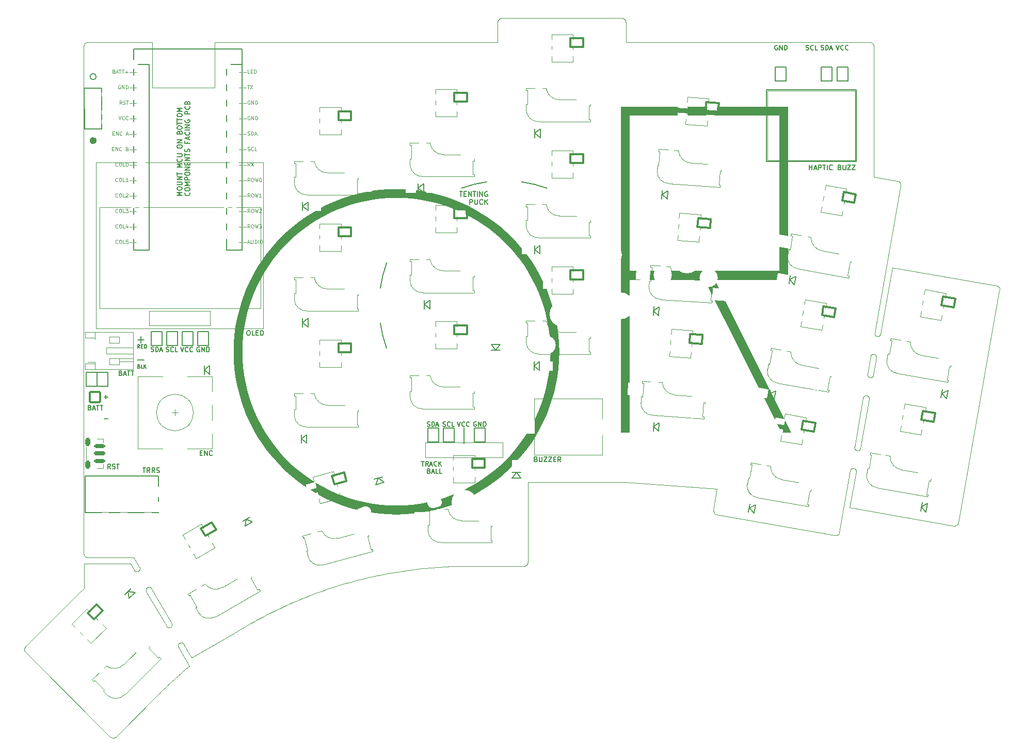
<source format=gto>
%TF.GenerationSoftware,KiCad,Pcbnew,(6.0.4)*%
%TF.CreationDate,2022-06-21T22:08:17+02:00*%
%TF.ProjectId,klor1_3,6b6c6f72-315f-4332-9e6b-696361645f70,v1.3.0*%
%TF.SameCoordinates,Original*%
%TF.FileFunction,Legend,Top*%
%TF.FilePolarity,Positive*%
%FSLAX46Y46*%
G04 Gerber Fmt 4.6, Leading zero omitted, Abs format (unit mm)*
G04 Created by KiCad (PCBNEW (6.0.4)) date 2022-06-21 22:08:17*
%MOMM*%
%LPD*%
G01*
G04 APERTURE LIST*
G04 Aperture macros list*
%AMRoundRect*
0 Rectangle with rounded corners*
0 $1 Rounding radius*
0 $2 $3 $4 $5 $6 $7 $8 $9 X,Y pos of 4 corners*
0 Add a 4 corners polygon primitive as box body*
4,1,4,$2,$3,$4,$5,$6,$7,$8,$9,$2,$3,0*
0 Add four circle primitives for the rounded corners*
1,1,$1+$1,$2,$3*
1,1,$1+$1,$4,$5*
1,1,$1+$1,$6,$7*
1,1,$1+$1,$8,$9*
0 Add four rect primitives between the rounded corners*
20,1,$1+$1,$2,$3,$4,$5,0*
20,1,$1+$1,$4,$5,$6,$7,0*
20,1,$1+$1,$6,$7,$8,$9,0*
20,1,$1+$1,$8,$9,$2,$3,0*%
%AMRotRect*
0 Rectangle, with rotation*
0 The origin of the aperture is its center*
0 $1 length*
0 $2 width*
0 $3 Rotation angle, in degrees counterclockwise*
0 Add horizontal line*
21,1,$1,$2,0,0,$3*%
G04 Aperture macros list end*
%ADD10C,0.150000*%
%ADD11C,0.000000*%
%ADD12C,0.569975*%
%ADD13C,0.127000*%
%TA.AperFunction,Profile*%
%ADD14C,0.010000*%
%TD*%
%ADD15C,0.010000*%
%TA.AperFunction,Profile*%
%ADD16C,0.100000*%
%TD*%
%ADD17C,0.100000*%
%ADD18C,0.300000*%
%TA.AperFunction,Profile*%
%ADD19C,0.120000*%
%TD*%
%ADD20C,0.120000*%
%ADD21C,0.200000*%
%ADD22C,1.200000*%
%ADD23O,2.500000X1.700000*%
%ADD24C,1.524000*%
%ADD25C,0.000001*%
%ADD26R,1.143000X0.635000*%
%ADD27C,1.700000*%
%ADD28C,3.000000*%
%ADD29C,4.100000*%
%ADD30C,1.900000*%
%ADD31RotRect,1.600000X1.000000X225.000000*%
%ADD32RotRect,2.300000X2.000000X45.000000*%
%ADD33R,1.600000X1.000000*%
%ADD34R,2.300000X2.000000*%
%ADD35RotRect,1.600000X1.000000X176.000000*%
%ADD36RotRect,2.300000X2.000000X356.000000*%
%ADD37C,3.200000*%
%ADD38RotRect,1.800000X1.500000X350.000000*%
%ADD39R,1.800000X1.500000*%
%ADD40RotRect,1.800000X1.500000X356.000000*%
%ADD41RotRect,1.600000X1.000000X195.000000*%
%ADD42RotRect,2.300000X2.000000X15.000000*%
%ADD43RotRect,1.600000X1.000000X170.000000*%
%ADD44RotRect,2.300000X2.000000X350.000000*%
%ADD45RotRect,1.800000X1.500000X285.000000*%
%ADD46R,2.200000X2.200000*%
%ADD47C,2.200000*%
%ADD48C,2.000000*%
%ADD49R,3.200000X2.000000*%
%ADD50O,1.600000X2.000000*%
%ADD51RotRect,1.800000X1.500000X300.000000*%
%ADD52O,1.750000X1.200000*%
%ADD53C,0.900000*%
%ADD54RoundRect,0.187500X-0.712500X0.187500X-0.712500X-0.187500X0.712500X-0.187500X0.712500X0.187500X0*%
%ADD55RoundRect,0.150000X-0.750000X0.150000X-0.750000X-0.150000X0.750000X-0.150000X0.750000X0.150000X0*%
%ADD56RoundRect,0.225000X-0.225000X0.425000X-0.225000X-0.425000X0.225000X-0.425000X0.225000X0.425000X0*%
%ADD57C,4.400000*%
%ADD58RotRect,1.600000X1.000000X210.000000*%
%ADD59RotRect,2.300000X2.000000X30.000000*%
%ADD60RotRect,1.800000X1.500000X315.000000*%
%ADD61R,1.500000X1.800000*%
%ADD62RoundRect,0.142858X-0.857142X0.857142X-0.857142X-0.857142X0.857142X-0.857142X0.857142X0.857142X0*%
%ADD63R,1.000000X0.700000*%
%ADD64R,2.800000X1.000000*%
%ADD65R,1.524000X1.524000*%
%ADD66C,1.800000*%
%ADD67O,1.700000X1.700000*%
G04 APERTURE END LIST*
D10*
X192600000Y-60975000D02*
X207375000Y-60975000D01*
X207375000Y-60975000D02*
X207375000Y-72750000D01*
X207375000Y-72750000D02*
X192600000Y-72750000D01*
X192600000Y-72750000D02*
X192600000Y-60975000D01*
D11*
G36*
X196189538Y-63765025D02*
G01*
X196189538Y-92174098D01*
X184120096Y-92174098D01*
X196718912Y-117230555D01*
X195095529Y-117230555D01*
X182496728Y-92174098D01*
X170215532Y-92174098D01*
X170215532Y-117230555D01*
X168768610Y-117230555D01*
X168768610Y-90691889D01*
X170215524Y-90691889D01*
X194742624Y-90691889D01*
X194742624Y-65211947D01*
X170215524Y-65211947D01*
X170215524Y-90691889D01*
X168768610Y-90691889D01*
X168768610Y-63765025D01*
X196189538Y-63765025D01*
G37*
D10*
X84560000Y-115000000D02*
X83975000Y-115000000D01*
D11*
G36*
X105348251Y-101271322D02*
G01*
X105518634Y-99936861D01*
X105754224Y-98623420D01*
X106053323Y-97332700D01*
X106414229Y-96066399D01*
X106835245Y-94826217D01*
X107314670Y-93613854D01*
X107850805Y-92431009D01*
X108441951Y-91279381D01*
X109086407Y-90160671D01*
X109782475Y-89076577D01*
X110528455Y-88028799D01*
X111322648Y-87019036D01*
X112163353Y-86048989D01*
X113048872Y-85120356D01*
X113977505Y-84234837D01*
X114947553Y-83394132D01*
X115957315Y-82599939D01*
X117005093Y-81853960D01*
X118089187Y-81157892D01*
X119207898Y-80513435D01*
X120359526Y-79922290D01*
X121542371Y-79386155D01*
X122754734Y-78906730D01*
X123994916Y-78485714D01*
X125261218Y-78124807D01*
X126551938Y-77825709D01*
X127865379Y-77590118D01*
X129199841Y-77419736D01*
X130553623Y-77316259D01*
X131925027Y-77281390D01*
X131925027Y-77281397D01*
X133296433Y-77316267D01*
X134650216Y-77419743D01*
X135984678Y-77590126D01*
X137298120Y-77825716D01*
X138588841Y-78124815D01*
X139855143Y-78485722D01*
X141095325Y-78906737D01*
X142307689Y-79386162D01*
X143490535Y-79922297D01*
X144642163Y-80513443D01*
X145760874Y-81157899D01*
X146844968Y-81853967D01*
X147892746Y-82599947D01*
X148902509Y-83394139D01*
X149872556Y-84234845D01*
X150801189Y-85120364D01*
X151686708Y-86048997D01*
X152527413Y-87019044D01*
X153321605Y-88028806D01*
X154067585Y-89076584D01*
X154763653Y-90160678D01*
X155408109Y-91279389D01*
X155999255Y-92431016D01*
X156535389Y-93613862D01*
X157014814Y-94826225D01*
X157435830Y-96066407D01*
X157796736Y-97332707D01*
X158095835Y-98623428D01*
X158331425Y-99936868D01*
X158501808Y-101271330D01*
X158605284Y-102625112D01*
X158640153Y-103996516D01*
X158605284Y-105367921D01*
X158501808Y-106721705D01*
X158331425Y-108056167D01*
X158095835Y-109369609D01*
X157796736Y-110660330D01*
X157435830Y-111926632D01*
X157014814Y-113166815D01*
X156535389Y-114379179D01*
X155999255Y-115562025D01*
X155408109Y-116713653D01*
X154763653Y-117832364D01*
X154067585Y-118916459D01*
X153321605Y-119964237D01*
X152527413Y-120974000D01*
X151686708Y-121944048D01*
X150801189Y-122872681D01*
X149872556Y-123758200D01*
X148902509Y-124598906D01*
X147892746Y-125393099D01*
X146844968Y-126139079D01*
X145760874Y-126835147D01*
X144642163Y-127479603D01*
X143490535Y-128070749D01*
X142307689Y-128606884D01*
X141095325Y-129086309D01*
X139855143Y-129507325D01*
X138588841Y-129868232D01*
X137298120Y-130167330D01*
X135984678Y-130402921D01*
X134650216Y-130573304D01*
X133296433Y-130676780D01*
X131925027Y-130711649D01*
X130553623Y-130676780D01*
X129199840Y-130573303D01*
X127865378Y-130402920D01*
X126551937Y-130167330D01*
X125261216Y-129868231D01*
X123994915Y-129507324D01*
X122754733Y-129086308D01*
X121542369Y-128606882D01*
X120359524Y-128070746D01*
X119207896Y-127479600D01*
X118089186Y-126835143D01*
X117005091Y-126139074D01*
X115957313Y-125393094D01*
X114947551Y-124598900D01*
X113977504Y-123758194D01*
X113048871Y-122872674D01*
X112163352Y-121944041D01*
X111322646Y-120973992D01*
X110528454Y-119964229D01*
X109782474Y-118916450D01*
X109086406Y-117832355D01*
X108441950Y-116713644D01*
X107850805Y-115562015D01*
X107314670Y-114379169D01*
X106835245Y-113166805D01*
X106414229Y-111926622D01*
X106053322Y-110660321D01*
X105754224Y-109369599D01*
X105518634Y-108056158D01*
X105348251Y-106721696D01*
X105244775Y-105367913D01*
X105209905Y-103996508D01*
X105210803Y-103961215D01*
X106656827Y-103961215D01*
X106689750Y-105260159D01*
X106787453Y-106542206D01*
X106948342Y-107805759D01*
X107170818Y-109049221D01*
X107453288Y-110270997D01*
X107794154Y-111469491D01*
X108191820Y-112643107D01*
X108644691Y-113790248D01*
X109151170Y-114909318D01*
X109709661Y-115998721D01*
X110318568Y-117056862D01*
X110976296Y-118082144D01*
X111681246Y-119072970D01*
X112431825Y-120027746D01*
X113226435Y-120944874D01*
X114063481Y-121822759D01*
X114941366Y-122659805D01*
X115858495Y-123454415D01*
X116813270Y-124204993D01*
X117804097Y-124909944D01*
X118829379Y-125567671D01*
X119887520Y-126176578D01*
X120976923Y-126735069D01*
X122095994Y-127241547D01*
X123243135Y-127694418D01*
X124416750Y-128092084D01*
X125615244Y-128432950D01*
X126837021Y-128715420D01*
X128080483Y-128937897D01*
X129344036Y-129098785D01*
X130626083Y-129196488D01*
X131925027Y-129229411D01*
X133220868Y-129196488D01*
X134500204Y-129098785D01*
X135761421Y-128937897D01*
X137002903Y-128715420D01*
X138223035Y-128432950D01*
X139420202Y-128092084D01*
X140592787Y-127694418D01*
X141739175Y-127241547D01*
X142857752Y-126735069D01*
X143946900Y-126176578D01*
X145005006Y-125567671D01*
X146030452Y-124909944D01*
X147021625Y-124204993D01*
X147976908Y-123454415D01*
X148894686Y-122659805D01*
X149773344Y-121822759D01*
X150611265Y-120944874D01*
X151406835Y-120027746D01*
X152158438Y-119072970D01*
X152864458Y-118082144D01*
X153523280Y-117056862D01*
X154133289Y-115998721D01*
X154692869Y-114909318D01*
X155200405Y-113790248D01*
X155654280Y-112643107D01*
X156052880Y-111469491D01*
X156394590Y-110270997D01*
X156677793Y-109049221D01*
X156900874Y-107805759D01*
X157062218Y-106542206D01*
X157160208Y-105260159D01*
X157193231Y-103961215D01*
X157160309Y-102662270D01*
X157062605Y-101380224D01*
X156901717Y-100116672D01*
X156679240Y-98873210D01*
X156396770Y-97651434D01*
X156055904Y-96452941D01*
X155658238Y-95279325D01*
X155205367Y-94132185D01*
X154698888Y-93013115D01*
X154140396Y-91923711D01*
X153531489Y-90865570D01*
X152873762Y-89840289D01*
X152168811Y-88849462D01*
X151418232Y-87894686D01*
X150623622Y-86977558D01*
X149786576Y-86099673D01*
X148908690Y-85262627D01*
X147991562Y-84468017D01*
X147036786Y-83717438D01*
X146045959Y-83012487D01*
X145020677Y-82354760D01*
X143962536Y-81745853D01*
X142873132Y-81187362D01*
X141754062Y-80680883D01*
X140606920Y-80228012D01*
X139433305Y-79830345D01*
X138234811Y-79489479D01*
X137013034Y-79207010D01*
X135769572Y-78984533D01*
X134506019Y-78823644D01*
X133223972Y-78725941D01*
X131925027Y-78693018D01*
X130626083Y-78725941D01*
X129344036Y-78823644D01*
X128080483Y-78984533D01*
X126837021Y-79207010D01*
X125615244Y-79489479D01*
X124416750Y-79830345D01*
X123243135Y-80228012D01*
X122095994Y-80680883D01*
X120976923Y-81187362D01*
X119887520Y-81745853D01*
X118829379Y-82354760D01*
X117804097Y-83012487D01*
X116813270Y-83717438D01*
X115858495Y-84468017D01*
X114941366Y-85262627D01*
X114063481Y-86099673D01*
X113226435Y-86977558D01*
X112431825Y-87894686D01*
X111681246Y-88849462D01*
X110976296Y-89840289D01*
X110318568Y-90865570D01*
X109709661Y-91923711D01*
X109151170Y-93013115D01*
X108644691Y-94132185D01*
X108191820Y-95279325D01*
X107794154Y-96452941D01*
X107453288Y-97651434D01*
X107170818Y-98873210D01*
X106948342Y-100116672D01*
X106787453Y-101380224D01*
X106689750Y-102662270D01*
X106656827Y-103961215D01*
X105210803Y-103961215D01*
X105244775Y-102625104D01*
X105348251Y-101271322D01*
G37*
D10*
X84259000Y-111083500D02*
X84259000Y-111668500D01*
D12*
X82459987Y-69300000D02*
G75*
G03*
X82459987Y-69300000I-284987J0D01*
G01*
D10*
X84550000Y-111375000D02*
X83965000Y-111375000D01*
X90537000Y-101998000D02*
X89468000Y-101998000D01*
D13*
X143043000Y-118997000D02*
X143043000Y-116440000D01*
D10*
X82669975Y-58800000D02*
G75*
G03*
X82669975Y-58800000I-494975J0D01*
G01*
X90502000Y-105352000D02*
X89433000Y-105352000D01*
X89991000Y-101447000D02*
X89991000Y-102516000D01*
D14*
X94205130Y-149048326D02*
X90890813Y-143336419D01*
X213273752Y-90131044D02*
X211334523Y-101025982D01*
D15*
X95051339Y-148554706D02*
X95063942Y-148574840D01*
X95075312Y-148595542D01*
X95085456Y-148616761D01*
X95094379Y-148638445D01*
X95102089Y-148660542D01*
X95108591Y-148683001D01*
X95113893Y-148705769D01*
X95118000Y-148728796D01*
X95120920Y-148752029D01*
X95122657Y-148775417D01*
X95123220Y-148798909D01*
X95122614Y-148822452D01*
X95120847Y-148845995D01*
X95117923Y-148869486D01*
X95113850Y-148892874D01*
X95108635Y-148916108D01*
X95102283Y-148939134D01*
X95094802Y-148961902D01*
X95086197Y-148984361D01*
X95076475Y-149006458D01*
X95065643Y-149028141D01*
X95053707Y-149049360D01*
X95040673Y-149070063D01*
X95026549Y-149090197D01*
X95011339Y-149109711D01*
X94995052Y-149128554D01*
X94977692Y-149146674D01*
X94959268Y-149164019D01*
X94939785Y-149180538D01*
X94919249Y-149196179D01*
X94897667Y-149210890D01*
X94875047Y-149224620D01*
D14*
X210241503Y-75251875D02*
X210241503Y-53885104D01*
X91842797Y-60619514D02*
X91842797Y-53144670D01*
D15*
X152769828Y-139175891D02*
X152805974Y-139174968D01*
X152841662Y-139172232D01*
X152876846Y-139167727D01*
X152911482Y-139161498D01*
X152945523Y-139153590D01*
X152978926Y-139144049D01*
X153011644Y-139132920D01*
X153043632Y-139120248D01*
X153074846Y-139106078D01*
X153105240Y-139090455D01*
X153134769Y-139073425D01*
X153163388Y-139055033D01*
X153191051Y-139035324D01*
X153217713Y-139014343D01*
X153243330Y-138992135D01*
X153267855Y-138968746D01*
X153291244Y-138944220D01*
X153313452Y-138918604D01*
X153334433Y-138891941D01*
X153354142Y-138864278D01*
X153372534Y-138835660D01*
X153389564Y-138806131D01*
X153405187Y-138775737D01*
X153419357Y-138744523D01*
X153432029Y-138712534D01*
X153443158Y-138679816D01*
X153452699Y-138646414D01*
X153460607Y-138612372D01*
X153466836Y-138577736D01*
X153471341Y-138542552D01*
X153474077Y-138506864D01*
X153475000Y-138470718D01*
X230832582Y-93903724D02*
X230844676Y-93867575D01*
X230854550Y-93831872D01*
X230862254Y-93796647D01*
X230867841Y-93761932D01*
X230871361Y-93727759D01*
X230872868Y-93694161D01*
X230872412Y-93661169D01*
X230870045Y-93628817D01*
X230865818Y-93597136D01*
X230859784Y-93566159D01*
X230851994Y-93535918D01*
X230842499Y-93506445D01*
X230831351Y-93477772D01*
X230818603Y-93449933D01*
X230804305Y-93422958D01*
X230788509Y-93396881D01*
X230771267Y-93371734D01*
X230752631Y-93347548D01*
X230732651Y-93324357D01*
X230711381Y-93302192D01*
X230688871Y-93281086D01*
X230665173Y-93261071D01*
X230640338Y-93242179D01*
X230614419Y-93224443D01*
X230587467Y-93207895D01*
X230559534Y-93192567D01*
X230530671Y-93178492D01*
X230500930Y-93165701D01*
X230470363Y-93154228D01*
X230439021Y-93144103D01*
X230406956Y-93135360D01*
X230374220Y-93128032D01*
D14*
X148538783Y-53144670D02*
X102103080Y-53144670D01*
D15*
X105170585Y-150282382D02*
X105240102Y-150236208D01*
X105309820Y-150190240D01*
X105379732Y-150144480D01*
X105449831Y-150098926D01*
X105520111Y-150053578D01*
X105590565Y-150008437D01*
X105661187Y-149963503D01*
X105731970Y-149918775D01*
X105802908Y-149874254D01*
X105873995Y-149829940D01*
X105945223Y-149785832D01*
X106016588Y-149741931D01*
X106088081Y-149698236D01*
X106159697Y-149654748D01*
X106231429Y-149611466D01*
X106303271Y-149568392D01*
X106375217Y-149525523D01*
X106447259Y-149482862D01*
X106519391Y-149440406D01*
X106591608Y-149398158D01*
X106663901Y-149356116D01*
X106736266Y-149314281D01*
X106808696Y-149272652D01*
X106881183Y-149231230D01*
X106953722Y-149190015D01*
X107026307Y-149149006D01*
X107098930Y-149108204D01*
X107171585Y-149067608D01*
X107244266Y-149027219D01*
X107316966Y-148987037D01*
X107389680Y-148947061D01*
X107462400Y-148907292D01*
D14*
X214084700Y-75921789D02*
X210241503Y-75251875D01*
D15*
X206927186Y-123097926D02*
X206953315Y-123101945D01*
X206978800Y-123107360D01*
X207003612Y-123114117D01*
X207027728Y-123122166D01*
X207051120Y-123131454D01*
X207073764Y-123141930D01*
X207095633Y-123153542D01*
X207116701Y-123166239D01*
X207136943Y-123179969D01*
X207156333Y-123194680D01*
X207174844Y-123210321D01*
X207192452Y-123226840D01*
X207209130Y-123244185D01*
X207224853Y-123262305D01*
X207239594Y-123281148D01*
X207253328Y-123300663D01*
X207266029Y-123320797D01*
X207277672Y-123341499D01*
X207288229Y-123362718D01*
X207297677Y-123384402D01*
X207305988Y-123406499D01*
X207313137Y-123428958D01*
X207319098Y-123451726D01*
X207323845Y-123474753D01*
X207327353Y-123497986D01*
X207329595Y-123521374D01*
X207330547Y-123544865D01*
X207330181Y-123568409D01*
X207328472Y-123591952D01*
X207325395Y-123615443D01*
X207320923Y-123638831D01*
X207315031Y-123662065D01*
X81370965Y-53144670D02*
X81331615Y-53145592D01*
X81292924Y-53148328D01*
X81254930Y-53152833D01*
X81217672Y-53159062D01*
X81181189Y-53166970D01*
X81145520Y-53176511D01*
X81110702Y-53187640D01*
X81076776Y-53200313D01*
X81043779Y-53214483D01*
X81011750Y-53230105D01*
X80980729Y-53247135D01*
X80950754Y-53265528D01*
X80921863Y-53285237D01*
X80894095Y-53306218D01*
X80867490Y-53328426D01*
X80842085Y-53351816D01*
X80817920Y-53376341D01*
X80795034Y-53401958D01*
X80773464Y-53428620D01*
X80753250Y-53456283D01*
X80734431Y-53484902D01*
X80717045Y-53514431D01*
X80701130Y-53544825D01*
X80686727Y-53576039D01*
X80673873Y-53608028D01*
X80662607Y-53640746D01*
X80652968Y-53674149D01*
X80644995Y-53708190D01*
X80638726Y-53742826D01*
X80634201Y-53778010D01*
X80631457Y-53813698D01*
X80630534Y-53849845D01*
D14*
X91842797Y-53144670D02*
X82287690Y-53144670D01*
D15*
X92794784Y-160295850D02*
X92950349Y-160140699D01*
X93106327Y-159985968D01*
X93262718Y-159831663D01*
X93419523Y-159677790D01*
X93576741Y-159524357D01*
X93734372Y-159371369D01*
X93892416Y-159218832D01*
X94050874Y-159066755D01*
X94209744Y-158915142D01*
X94369028Y-158764000D01*
X94528725Y-158613336D01*
X94688835Y-158463156D01*
X94849359Y-158313467D01*
X95010295Y-158164275D01*
X95171645Y-158015587D01*
X95333408Y-157867408D01*
X95495585Y-157719746D01*
X95658174Y-157572607D01*
X95821177Y-157425998D01*
X95984593Y-157279924D01*
X96148422Y-157134393D01*
X96312664Y-156989410D01*
X96477319Y-156844982D01*
X96642388Y-156701117D01*
X96807870Y-156557819D01*
X96973765Y-156415096D01*
X97140073Y-156272954D01*
X97306795Y-156131399D01*
X97473929Y-155990439D01*
X97641477Y-155850079D01*
X97809438Y-155710325D01*
X97977813Y-155571186D01*
X84967353Y-167171297D02*
X84994201Y-167196914D01*
X85021824Y-167220879D01*
X85050171Y-167243191D01*
X85079189Y-167263851D01*
X85108826Y-167282857D01*
X85139032Y-167300211D01*
X85169754Y-167315912D01*
X85200941Y-167329961D01*
X85232542Y-167342357D01*
X85264503Y-167353099D01*
X85296775Y-167362190D01*
X85329305Y-167369627D01*
X85362041Y-167375412D01*
X85394933Y-167379543D01*
X85427928Y-167382023D01*
X85460974Y-167382849D01*
X85494020Y-167382023D01*
X85527015Y-167379543D01*
X85559907Y-167375412D01*
X85592643Y-167369627D01*
X85625173Y-167362190D01*
X85657445Y-167353099D01*
X85689406Y-167342357D01*
X85721007Y-167329961D01*
X85752194Y-167315912D01*
X85782916Y-167300211D01*
X85813122Y-167282857D01*
X85842759Y-167263851D01*
X85871777Y-167243191D01*
X85900124Y-167220879D01*
X85927747Y-167196914D01*
X85954596Y-167171297D01*
D14*
X98400916Y-154196096D02*
X105170585Y-150282382D01*
D15*
X96179617Y-152468420D02*
X96167013Y-152445183D01*
X96155643Y-152421772D01*
X96145500Y-152398219D01*
X96136577Y-152374557D01*
X96128867Y-152350817D01*
X96122365Y-152327031D01*
X96117063Y-152303233D01*
X96112956Y-152279454D01*
X96110037Y-152255727D01*
X96108299Y-152232084D01*
X96107737Y-152208557D01*
X96108343Y-152185179D01*
X96110110Y-152161981D01*
X96113034Y-152138996D01*
X96117107Y-152116257D01*
X96122322Y-152093795D01*
X96128674Y-152071643D01*
X96136155Y-152049834D01*
X96144760Y-152028399D01*
X96154482Y-152007370D01*
X96165314Y-151986781D01*
X96177250Y-151966663D01*
X96190284Y-151947048D01*
X96204409Y-151927970D01*
X96219618Y-151909459D01*
X96235906Y-151891549D01*
X96253265Y-151874271D01*
X96271690Y-151857659D01*
X96291173Y-151841744D01*
X96311709Y-151826558D01*
X96333290Y-151812134D01*
X96355912Y-151798505D01*
D14*
X209219002Y-107619357D02*
X209712622Y-104763404D01*
X169447190Y-125425000D02*
X184537912Y-126482762D01*
D15*
X214613581Y-76697481D02*
X214619168Y-76664434D01*
X214622748Y-76631439D01*
X214624378Y-76598548D01*
X214624117Y-76565812D01*
X214622022Y-76533282D01*
X214618151Y-76501010D01*
X214612563Y-76469048D01*
X214605316Y-76437448D01*
X214596468Y-76406261D01*
X214586077Y-76375538D01*
X214574201Y-76345333D01*
X214560899Y-76315695D01*
X214546227Y-76286677D01*
X214530245Y-76258331D01*
X214513011Y-76230707D01*
X214494582Y-76203859D01*
X214475017Y-76177836D01*
X214454373Y-76152692D01*
X214432710Y-76128477D01*
X214410085Y-76105244D01*
X214386556Y-76083044D01*
X214362181Y-76061928D01*
X214337018Y-76041949D01*
X214311126Y-76023157D01*
X214284563Y-76005605D01*
X214257386Y-75989345D01*
X214229654Y-75974427D01*
X214201425Y-75960904D01*
X214172757Y-75948826D01*
X214143708Y-75938247D01*
X214114336Y-75929217D01*
X214084700Y-75921789D01*
D14*
X210664609Y-104939696D02*
X210170986Y-107795651D01*
X88316928Y-138752788D02*
X80665792Y-138752788D01*
X97977813Y-155571186D02*
X96179617Y-152468420D01*
D15*
X97025826Y-151974800D02*
X97037756Y-151995476D01*
X97052147Y-152020412D01*
X97071689Y-152054269D01*
X97096035Y-152096442D01*
X97124836Y-152146324D01*
X97157742Y-152203307D01*
X97194406Y-152266785D01*
X97234479Y-152336151D01*
X97277612Y-152410798D01*
X97323457Y-152490120D01*
X97371664Y-152573508D01*
X97421886Y-152660357D01*
X97473773Y-152750060D01*
X97526978Y-152842009D01*
X97581151Y-152935598D01*
X97635943Y-153030220D01*
X97691007Y-153125269D01*
X97745993Y-153220136D01*
X97800554Y-153314216D01*
X97854339Y-153406901D01*
X97907001Y-153497585D01*
X97958192Y-153585661D01*
X98007561Y-153670521D01*
X98054761Y-153751560D01*
X98099444Y-153828170D01*
X98141260Y-153899744D01*
X98179861Y-153965675D01*
X98214898Y-154025357D01*
X98246023Y-154078183D01*
X98272886Y-154123545D01*
X98295141Y-154160838D01*
X208478568Y-111568332D02*
X208482587Y-111542202D01*
X208488002Y-111516717D01*
X208494759Y-111491905D01*
X208502808Y-111467789D01*
X208512096Y-111444397D01*
X208522572Y-111421753D01*
X208534184Y-111399884D01*
X208546881Y-111378816D01*
X208560611Y-111358574D01*
X208575322Y-111339184D01*
X208590963Y-111320673D01*
X208607482Y-111303065D01*
X208624827Y-111286387D01*
X208642947Y-111270664D01*
X208661790Y-111255923D01*
X208681305Y-111242189D01*
X208701439Y-111229488D01*
X208722142Y-111217845D01*
X208743361Y-111207288D01*
X208765044Y-111197840D01*
X208787141Y-111189529D01*
X208809600Y-111182380D01*
X208832368Y-111176419D01*
X208855395Y-111171672D01*
X208878628Y-111168164D01*
X208902016Y-111165922D01*
X208925507Y-111164970D01*
X208949051Y-111165336D01*
X208972594Y-111167045D01*
X208996085Y-111170122D01*
X209019473Y-111174594D01*
X209042707Y-111180487D01*
D14*
X209501072Y-53144670D02*
X208549085Y-53144670D01*
D15*
X210770384Y-101413827D02*
X210744254Y-101409807D01*
X210718769Y-101404392D01*
X210693957Y-101397635D01*
X210669841Y-101389586D01*
X210646448Y-101380298D01*
X210623805Y-101369822D01*
X210601936Y-101358210D01*
X210580868Y-101345513D01*
X210560626Y-101331783D01*
X210541236Y-101317072D01*
X210522724Y-101301431D01*
X210505116Y-101284912D01*
X210488438Y-101267567D01*
X210472716Y-101249447D01*
X210457974Y-101230604D01*
X210444240Y-101211089D01*
X210431539Y-101190955D01*
X210419896Y-101170253D01*
X210409339Y-101149034D01*
X210399891Y-101127350D01*
X210391580Y-101105253D01*
X210384431Y-101082794D01*
X210378470Y-101060026D01*
X210373723Y-101036999D01*
X210370215Y-101013766D01*
X210367973Y-100990378D01*
X210367022Y-100966887D01*
X210367388Y-100943343D01*
X210369097Y-100919800D01*
X210372174Y-100896309D01*
X210376646Y-100872921D01*
X210382539Y-100849688D01*
X80630534Y-137060370D02*
X80631456Y-137096516D01*
X80634192Y-137132204D01*
X80638697Y-137167388D01*
X80644926Y-137202024D01*
X80652834Y-137236065D01*
X80662375Y-137269468D01*
X80673504Y-137302186D01*
X80686176Y-137334175D01*
X80700346Y-137365389D01*
X80715969Y-137395783D01*
X80732999Y-137425312D01*
X80751391Y-137453931D01*
X80771100Y-137481594D01*
X80792081Y-137508256D01*
X80814289Y-137533873D01*
X80837678Y-137558399D01*
X80862203Y-137581788D01*
X80887820Y-137603996D01*
X80914482Y-137624977D01*
X80942145Y-137644686D01*
X80970764Y-137663079D01*
X81000293Y-137680109D01*
X81030687Y-137695731D01*
X81061901Y-137709901D01*
X81093889Y-137722574D01*
X81126607Y-137733703D01*
X81160010Y-137743244D01*
X81194051Y-137751152D01*
X81228687Y-137757381D01*
X81263871Y-137761886D01*
X81299559Y-137764622D01*
X81335706Y-137765545D01*
D14*
X80630534Y-53849845D02*
X80630534Y-137060370D01*
D15*
X90890813Y-143336419D02*
X90878209Y-143313182D01*
X90866839Y-143289771D01*
X90856696Y-143266218D01*
X90847773Y-143242556D01*
X90840063Y-143218816D01*
X90833561Y-143195030D01*
X90828260Y-143171232D01*
X90824153Y-143147453D01*
X90821233Y-143123726D01*
X90819496Y-143100083D01*
X90818933Y-143076556D01*
X90819539Y-143053177D01*
X90821307Y-143029980D01*
X90824230Y-143006995D01*
X90828303Y-142984256D01*
X90833519Y-142961794D01*
X90839870Y-142939642D01*
X90847352Y-142917832D01*
X90855957Y-142896397D01*
X90865678Y-142875369D01*
X90876511Y-142854779D01*
X90888447Y-142834661D01*
X90901480Y-142815046D01*
X90915605Y-142795968D01*
X90930815Y-142777457D01*
X90947102Y-142759547D01*
X90964461Y-142742269D01*
X90982886Y-142725657D01*
X91002369Y-142709741D01*
X91022905Y-142694555D01*
X91044487Y-142680131D01*
X91067108Y-142666502D01*
D14*
X77986130Y-145451940D02*
X71110685Y-152327386D01*
X148538783Y-49865612D02*
X148538783Y-53144670D01*
D15*
X183938514Y-129973373D02*
X183936028Y-130006318D01*
X183935156Y-130039018D01*
X183935860Y-130071433D01*
X183938101Y-130103526D01*
X183941839Y-130135258D01*
X183947036Y-130166589D01*
X183953653Y-130197481D01*
X183961652Y-130227896D01*
X183970994Y-130257794D01*
X183981640Y-130287136D01*
X183993552Y-130315885D01*
X184006690Y-130344001D01*
X184021016Y-130371446D01*
X184036491Y-130398180D01*
X184053077Y-130424166D01*
X184070734Y-130449364D01*
X184089425Y-130473735D01*
X184109109Y-130497242D01*
X184129749Y-130519845D01*
X184151306Y-130541505D01*
X184173741Y-130562183D01*
X184197015Y-130581842D01*
X184221089Y-130600442D01*
X184245926Y-130617944D01*
X184271485Y-130634310D01*
X184297729Y-130649501D01*
X184324619Y-130663479D01*
X184352115Y-130676204D01*
X184380180Y-130687637D01*
X184408774Y-130697741D01*
X184437858Y-130706476D01*
X184467395Y-130713804D01*
D14*
X169552968Y-53144670D02*
X169552968Y-49865612D01*
D16*
X192800000Y-61150000D02*
X207200000Y-61150000D01*
X207200000Y-61150000D02*
X207200000Y-72550000D01*
X207200000Y-72550000D02*
X192800000Y-72550000D01*
X192800000Y-72550000D02*
X192800000Y-61150000D01*
D15*
X209042707Y-111180487D02*
X209068836Y-111184506D01*
X209094321Y-111189921D01*
X209119133Y-111196678D01*
X209143249Y-111204727D01*
X209166642Y-111214015D01*
X209189285Y-111224491D01*
X209211154Y-111236103D01*
X209232222Y-111248800D01*
X209252464Y-111262530D01*
X209271854Y-111277241D01*
X209290366Y-111292882D01*
X209307974Y-111309401D01*
X209324652Y-111326746D01*
X209340375Y-111344866D01*
X209355116Y-111363709D01*
X209368850Y-111383224D01*
X209381551Y-111403358D01*
X209393194Y-111424060D01*
X209403752Y-111445279D01*
X209413199Y-111466963D01*
X209421510Y-111489060D01*
X209428659Y-111511519D01*
X209434620Y-111534287D01*
X209439367Y-111557314D01*
X209442875Y-111580547D01*
X209445117Y-111603935D01*
X209446069Y-111627426D01*
X209445703Y-111650970D01*
X209443994Y-111674513D01*
X209440916Y-111698004D01*
X209436444Y-111721392D01*
X209430552Y-111744626D01*
D14*
X207068220Y-119607315D02*
X208478568Y-111568332D01*
X85954596Y-167171297D02*
X92794784Y-160295850D01*
D15*
X210241503Y-53885104D02*
X210240579Y-53845854D01*
X210237835Y-53807450D01*
X210233310Y-53769912D01*
X210227041Y-53733257D01*
X210219068Y-53697507D01*
X210209429Y-53662680D01*
X210198163Y-53628795D01*
X210185309Y-53595873D01*
X210170906Y-53563931D01*
X210154991Y-53532991D01*
X210137605Y-53503070D01*
X210118786Y-53474189D01*
X210098572Y-53446367D01*
X210077002Y-53419622D01*
X210054116Y-53393976D01*
X210029951Y-53369446D01*
X210004546Y-53346052D01*
X209977941Y-53323814D01*
X209950173Y-53302751D01*
X209921282Y-53282883D01*
X209891307Y-53264228D01*
X209860286Y-53246806D01*
X209828257Y-53230637D01*
X209795260Y-53215739D01*
X209761334Y-53202133D01*
X209726516Y-53189837D01*
X209690847Y-53178871D01*
X209654364Y-53169255D01*
X209617106Y-53161007D01*
X209579112Y-53154147D01*
X209540421Y-53148695D01*
X209501072Y-53144670D01*
D14*
X204600113Y-133605017D02*
X206363047Y-123485771D01*
D15*
X210170986Y-107795651D02*
X210166966Y-107821780D01*
X210161551Y-107847265D01*
X210154794Y-107872077D01*
X210146745Y-107896193D01*
X210137457Y-107919586D01*
X210126981Y-107942229D01*
X210115369Y-107964098D01*
X210102672Y-107985166D01*
X210088942Y-108005408D01*
X210074231Y-108024798D01*
X210058590Y-108043310D01*
X210042071Y-108060918D01*
X210024726Y-108077596D01*
X210006606Y-108093318D01*
X209987763Y-108108060D01*
X209968248Y-108121794D01*
X209948114Y-108134495D01*
X209927412Y-108146138D01*
X209906193Y-108156695D01*
X209884509Y-108166143D01*
X209862412Y-108174454D01*
X209839953Y-108181603D01*
X209817185Y-108187564D01*
X209794158Y-108192311D01*
X209770925Y-108195819D01*
X209747537Y-108198061D01*
X209724046Y-108199012D01*
X209700502Y-108198646D01*
X209676959Y-108196937D01*
X209653468Y-108193860D01*
X209630080Y-108189388D01*
X209606847Y-108183496D01*
X94875047Y-149224620D02*
X94851810Y-149237223D01*
X94828399Y-149248593D01*
X94804846Y-149258737D01*
X94781184Y-149267660D01*
X94757444Y-149275370D01*
X94733659Y-149281872D01*
X94709861Y-149287174D01*
X94686082Y-149291281D01*
X94662355Y-149294200D01*
X94638711Y-149295938D01*
X94615184Y-149296501D01*
X94591806Y-149295895D01*
X94568608Y-149294127D01*
X94545624Y-149291203D01*
X94522884Y-149287131D01*
X94500422Y-149281915D01*
X94478271Y-149275563D01*
X94456461Y-149268082D01*
X94435026Y-149259477D01*
X94413997Y-149249755D01*
X94393407Y-149238923D01*
X94373289Y-149226987D01*
X94353675Y-149213953D01*
X94334596Y-149199828D01*
X94316085Y-149184619D01*
X94298175Y-149168331D01*
X94280897Y-149150972D01*
X94264285Y-149132547D01*
X94248369Y-149113064D01*
X94233183Y-149092528D01*
X94218759Y-149070946D01*
X94205130Y-149048326D01*
D14*
X102103080Y-53144670D02*
X102103080Y-60619514D01*
X153475000Y-125425000D02*
X169447190Y-125425000D01*
X142967909Y-139175891D02*
X152769828Y-139175891D01*
D15*
X209712622Y-104763404D02*
X209716641Y-104737274D01*
X209722056Y-104711790D01*
X209728813Y-104686977D01*
X209736862Y-104662861D01*
X209746150Y-104639469D01*
X209756626Y-104616825D01*
X209768238Y-104594956D01*
X209780935Y-104573888D01*
X209794665Y-104553646D01*
X209809376Y-104534256D01*
X209825017Y-104515745D01*
X209841536Y-104498137D01*
X209858881Y-104481459D01*
X209877001Y-104465736D01*
X209895844Y-104450995D01*
X209915359Y-104437260D01*
X209935493Y-104424559D01*
X209956195Y-104412916D01*
X209977414Y-104402359D01*
X209999098Y-104392911D01*
X210021195Y-104384600D01*
X210043654Y-104377451D01*
X210066422Y-104371490D01*
X210089449Y-104366742D01*
X210112682Y-104363234D01*
X210136070Y-104360992D01*
X210159561Y-104360041D01*
X210183105Y-104360406D01*
X210206648Y-104362115D01*
X210230139Y-104365192D01*
X210253527Y-104369664D01*
X210276761Y-104375557D01*
D14*
X224098171Y-131983119D02*
X230832582Y-93903724D01*
D15*
X96355912Y-151798505D02*
X96379148Y-151785901D01*
X96402559Y-151774531D01*
X96426112Y-151764388D01*
X96449774Y-151755465D01*
X96473514Y-151747755D01*
X96497299Y-151741253D01*
X96521097Y-151735952D01*
X96544876Y-151731845D01*
X96568603Y-151728925D01*
X96592246Y-151727188D01*
X96615773Y-151726625D01*
X96639152Y-151727231D01*
X96662350Y-151728999D01*
X96685334Y-151731922D01*
X96708074Y-151735995D01*
X96730535Y-151741211D01*
X96752687Y-151747562D01*
X96774497Y-151755044D01*
X96795932Y-151763649D01*
X96816960Y-151773370D01*
X96837550Y-151784203D01*
X96857668Y-151796139D01*
X96877282Y-151809172D01*
X96896361Y-151823297D01*
X96914871Y-151838507D01*
X96932782Y-151854794D01*
X96950059Y-151872153D01*
X96966671Y-151890578D01*
X96982586Y-151910061D01*
X96997772Y-151930597D01*
X97012196Y-151952179D01*
X97025826Y-151974800D01*
D14*
X214014183Y-80117575D02*
X214613581Y-76697481D01*
X184467395Y-130713804D02*
X203824420Y-134133898D01*
D15*
X203824420Y-134133898D02*
X203857466Y-134139585D01*
X203890461Y-134143452D01*
X203923352Y-134145538D01*
X203956089Y-134145880D01*
X203988619Y-134144518D01*
X204020890Y-134141490D01*
X204052852Y-134136835D01*
X204084452Y-134130592D01*
X204115639Y-134122799D01*
X204146362Y-134113496D01*
X204176567Y-134102721D01*
X204206205Y-134090512D01*
X204235223Y-134076909D01*
X204263569Y-134061951D01*
X204291193Y-134045675D01*
X204318041Y-134028121D01*
X204344063Y-134009327D01*
X204369208Y-133989333D01*
X204393422Y-133968176D01*
X204416655Y-133945897D01*
X204438856Y-133922532D01*
X204459971Y-133898122D01*
X204479951Y-133872704D01*
X204498742Y-133846318D01*
X204516294Y-133819003D01*
X204532555Y-133790796D01*
X204547473Y-133761737D01*
X204560997Y-133731865D01*
X204573074Y-133701218D01*
X204583653Y-133669835D01*
X204592683Y-133637755D01*
X204600113Y-133605017D01*
X149208697Y-49195697D02*
X149175753Y-49196618D01*
X149143069Y-49199346D01*
X149110694Y-49203831D01*
X149078680Y-49210020D01*
X149047080Y-49217862D01*
X149015945Y-49227305D01*
X148985326Y-49238298D01*
X148955275Y-49250788D01*
X148925844Y-49264725D01*
X148897085Y-49280056D01*
X148869048Y-49296729D01*
X148841787Y-49314695D01*
X148815351Y-49333899D01*
X148789794Y-49354292D01*
X148765166Y-49375820D01*
X148741520Y-49398434D01*
X148718906Y-49422080D01*
X148697378Y-49446708D01*
X148676985Y-49472265D01*
X148657780Y-49498701D01*
X148639815Y-49525963D01*
X148623142Y-49553999D01*
X148607811Y-49582759D01*
X148593874Y-49612190D01*
X148581384Y-49642240D01*
X148570391Y-49672859D01*
X148560948Y-49703995D01*
X148553106Y-49735595D01*
X148546917Y-49767609D01*
X148542432Y-49799983D01*
X148539704Y-49832668D01*
X148538783Y-49865612D01*
D14*
X230374220Y-93128032D02*
X213273752Y-90131044D01*
D15*
X71110685Y-152327386D02*
X71085067Y-152354234D01*
X71061102Y-152381857D01*
X71038790Y-152410204D01*
X71018130Y-152439222D01*
X70999124Y-152468859D01*
X70981770Y-152499065D01*
X70966069Y-152529787D01*
X70952020Y-152560974D01*
X70939624Y-152592575D01*
X70928882Y-152624536D01*
X70919791Y-152656808D01*
X70912354Y-152689338D01*
X70906569Y-152722074D01*
X70902438Y-152754966D01*
X70899958Y-152787961D01*
X70899132Y-152821007D01*
X70899958Y-152854053D01*
X70902438Y-152887048D01*
X70906569Y-152919940D01*
X70912354Y-152952676D01*
X70919791Y-152985206D01*
X70928882Y-153017478D01*
X70939624Y-153049439D01*
X70952020Y-153081040D01*
X70966069Y-153112227D01*
X70981770Y-153142949D01*
X70999124Y-153173155D01*
X71018130Y-153202792D01*
X71038790Y-153231810D01*
X71061102Y-153260157D01*
X71085067Y-153287780D01*
X71110685Y-153314629D01*
X89586243Y-139986841D02*
X89563006Y-139999444D01*
X89539595Y-140010814D01*
X89516042Y-140020958D01*
X89492380Y-140029881D01*
X89468640Y-140037591D01*
X89444855Y-140044093D01*
X89421057Y-140049395D01*
X89397278Y-140053502D01*
X89373551Y-140056421D01*
X89349907Y-140058159D01*
X89326380Y-140058722D01*
X89303002Y-140058116D01*
X89279804Y-140056348D01*
X89256820Y-140053425D01*
X89234080Y-140049352D01*
X89211618Y-140044136D01*
X89189467Y-140037785D01*
X89167657Y-140030303D01*
X89146222Y-140021698D01*
X89125193Y-140011977D01*
X89104603Y-140001144D01*
X89084485Y-139989208D01*
X89064871Y-139976175D01*
X89045792Y-139962050D01*
X89027281Y-139946841D01*
X89009371Y-139930553D01*
X88992093Y-139913194D01*
X88975481Y-139894769D01*
X88959565Y-139875286D01*
X88944379Y-139854751D01*
X88929955Y-139833169D01*
X88916326Y-139810549D01*
D14*
X88845809Y-137765545D02*
X89762535Y-139316927D01*
X88916326Y-139810549D02*
X88316928Y-138752788D01*
D15*
X107462400Y-148907292D02*
X107982580Y-148608666D01*
X108505105Y-148314419D01*
X109029837Y-148024587D01*
X109556642Y-147739210D01*
X110085384Y-147458326D01*
X110615927Y-147181974D01*
X111148136Y-146910193D01*
X111681874Y-146643022D01*
X112217007Y-146380499D01*
X112753400Y-146122664D01*
X113290915Y-145869554D01*
X113829418Y-145621208D01*
X114368774Y-145377666D01*
X114908846Y-145138966D01*
X115449499Y-144905147D01*
X115990597Y-144676248D01*
X116532006Y-144452306D01*
X117073589Y-144233362D01*
X117615210Y-144019453D01*
X118156735Y-143810619D01*
X118698027Y-143606898D01*
X119238951Y-143408329D01*
X119779372Y-143214950D01*
X120319153Y-143026801D01*
X120858160Y-142843920D01*
X121396257Y-142666346D01*
X121933307Y-142494118D01*
X122469176Y-142327274D01*
X123003728Y-142165853D01*
X123536828Y-142009894D01*
X124068339Y-141859436D01*
X124598127Y-141714517D01*
X206363047Y-123485771D02*
X206367066Y-123459641D01*
X206372481Y-123434156D01*
X206379238Y-123409344D01*
X206387287Y-123385228D01*
X206396575Y-123361836D01*
X206407051Y-123339192D01*
X206418663Y-123317323D01*
X206431360Y-123296255D01*
X206445090Y-123276013D01*
X206459801Y-123256623D01*
X206475442Y-123238112D01*
X206491961Y-123220504D01*
X206509306Y-123203826D01*
X206527426Y-123188103D01*
X206546269Y-123173362D01*
X206565784Y-123159628D01*
X206585918Y-123146927D01*
X206606621Y-123135284D01*
X206627840Y-123124727D01*
X206649523Y-123115279D01*
X206671620Y-123106968D01*
X206694079Y-123099819D01*
X206716847Y-123093858D01*
X206739874Y-123089111D01*
X206763107Y-123085603D01*
X206786495Y-123083361D01*
X206809986Y-123082409D01*
X206833530Y-123082775D01*
X206857073Y-123084484D01*
X206880564Y-123087561D01*
X206903952Y-123092033D01*
X206927186Y-123097926D01*
X124598127Y-141714517D02*
X125176986Y-141561534D01*
X125756568Y-141413303D01*
X126336770Y-141269823D01*
X126917488Y-141131095D01*
X127498620Y-140997119D01*
X128080061Y-140867895D01*
X128661709Y-140743422D01*
X129243461Y-140623701D01*
X129825212Y-140508731D01*
X130406860Y-140398514D01*
X130988301Y-140293047D01*
X131569433Y-140192333D01*
X132150151Y-140096370D01*
X132730353Y-140005159D01*
X133309935Y-139918700D01*
X133888794Y-139836992D01*
X134466826Y-139760036D01*
X135043929Y-139687831D01*
X135619999Y-139620378D01*
X136194933Y-139557677D01*
X136768627Y-139499727D01*
X137340978Y-139446529D01*
X137911883Y-139398083D01*
X138481239Y-139354389D01*
X139048942Y-139315446D01*
X139614889Y-139281254D01*
X140178976Y-139251815D01*
X140741101Y-139227126D01*
X141301160Y-139207190D01*
X141859050Y-139192005D01*
X142414667Y-139181572D01*
X142967909Y-139175891D01*
D14*
X209430552Y-111744626D02*
X208020204Y-119783607D01*
X80665792Y-138752788D02*
X80665792Y-142807538D01*
D15*
X209606847Y-108183496D02*
X209580717Y-108179476D01*
X209555232Y-108174061D01*
X209530420Y-108167304D01*
X209506304Y-108159255D01*
X209482911Y-108149967D01*
X209460268Y-108139491D01*
X209438399Y-108127879D01*
X209417331Y-108115182D01*
X209397089Y-108101452D01*
X209377699Y-108086741D01*
X209359187Y-108071100D01*
X209341579Y-108054581D01*
X209324901Y-108037236D01*
X209309179Y-108019116D01*
X209294437Y-108000273D01*
X209280703Y-107980758D01*
X209268002Y-107960624D01*
X209256359Y-107939922D01*
X209245802Y-107918703D01*
X209236354Y-107897019D01*
X209228043Y-107874922D01*
X209220894Y-107852463D01*
X209214933Y-107829695D01*
X209210186Y-107806668D01*
X209206678Y-107783435D01*
X209204436Y-107760047D01*
X209203485Y-107736556D01*
X209203851Y-107713012D01*
X209205560Y-107689469D01*
X209208637Y-107665978D01*
X209213109Y-107642590D01*
X209219002Y-107619357D01*
D14*
X82287690Y-53144670D02*
X81370965Y-53144670D01*
X71110685Y-153314629D02*
X84967353Y-167171297D01*
X210382539Y-100849688D02*
X214014183Y-80117575D01*
D15*
X91067108Y-142666502D02*
X91090344Y-142653898D01*
X91113755Y-142642528D01*
X91137307Y-142632385D01*
X91160970Y-142623461D01*
X91184710Y-142615752D01*
X91208495Y-142609249D01*
X91232293Y-142603948D01*
X91256072Y-142599841D01*
X91279799Y-142596922D01*
X91303442Y-142595184D01*
X91326969Y-142594621D01*
X91350347Y-142595227D01*
X91373545Y-142596995D01*
X91396529Y-142599918D01*
X91419269Y-142603991D01*
X91441730Y-142609207D01*
X91463882Y-142615558D01*
X91485691Y-142623040D01*
X91507127Y-142631645D01*
X91528155Y-142641366D01*
X91548744Y-142652199D01*
X91568862Y-142664135D01*
X91588477Y-142677168D01*
X91607556Y-142691293D01*
X91626066Y-142706503D01*
X91643976Y-142722790D01*
X91661254Y-142740149D01*
X91677866Y-142758574D01*
X91693782Y-142778057D01*
X91708968Y-142798593D01*
X91723392Y-142820175D01*
X91737022Y-142842796D01*
X169552968Y-49865612D02*
X169552046Y-49832668D01*
X169549318Y-49799983D01*
X169544833Y-49767609D01*
X169538644Y-49735595D01*
X169530802Y-49703995D01*
X169521359Y-49672859D01*
X169510366Y-49642240D01*
X169497876Y-49612190D01*
X169483939Y-49582759D01*
X169468608Y-49553999D01*
X169451934Y-49525963D01*
X169433969Y-49498701D01*
X169414765Y-49472265D01*
X169394372Y-49446708D01*
X169372843Y-49422080D01*
X169350230Y-49398434D01*
X169326583Y-49375820D01*
X169301956Y-49354292D01*
X169276398Y-49333899D01*
X169249963Y-49314695D01*
X169222701Y-49296729D01*
X169194664Y-49280056D01*
X169165905Y-49264725D01*
X169136474Y-49250788D01*
X169106423Y-49238298D01*
X169075804Y-49227305D01*
X169044668Y-49217862D01*
X169013068Y-49210020D01*
X168981054Y-49203831D01*
X168948679Y-49199346D01*
X168915994Y-49196618D01*
X168883051Y-49195697D01*
X208020204Y-119783607D02*
X208016184Y-119809736D01*
X208010769Y-119835221D01*
X208004012Y-119860033D01*
X207995963Y-119884149D01*
X207986675Y-119907542D01*
X207976199Y-119930185D01*
X207964587Y-119952054D01*
X207951890Y-119973122D01*
X207938160Y-119993364D01*
X207923449Y-120012754D01*
X207907808Y-120031266D01*
X207891289Y-120048874D01*
X207873944Y-120065552D01*
X207855824Y-120081275D01*
X207836981Y-120096016D01*
X207817466Y-120109750D01*
X207797332Y-120122452D01*
X207776630Y-120134094D01*
X207755411Y-120144652D01*
X207733727Y-120154099D01*
X207711630Y-120162411D01*
X207689171Y-120169560D01*
X207666403Y-120175521D01*
X207643376Y-120180268D01*
X207620143Y-120183776D01*
X207596755Y-120186019D01*
X207573264Y-120186970D01*
X207549720Y-120186604D01*
X207526177Y-120184896D01*
X207502686Y-120181818D01*
X207479298Y-120177347D01*
X207456065Y-120171455D01*
X223322479Y-132547258D02*
X223358627Y-132552944D01*
X223394330Y-132556804D01*
X223429556Y-132558869D01*
X223464271Y-132559171D01*
X223498444Y-132557743D01*
X223532043Y-132554617D01*
X223565034Y-132549826D01*
X223597387Y-132543401D01*
X223629068Y-132535375D01*
X223660045Y-132525780D01*
X223690286Y-132514648D01*
X223719760Y-132502013D01*
X223748432Y-132487905D01*
X223776272Y-132472358D01*
X223803246Y-132455403D01*
X223829323Y-132437073D01*
X223854471Y-132417401D01*
X223878656Y-132396417D01*
X223901847Y-132374156D01*
X223924012Y-132350648D01*
X223945118Y-132325927D01*
X223965133Y-132300024D01*
X223984024Y-132272972D01*
X224001760Y-132244803D01*
X224018308Y-132215550D01*
X224033636Y-132185244D01*
X224047711Y-132153918D01*
X224060502Y-132121605D01*
X224071975Y-132088336D01*
X224082099Y-132054143D01*
X224090842Y-132019060D01*
X224098171Y-131983119D01*
D14*
X91737022Y-142842796D02*
X95051339Y-148554706D01*
D15*
X210276761Y-104375557D02*
X210299688Y-104379576D01*
X210322177Y-104384991D01*
X210344201Y-104391748D01*
X210365734Y-104399797D01*
X210386750Y-104409085D01*
X210407225Y-104419561D01*
X210427131Y-104431173D01*
X210446443Y-104443870D01*
X210465136Y-104457600D01*
X210483183Y-104472311D01*
X210500558Y-104487952D01*
X210517236Y-104504471D01*
X210533192Y-104521816D01*
X210548398Y-104539936D01*
X210562829Y-104558779D01*
X210576460Y-104578294D01*
X210589265Y-104598428D01*
X210601217Y-104619130D01*
X210612292Y-104640349D01*
X210622462Y-104662033D01*
X210631703Y-104684130D01*
X210639989Y-104706589D01*
X210647293Y-104729357D01*
X210653590Y-104752384D01*
X210658853Y-104775617D01*
X210663059Y-104799005D01*
X210666179Y-104822496D01*
X210668189Y-104846040D01*
X210669063Y-104869583D01*
X210668775Y-104893074D01*
X210667298Y-104916462D01*
X210664609Y-104939696D01*
X80665792Y-142807538D02*
X80579851Y-142887073D01*
X80493923Y-142967002D01*
X80408020Y-143047306D01*
X80322157Y-143127965D01*
X80236345Y-143208959D01*
X80150598Y-143290270D01*
X80064928Y-143371878D01*
X79979349Y-143453763D01*
X79893872Y-143535907D01*
X79808512Y-143618289D01*
X79723282Y-143700892D01*
X79638193Y-143783694D01*
X79553259Y-143866677D01*
X79468493Y-143949821D01*
X79383908Y-144033107D01*
X79299516Y-144116516D01*
X79215331Y-144200029D01*
X79131366Y-144283625D01*
X79047633Y-144367286D01*
X78964145Y-144450992D01*
X78880916Y-144534724D01*
X78797957Y-144618462D01*
X78715283Y-144702187D01*
X78632906Y-144785881D01*
X78550839Y-144869522D01*
X78469094Y-144953092D01*
X78387686Y-145036573D01*
X78306625Y-145119943D01*
X78225927Y-145203184D01*
X78145603Y-145286277D01*
X78065666Y-145369202D01*
X77986130Y-145451940D01*
X207456065Y-120171455D02*
X207433037Y-120167435D01*
X207410261Y-120162020D01*
X207387782Y-120155263D01*
X207365646Y-120147214D01*
X207343897Y-120137926D01*
X207322580Y-120127450D01*
X207301741Y-120115838D01*
X207281425Y-120103141D01*
X207261677Y-120089411D01*
X207242542Y-120074700D01*
X207224066Y-120059059D01*
X207206294Y-120042540D01*
X207189270Y-120025195D01*
X207173041Y-120007074D01*
X207157650Y-119988231D01*
X207143145Y-119968717D01*
X207129569Y-119948583D01*
X207116968Y-119927880D01*
X207105386Y-119906661D01*
X207094871Y-119884977D01*
X207085465Y-119862880D01*
X207077215Y-119840422D01*
X207070166Y-119817654D01*
X207064363Y-119794627D01*
X207059852Y-119771394D01*
X207056676Y-119748005D01*
X207054883Y-119724514D01*
X207054516Y-119700971D01*
X207055621Y-119677428D01*
X207058243Y-119653936D01*
X207062427Y-119630548D01*
X207068220Y-119607315D01*
D14*
X208549085Y-53144670D02*
X169552968Y-53144670D01*
X102103080Y-60619514D02*
X91842797Y-60619514D01*
X81335706Y-137765545D02*
X88845809Y-137765545D01*
X206292528Y-129515009D02*
X223322479Y-132547258D01*
X168883051Y-49195697D02*
X149208697Y-49195697D01*
X153475000Y-138470718D02*
X153475000Y-125425000D01*
D15*
X89762535Y-139316927D02*
X89775138Y-139340163D01*
X89786508Y-139363574D01*
X89796652Y-139387127D01*
X89805575Y-139410789D01*
X89813285Y-139434529D01*
X89819787Y-139458314D01*
X89825089Y-139482112D01*
X89829196Y-139505891D01*
X89832115Y-139529618D01*
X89833853Y-139553261D01*
X89834416Y-139576788D01*
X89833810Y-139600167D01*
X89832042Y-139623365D01*
X89829119Y-139646349D01*
X89825046Y-139669089D01*
X89819830Y-139691550D01*
X89813479Y-139713702D01*
X89805997Y-139735512D01*
X89797392Y-139756947D01*
X89787671Y-139777975D01*
X89776838Y-139798565D01*
X89764902Y-139818683D01*
X89751869Y-139838297D01*
X89737744Y-139857376D01*
X89722535Y-139875886D01*
X89706247Y-139893797D01*
X89688888Y-139911074D01*
X89670463Y-139927686D01*
X89650980Y-139943601D01*
X89630445Y-139958787D01*
X89608863Y-139973211D01*
X89586243Y-139986841D01*
D14*
X207315031Y-123662065D02*
X206292528Y-129515009D01*
D15*
X98295141Y-154160838D02*
X98305057Y-154169853D01*
X98314973Y-154177184D01*
X98324890Y-154183004D01*
X98334806Y-154187488D01*
X98344723Y-154190809D01*
X98354639Y-154193143D01*
X98364555Y-154194663D01*
X98377777Y-154195726D01*
X98390999Y-154196066D01*
X98400916Y-154196096D01*
D14*
X184537912Y-126482762D02*
X183938514Y-129973373D01*
D15*
X211334523Y-101025982D02*
X211330503Y-101052111D01*
X211325088Y-101077596D01*
X211318331Y-101102408D01*
X211310282Y-101126524D01*
X211300994Y-101149916D01*
X211290518Y-101172560D01*
X211278906Y-101194429D01*
X211266209Y-101215497D01*
X211252479Y-101235739D01*
X211237768Y-101255129D01*
X211222127Y-101273640D01*
X211205608Y-101291248D01*
X211188263Y-101307926D01*
X211170143Y-101323649D01*
X211151300Y-101338390D01*
X211131785Y-101352124D01*
X211111651Y-101364825D01*
X211090949Y-101376468D01*
X211069730Y-101387025D01*
X211048046Y-101396473D01*
X211025949Y-101404784D01*
X211003490Y-101411933D01*
X210980722Y-101417894D01*
X210957695Y-101422641D01*
X210934462Y-101426149D01*
X210911074Y-101428391D01*
X210887583Y-101429343D01*
X210864039Y-101428977D01*
X210840496Y-101427268D01*
X210817005Y-101424191D01*
X210793617Y-101419719D01*
X210770384Y-101413827D01*
D17*
X85392285Y-68121142D02*
X85592285Y-68121142D01*
X85678000Y-68435428D02*
X85392285Y-68435428D01*
X85392285Y-67835428D01*
X85678000Y-67835428D01*
X85935142Y-68435428D02*
X85935142Y-67835428D01*
X86278000Y-68435428D01*
X86278000Y-67835428D01*
X86906571Y-68378285D02*
X86878000Y-68406857D01*
X86792285Y-68435428D01*
X86735142Y-68435428D01*
X86649428Y-68406857D01*
X86592285Y-68349714D01*
X86563714Y-68292571D01*
X86535142Y-68178285D01*
X86535142Y-68092571D01*
X86563714Y-67978285D01*
X86592285Y-67921142D01*
X86649428Y-67864000D01*
X86735142Y-67835428D01*
X86792285Y-67835428D01*
X86878000Y-67864000D01*
X86906571Y-67892571D01*
X87592285Y-68264000D02*
X87878000Y-68264000D01*
X87535142Y-68435428D02*
X87735142Y-67835428D01*
X87935142Y-68435428D01*
X88135142Y-68206857D02*
X88592285Y-68206857D01*
X88878000Y-68206857D02*
X89335142Y-68206857D01*
D13*
X136969341Y-116187428D02*
X137078198Y-116223714D01*
X137259627Y-116223714D01*
X137332198Y-116187428D01*
X137368484Y-116151142D01*
X137404769Y-116078571D01*
X137404769Y-116006000D01*
X137368484Y-115933428D01*
X137332198Y-115897142D01*
X137259627Y-115860857D01*
X137114484Y-115824571D01*
X137041912Y-115788285D01*
X137005627Y-115752000D01*
X136969341Y-115679428D01*
X136969341Y-115606857D01*
X137005627Y-115534285D01*
X137041912Y-115498000D01*
X137114484Y-115461714D01*
X137295912Y-115461714D01*
X137404769Y-115498000D01*
X137731341Y-116223714D02*
X137731341Y-115461714D01*
X137912769Y-115461714D01*
X138021627Y-115498000D01*
X138094198Y-115570571D01*
X138130484Y-115643142D01*
X138166769Y-115788285D01*
X138166769Y-115897142D01*
X138130484Y-116042285D01*
X138094198Y-116114857D01*
X138021627Y-116187428D01*
X137912769Y-116223714D01*
X137731341Y-116223714D01*
X138457055Y-116006000D02*
X138819912Y-116006000D01*
X138384484Y-116223714D02*
X138638484Y-115461714D01*
X138892484Y-116223714D01*
D17*
X106050857Y-85976857D02*
X106508000Y-85976857D01*
X106793714Y-85976857D02*
X107250857Y-85976857D01*
X107508000Y-86034000D02*
X107793714Y-86034000D01*
X107450857Y-86205428D02*
X107650857Y-85605428D01*
X107850857Y-86205428D01*
X108050857Y-85605428D02*
X108050857Y-86091142D01*
X108079428Y-86148285D01*
X108108000Y-86176857D01*
X108165142Y-86205428D01*
X108279428Y-86205428D01*
X108336571Y-86176857D01*
X108365142Y-86148285D01*
X108393714Y-86091142D01*
X108393714Y-85605428D01*
X108679428Y-86205428D02*
X108679428Y-85605428D01*
X108822285Y-85605428D01*
X108908000Y-85634000D01*
X108965142Y-85691142D01*
X108993714Y-85748285D01*
X109022285Y-85862571D01*
X109022285Y-85948285D01*
X108993714Y-86062571D01*
X108965142Y-86119714D01*
X108908000Y-86176857D01*
X108822285Y-86205428D01*
X108679428Y-86205428D01*
X109279428Y-86205428D02*
X109279428Y-85605428D01*
X109679428Y-85605428D02*
X109793714Y-85605428D01*
X109850857Y-85634000D01*
X109908000Y-85691142D01*
X109936571Y-85805428D01*
X109936571Y-86005428D01*
X109908000Y-86119714D01*
X109850857Y-86176857D01*
X109793714Y-86205428D01*
X109679428Y-86205428D01*
X109622285Y-86176857D01*
X109565142Y-86119714D01*
X109536571Y-86005428D01*
X109536571Y-85805428D01*
X109565142Y-85691142D01*
X109622285Y-85634000D01*
X109679428Y-85605428D01*
X106050857Y-80896857D02*
X106508000Y-80896857D01*
X106793714Y-80896857D02*
X107250857Y-80896857D01*
X107879428Y-81125428D02*
X107679428Y-80839714D01*
X107536571Y-81125428D02*
X107536571Y-80525428D01*
X107765142Y-80525428D01*
X107822285Y-80554000D01*
X107850857Y-80582571D01*
X107879428Y-80639714D01*
X107879428Y-80725428D01*
X107850857Y-80782571D01*
X107822285Y-80811142D01*
X107765142Y-80839714D01*
X107536571Y-80839714D01*
X108250857Y-80525428D02*
X108365142Y-80525428D01*
X108422285Y-80554000D01*
X108479428Y-80611142D01*
X108508000Y-80725428D01*
X108508000Y-80925428D01*
X108479428Y-81039714D01*
X108422285Y-81096857D01*
X108365142Y-81125428D01*
X108250857Y-81125428D01*
X108193714Y-81096857D01*
X108136571Y-81039714D01*
X108108000Y-80925428D01*
X108108000Y-80725428D01*
X108136571Y-80611142D01*
X108193714Y-80554000D01*
X108250857Y-80525428D01*
X108708000Y-80525428D02*
X108850857Y-81125428D01*
X108965142Y-80696857D01*
X109079428Y-81125428D01*
X109222285Y-80525428D01*
X109422285Y-80582571D02*
X109450857Y-80554000D01*
X109508000Y-80525428D01*
X109650857Y-80525428D01*
X109708000Y-80554000D01*
X109736571Y-80582571D01*
X109765142Y-80639714D01*
X109765142Y-80696857D01*
X109736571Y-80782571D01*
X109393714Y-81125428D01*
X109765142Y-81125428D01*
D13*
X99618715Y-103235000D02*
X99546144Y-103198714D01*
X99437287Y-103198714D01*
X99328429Y-103235000D01*
X99255858Y-103307571D01*
X99219572Y-103380142D01*
X99183287Y-103525285D01*
X99183287Y-103634142D01*
X99219572Y-103779285D01*
X99255858Y-103851857D01*
X99328429Y-103924428D01*
X99437287Y-103960714D01*
X99509858Y-103960714D01*
X99618715Y-103924428D01*
X99655001Y-103888142D01*
X99655001Y-103634142D01*
X99509858Y-103634142D01*
X99981572Y-103960714D02*
X99981572Y-103198714D01*
X100417001Y-103960714D01*
X100417001Y-103198714D01*
X100779858Y-103960714D02*
X100779858Y-103198714D01*
X100961287Y-103198714D01*
X101070144Y-103235000D01*
X101142715Y-103307571D01*
X101179001Y-103380142D01*
X101215287Y-103525285D01*
X101215287Y-103634142D01*
X101179001Y-103779285D01*
X101142715Y-103851857D01*
X101070144Y-103924428D01*
X100961287Y-103960714D01*
X100779858Y-103960714D01*
D10*
X107588095Y-100461904D02*
X107740476Y-100461904D01*
X107816666Y-100500000D01*
X107892857Y-100576190D01*
X107930952Y-100728571D01*
X107930952Y-100995238D01*
X107892857Y-101147619D01*
X107816666Y-101223809D01*
X107740476Y-101261904D01*
X107588095Y-101261904D01*
X107511904Y-101223809D01*
X107435714Y-101147619D01*
X107397619Y-100995238D01*
X107397619Y-100728571D01*
X107435714Y-100576190D01*
X107511904Y-100500000D01*
X107588095Y-100461904D01*
X108654761Y-101261904D02*
X108273809Y-101261904D01*
X108273809Y-100461904D01*
X108921428Y-100842857D02*
X109188095Y-100842857D01*
X109302380Y-101261904D02*
X108921428Y-101261904D01*
X108921428Y-100461904D01*
X109302380Y-100461904D01*
X109645238Y-101261904D02*
X109645238Y-100461904D01*
X109835714Y-100461904D01*
X109950000Y-100500000D01*
X110026190Y-100576190D01*
X110064285Y-100652380D01*
X110102380Y-100804761D01*
X110102380Y-100919047D01*
X110064285Y-101071428D01*
X110026190Y-101147619D01*
X109950000Y-101223809D01*
X109835714Y-101261904D01*
X109645238Y-101261904D01*
D13*
X141933340Y-115461714D02*
X142187340Y-116223714D01*
X142441340Y-115461714D01*
X143130768Y-116151142D02*
X143094482Y-116187428D01*
X142985625Y-116223714D01*
X142913054Y-116223714D01*
X142804197Y-116187428D01*
X142731625Y-116114857D01*
X142695340Y-116042285D01*
X142659054Y-115897142D01*
X142659054Y-115788285D01*
X142695340Y-115643142D01*
X142731625Y-115570571D01*
X142804197Y-115498000D01*
X142913054Y-115461714D01*
X142985625Y-115461714D01*
X143094482Y-115498000D01*
X143130768Y-115534285D01*
X143892768Y-116151142D02*
X143856482Y-116187428D01*
X143747625Y-116223714D01*
X143675054Y-116223714D01*
X143566197Y-116187428D01*
X143493625Y-116114857D01*
X143457340Y-116042285D01*
X143421054Y-115897142D01*
X143421054Y-115788285D01*
X143457340Y-115643142D01*
X143493625Y-115570571D01*
X143566197Y-115498000D01*
X143675054Y-115461714D01*
X143747625Y-115461714D01*
X143856482Y-115498000D01*
X143892768Y-115534285D01*
D10*
X86679761Y-107467857D02*
X86794047Y-107505952D01*
X86832142Y-107544047D01*
X86870238Y-107620238D01*
X86870238Y-107734523D01*
X86832142Y-107810714D01*
X86794047Y-107848809D01*
X86717857Y-107886904D01*
X86413095Y-107886904D01*
X86413095Y-107086904D01*
X86679761Y-107086904D01*
X86755952Y-107125000D01*
X86794047Y-107163095D01*
X86832142Y-107239285D01*
X86832142Y-107315476D01*
X86794047Y-107391666D01*
X86755952Y-107429761D01*
X86679761Y-107467857D01*
X86413095Y-107467857D01*
X87175000Y-107658333D02*
X87555952Y-107658333D01*
X87098809Y-107886904D02*
X87365476Y-107086904D01*
X87632142Y-107886904D01*
X87784523Y-107086904D02*
X88241666Y-107086904D01*
X88013095Y-107886904D02*
X88013095Y-107086904D01*
X88394047Y-107086904D02*
X88851190Y-107086904D01*
X88622619Y-107886904D02*
X88622619Y-107086904D01*
D13*
X199106571Y-54358428D02*
X199215428Y-54394714D01*
X199396856Y-54394714D01*
X199469428Y-54358428D01*
X199505714Y-54322142D01*
X199541999Y-54249571D01*
X199541999Y-54177000D01*
X199505714Y-54104428D01*
X199469428Y-54068142D01*
X199396856Y-54031857D01*
X199251714Y-53995571D01*
X199179142Y-53959285D01*
X199142856Y-53923000D01*
X199106571Y-53850428D01*
X199106571Y-53777857D01*
X199142856Y-53705285D01*
X199179142Y-53669000D01*
X199251714Y-53632714D01*
X199433142Y-53632714D01*
X199541999Y-53669000D01*
X200303999Y-54322142D02*
X200267714Y-54358428D01*
X200158856Y-54394714D01*
X200086285Y-54394714D01*
X199977428Y-54358428D01*
X199904856Y-54285857D01*
X199868571Y-54213285D01*
X199832285Y-54068142D01*
X199832285Y-53959285D01*
X199868571Y-53814142D01*
X199904856Y-53741571D01*
X199977428Y-53669000D01*
X200086285Y-53632714D01*
X200158856Y-53632714D01*
X200267714Y-53669000D01*
X200303999Y-53705285D01*
X200993428Y-54394714D02*
X200630571Y-54394714D01*
X200630571Y-53632714D01*
D17*
X86335142Y-65295428D02*
X86535142Y-65895428D01*
X86735142Y-65295428D01*
X87278000Y-65838285D02*
X87249428Y-65866857D01*
X87163714Y-65895428D01*
X87106571Y-65895428D01*
X87020857Y-65866857D01*
X86963714Y-65809714D01*
X86935142Y-65752571D01*
X86906571Y-65638285D01*
X86906571Y-65552571D01*
X86935142Y-65438285D01*
X86963714Y-65381142D01*
X87020857Y-65324000D01*
X87106571Y-65295428D01*
X87163714Y-65295428D01*
X87249428Y-65324000D01*
X87278000Y-65352571D01*
X87878000Y-65838285D02*
X87849428Y-65866857D01*
X87763714Y-65895428D01*
X87706571Y-65895428D01*
X87620857Y-65866857D01*
X87563714Y-65809714D01*
X87535142Y-65752571D01*
X87506571Y-65638285D01*
X87506571Y-65552571D01*
X87535142Y-65438285D01*
X87563714Y-65381142D01*
X87620857Y-65324000D01*
X87706571Y-65295428D01*
X87763714Y-65295428D01*
X87849428Y-65324000D01*
X87878000Y-65352571D01*
X88135142Y-65666857D02*
X88592285Y-65666857D01*
X88878000Y-65666857D02*
X89335142Y-65666857D01*
D10*
X89665357Y-106357142D02*
X89751071Y-106385714D01*
X89779642Y-106414285D01*
X89808214Y-106471428D01*
X89808214Y-106557142D01*
X89779642Y-106614285D01*
X89751071Y-106642857D01*
X89693928Y-106671428D01*
X89465357Y-106671428D01*
X89465357Y-106071428D01*
X89665357Y-106071428D01*
X89722500Y-106100000D01*
X89751071Y-106128571D01*
X89779642Y-106185714D01*
X89779642Y-106242857D01*
X89751071Y-106300000D01*
X89722500Y-106328571D01*
X89665357Y-106357142D01*
X89465357Y-106357142D01*
X90351071Y-106671428D02*
X90065357Y-106671428D01*
X90065357Y-106071428D01*
X90551071Y-106671428D02*
X90551071Y-106071428D01*
X90893928Y-106671428D02*
X90636785Y-106328571D01*
X90893928Y-106071428D02*
X90551071Y-106414285D01*
D17*
X106050857Y-58036857D02*
X106508000Y-58036857D01*
X106793714Y-58036857D02*
X107250857Y-58036857D01*
X107822285Y-58265428D02*
X107536571Y-58265428D01*
X107536571Y-57665428D01*
X108022285Y-57951142D02*
X108222285Y-57951142D01*
X108308000Y-58265428D02*
X108022285Y-58265428D01*
X108022285Y-57665428D01*
X108308000Y-57665428D01*
X108565142Y-58265428D02*
X108565142Y-57665428D01*
X108708000Y-57665428D01*
X108793714Y-57694000D01*
X108850857Y-57751142D01*
X108879428Y-57808285D01*
X108908000Y-57922571D01*
X108908000Y-58008285D01*
X108879428Y-58122571D01*
X108850857Y-58179714D01*
X108793714Y-58236857D01*
X108708000Y-58265428D01*
X108565142Y-58265428D01*
D13*
X194419428Y-53669000D02*
X194346857Y-53632714D01*
X194238000Y-53632714D01*
X194129142Y-53669000D01*
X194056571Y-53741571D01*
X194020285Y-53814142D01*
X193984000Y-53959285D01*
X193984000Y-54068142D01*
X194020285Y-54213285D01*
X194056571Y-54285857D01*
X194129142Y-54358428D01*
X194238000Y-54394714D01*
X194310571Y-54394714D01*
X194419428Y-54358428D01*
X194455714Y-54322142D01*
X194455714Y-54068142D01*
X194310571Y-54068142D01*
X194782285Y-54394714D02*
X194782285Y-53632714D01*
X195217714Y-54394714D01*
X195217714Y-53632714D01*
X195580571Y-54394714D02*
X195580571Y-53632714D01*
X195762000Y-53632714D01*
X195870857Y-53669000D01*
X195943428Y-53741571D01*
X195979714Y-53814142D01*
X196016000Y-53959285D01*
X196016000Y-54068142D01*
X195979714Y-54213285D01*
X195943428Y-54285857D01*
X195870857Y-54358428D01*
X195762000Y-54394714D01*
X195580571Y-54394714D01*
D17*
X86192285Y-86158285D02*
X86163714Y-86186857D01*
X86078000Y-86215428D01*
X86020857Y-86215428D01*
X85935142Y-86186857D01*
X85878000Y-86129714D01*
X85849428Y-86072571D01*
X85820857Y-85958285D01*
X85820857Y-85872571D01*
X85849428Y-85758285D01*
X85878000Y-85701142D01*
X85935142Y-85644000D01*
X86020857Y-85615428D01*
X86078000Y-85615428D01*
X86163714Y-85644000D01*
X86192285Y-85672571D01*
X86563714Y-85615428D02*
X86678000Y-85615428D01*
X86735142Y-85644000D01*
X86792285Y-85701142D01*
X86820857Y-85815428D01*
X86820857Y-86015428D01*
X86792285Y-86129714D01*
X86735142Y-86186857D01*
X86678000Y-86215428D01*
X86563714Y-86215428D01*
X86506571Y-86186857D01*
X86449428Y-86129714D01*
X86420857Y-86015428D01*
X86420857Y-85815428D01*
X86449428Y-85701142D01*
X86506571Y-85644000D01*
X86563714Y-85615428D01*
X87363714Y-86215428D02*
X87078000Y-86215428D01*
X87078000Y-85615428D01*
X87849428Y-85615428D02*
X87563714Y-85615428D01*
X87535142Y-85901142D01*
X87563714Y-85872571D01*
X87620857Y-85844000D01*
X87763714Y-85844000D01*
X87820857Y-85872571D01*
X87849428Y-85901142D01*
X87878000Y-85958285D01*
X87878000Y-86101142D01*
X87849428Y-86158285D01*
X87820857Y-86186857D01*
X87763714Y-86215428D01*
X87620857Y-86215428D01*
X87563714Y-86186857D01*
X87535142Y-86158285D01*
X88135142Y-85986857D02*
X88592285Y-85986857D01*
X88878000Y-85986857D02*
X89335142Y-85986857D01*
D10*
X96742904Y-78312023D02*
X95942904Y-78312023D01*
X96514333Y-78045357D01*
X95942904Y-77778690D01*
X96742904Y-77778690D01*
X95942904Y-77245357D02*
X95942904Y-77092976D01*
X95981000Y-77016785D01*
X96057190Y-76940595D01*
X96209571Y-76902500D01*
X96476238Y-76902500D01*
X96628619Y-76940595D01*
X96704809Y-77016785D01*
X96742904Y-77092976D01*
X96742904Y-77245357D01*
X96704809Y-77321547D01*
X96628619Y-77397738D01*
X96476238Y-77435833D01*
X96209571Y-77435833D01*
X96057190Y-77397738D01*
X95981000Y-77321547D01*
X95942904Y-77245357D01*
X95942904Y-76559642D02*
X96590523Y-76559642D01*
X96666714Y-76521547D01*
X96704809Y-76483452D01*
X96742904Y-76407261D01*
X96742904Y-76254880D01*
X96704809Y-76178690D01*
X96666714Y-76140595D01*
X96590523Y-76102500D01*
X95942904Y-76102500D01*
X96742904Y-75721547D02*
X95942904Y-75721547D01*
X96742904Y-75264404D01*
X95942904Y-75264404D01*
X95942904Y-74997738D02*
X95942904Y-74540595D01*
X96742904Y-74769166D02*
X95942904Y-74769166D01*
X96742904Y-73664404D02*
X95942904Y-73664404D01*
X96514333Y-73397738D01*
X95942904Y-73131071D01*
X96742904Y-73131071D01*
X96666714Y-72292976D02*
X96704809Y-72331071D01*
X96742904Y-72445357D01*
X96742904Y-72521547D01*
X96704809Y-72635833D01*
X96628619Y-72712023D01*
X96552428Y-72750119D01*
X96400047Y-72788214D01*
X96285761Y-72788214D01*
X96133380Y-72750119D01*
X96057190Y-72712023D01*
X95981000Y-72635833D01*
X95942904Y-72521547D01*
X95942904Y-72445357D01*
X95981000Y-72331071D01*
X96019095Y-72292976D01*
X95942904Y-71950119D02*
X96590523Y-71950119D01*
X96666714Y-71912023D01*
X96704809Y-71873928D01*
X96742904Y-71797738D01*
X96742904Y-71645357D01*
X96704809Y-71569166D01*
X96666714Y-71531071D01*
X96590523Y-71492976D01*
X95942904Y-71492976D01*
X95942904Y-70350119D02*
X95942904Y-70197738D01*
X95981000Y-70121547D01*
X96057190Y-70045357D01*
X96209571Y-70007261D01*
X96476238Y-70007261D01*
X96628619Y-70045357D01*
X96704809Y-70121547D01*
X96742904Y-70197738D01*
X96742904Y-70350119D01*
X96704809Y-70426309D01*
X96628619Y-70502500D01*
X96476238Y-70540595D01*
X96209571Y-70540595D01*
X96057190Y-70502500D01*
X95981000Y-70426309D01*
X95942904Y-70350119D01*
X96742904Y-69664404D02*
X95942904Y-69664404D01*
X96742904Y-69207261D01*
X95942904Y-69207261D01*
X96323857Y-67950119D02*
X96361952Y-67835833D01*
X96400047Y-67797738D01*
X96476238Y-67759642D01*
X96590523Y-67759642D01*
X96666714Y-67797738D01*
X96704809Y-67835833D01*
X96742904Y-67912023D01*
X96742904Y-68216785D01*
X95942904Y-68216785D01*
X95942904Y-67950119D01*
X95981000Y-67873928D01*
X96019095Y-67835833D01*
X96095285Y-67797738D01*
X96171476Y-67797738D01*
X96247666Y-67835833D01*
X96285761Y-67873928D01*
X96323857Y-67950119D01*
X96323857Y-68216785D01*
X95942904Y-67264404D02*
X95942904Y-67112023D01*
X95981000Y-67035833D01*
X96057190Y-66959642D01*
X96209571Y-66921547D01*
X96476238Y-66921547D01*
X96628619Y-66959642D01*
X96704809Y-67035833D01*
X96742904Y-67112023D01*
X96742904Y-67264404D01*
X96704809Y-67340595D01*
X96628619Y-67416785D01*
X96476238Y-67454880D01*
X96209571Y-67454880D01*
X96057190Y-67416785D01*
X95981000Y-67340595D01*
X95942904Y-67264404D01*
X95942904Y-66692976D02*
X95942904Y-66235833D01*
X96742904Y-66464404D02*
X95942904Y-66464404D01*
X95942904Y-66083452D02*
X95942904Y-65626309D01*
X96742904Y-65854880D02*
X95942904Y-65854880D01*
X95942904Y-65207261D02*
X95942904Y-65054880D01*
X95981000Y-64978690D01*
X96057190Y-64902500D01*
X96209571Y-64864404D01*
X96476238Y-64864404D01*
X96628619Y-64902500D01*
X96704809Y-64978690D01*
X96742904Y-65054880D01*
X96742904Y-65207261D01*
X96704809Y-65283452D01*
X96628619Y-65359642D01*
X96476238Y-65397738D01*
X96209571Y-65397738D01*
X96057190Y-65359642D01*
X95981000Y-65283452D01*
X95942904Y-65207261D01*
X96742904Y-64521547D02*
X95942904Y-64521547D01*
X96514333Y-64254880D01*
X95942904Y-63988214D01*
X96742904Y-63988214D01*
X97954714Y-77854880D02*
X97992809Y-77892976D01*
X98030904Y-78007261D01*
X98030904Y-78083452D01*
X97992809Y-78197738D01*
X97916619Y-78273928D01*
X97840428Y-78312023D01*
X97688047Y-78350119D01*
X97573761Y-78350119D01*
X97421380Y-78312023D01*
X97345190Y-78273928D01*
X97269000Y-78197738D01*
X97230904Y-78083452D01*
X97230904Y-78007261D01*
X97269000Y-77892976D01*
X97307095Y-77854880D01*
X97230904Y-77359642D02*
X97230904Y-77207261D01*
X97269000Y-77131071D01*
X97345190Y-77054880D01*
X97497571Y-77016785D01*
X97764238Y-77016785D01*
X97916619Y-77054880D01*
X97992809Y-77131071D01*
X98030904Y-77207261D01*
X98030904Y-77359642D01*
X97992809Y-77435833D01*
X97916619Y-77512023D01*
X97764238Y-77550119D01*
X97497571Y-77550119D01*
X97345190Y-77512023D01*
X97269000Y-77435833D01*
X97230904Y-77359642D01*
X98030904Y-76673928D02*
X97230904Y-76673928D01*
X97802333Y-76407261D01*
X97230904Y-76140595D01*
X98030904Y-76140595D01*
X98030904Y-75759642D02*
X97230904Y-75759642D01*
X97230904Y-75454880D01*
X97269000Y-75378690D01*
X97307095Y-75340595D01*
X97383285Y-75302500D01*
X97497571Y-75302500D01*
X97573761Y-75340595D01*
X97611857Y-75378690D01*
X97649952Y-75454880D01*
X97649952Y-75759642D01*
X97230904Y-74807261D02*
X97230904Y-74654880D01*
X97269000Y-74578690D01*
X97345190Y-74502500D01*
X97497571Y-74464404D01*
X97764238Y-74464404D01*
X97916619Y-74502500D01*
X97992809Y-74578690D01*
X98030904Y-74654880D01*
X98030904Y-74807261D01*
X97992809Y-74883452D01*
X97916619Y-74959642D01*
X97764238Y-74997738D01*
X97497571Y-74997738D01*
X97345190Y-74959642D01*
X97269000Y-74883452D01*
X97230904Y-74807261D01*
X98030904Y-74121547D02*
X97230904Y-74121547D01*
X98030904Y-73664404D01*
X97230904Y-73664404D01*
X97611857Y-73283452D02*
X97611857Y-73016785D01*
X98030904Y-72902500D02*
X98030904Y-73283452D01*
X97230904Y-73283452D01*
X97230904Y-72902500D01*
X98030904Y-72559642D02*
X97230904Y-72559642D01*
X98030904Y-72102500D01*
X97230904Y-72102500D01*
X97230904Y-71835833D02*
X97230904Y-71378690D01*
X98030904Y-71607261D02*
X97230904Y-71607261D01*
X97992809Y-71150119D02*
X98030904Y-71035833D01*
X98030904Y-70845357D01*
X97992809Y-70769166D01*
X97954714Y-70731071D01*
X97878523Y-70692976D01*
X97802333Y-70692976D01*
X97726142Y-70731071D01*
X97688047Y-70769166D01*
X97649952Y-70845357D01*
X97611857Y-70997738D01*
X97573761Y-71073928D01*
X97535666Y-71112023D01*
X97459476Y-71150119D01*
X97383285Y-71150119D01*
X97307095Y-71112023D01*
X97269000Y-71073928D01*
X97230904Y-70997738D01*
X97230904Y-70807261D01*
X97269000Y-70692976D01*
X97611857Y-69473928D02*
X97611857Y-69740595D01*
X98030904Y-69740595D02*
X97230904Y-69740595D01*
X97230904Y-69359642D01*
X97802333Y-69092976D02*
X97802333Y-68712023D01*
X98030904Y-69169166D02*
X97230904Y-68902500D01*
X98030904Y-68635833D01*
X97954714Y-67912023D02*
X97992809Y-67950119D01*
X98030904Y-68064404D01*
X98030904Y-68140595D01*
X97992809Y-68254880D01*
X97916619Y-68331071D01*
X97840428Y-68369166D01*
X97688047Y-68407261D01*
X97573761Y-68407261D01*
X97421380Y-68369166D01*
X97345190Y-68331071D01*
X97269000Y-68254880D01*
X97230904Y-68140595D01*
X97230904Y-68064404D01*
X97269000Y-67950119D01*
X97307095Y-67912023D01*
X98030904Y-67569166D02*
X97230904Y-67569166D01*
X98030904Y-67188214D02*
X97230904Y-67188214D01*
X98030904Y-66731071D01*
X97230904Y-66731071D01*
X97269000Y-65931071D02*
X97230904Y-66007261D01*
X97230904Y-66121547D01*
X97269000Y-66235833D01*
X97345190Y-66312023D01*
X97421380Y-66350119D01*
X97573761Y-66388214D01*
X97688047Y-66388214D01*
X97840428Y-66350119D01*
X97916619Y-66312023D01*
X97992809Y-66235833D01*
X98030904Y-66121547D01*
X98030904Y-66045357D01*
X97992809Y-65931071D01*
X97954714Y-65892976D01*
X97688047Y-65892976D01*
X97688047Y-66045357D01*
X98030904Y-64940595D02*
X97230904Y-64940595D01*
X97230904Y-64635833D01*
X97269000Y-64559642D01*
X97307095Y-64521547D01*
X97383285Y-64483452D01*
X97497571Y-64483452D01*
X97573761Y-64521547D01*
X97611857Y-64559642D01*
X97649952Y-64635833D01*
X97649952Y-64940595D01*
X97954714Y-63683452D02*
X97992809Y-63721547D01*
X98030904Y-63835833D01*
X98030904Y-63912023D01*
X97992809Y-64026309D01*
X97916619Y-64102500D01*
X97840428Y-64140595D01*
X97688047Y-64178690D01*
X97573761Y-64178690D01*
X97421380Y-64140595D01*
X97345190Y-64102500D01*
X97269000Y-64026309D01*
X97230904Y-63912023D01*
X97230904Y-63835833D01*
X97269000Y-63721547D01*
X97307095Y-63683452D01*
X97611857Y-63073928D02*
X97649952Y-62959642D01*
X97688047Y-62921547D01*
X97764238Y-62883452D01*
X97878523Y-62883452D01*
X97954714Y-62921547D01*
X97992809Y-62959642D01*
X98030904Y-63035833D01*
X98030904Y-63340595D01*
X97230904Y-63340595D01*
X97230904Y-63073928D01*
X97269000Y-62997738D01*
X97307095Y-62959642D01*
X97383285Y-62921547D01*
X97459476Y-62921547D01*
X97535666Y-62959642D01*
X97573761Y-62997738D01*
X97611857Y-63073928D01*
X97611857Y-63340595D01*
D17*
X86849428Y-63355428D02*
X86649428Y-63069714D01*
X86506571Y-63355428D02*
X86506571Y-62755428D01*
X86735142Y-62755428D01*
X86792285Y-62784000D01*
X86820857Y-62812571D01*
X86849428Y-62869714D01*
X86849428Y-62955428D01*
X86820857Y-63012571D01*
X86792285Y-63041142D01*
X86735142Y-63069714D01*
X86506571Y-63069714D01*
X87078000Y-63326857D02*
X87163714Y-63355428D01*
X87306571Y-63355428D01*
X87363714Y-63326857D01*
X87392285Y-63298285D01*
X87420857Y-63241142D01*
X87420857Y-63184000D01*
X87392285Y-63126857D01*
X87363714Y-63098285D01*
X87306571Y-63069714D01*
X87192285Y-63041142D01*
X87135142Y-63012571D01*
X87106571Y-62984000D01*
X87078000Y-62926857D01*
X87078000Y-62869714D01*
X87106571Y-62812571D01*
X87135142Y-62784000D01*
X87192285Y-62755428D01*
X87335142Y-62755428D01*
X87420857Y-62784000D01*
X87592285Y-62755428D02*
X87935142Y-62755428D01*
X87763714Y-63355428D02*
X87763714Y-62755428D01*
X88135142Y-63126857D02*
X88592285Y-63126857D01*
X88878000Y-63126857D02*
X89335142Y-63126857D01*
X106050857Y-63116857D02*
X106508000Y-63116857D01*
X106793714Y-63116857D02*
X107250857Y-63116857D01*
X107850857Y-62774000D02*
X107793714Y-62745428D01*
X107708000Y-62745428D01*
X107622285Y-62774000D01*
X107565142Y-62831142D01*
X107536571Y-62888285D01*
X107508000Y-63002571D01*
X107508000Y-63088285D01*
X107536571Y-63202571D01*
X107565142Y-63259714D01*
X107622285Y-63316857D01*
X107708000Y-63345428D01*
X107765142Y-63345428D01*
X107850857Y-63316857D01*
X107879428Y-63288285D01*
X107879428Y-63088285D01*
X107765142Y-63088285D01*
X108136571Y-63345428D02*
X108136571Y-62745428D01*
X108479428Y-63345428D01*
X108479428Y-62745428D01*
X108765142Y-63345428D02*
X108765142Y-62745428D01*
X108908000Y-62745428D01*
X108993714Y-62774000D01*
X109050857Y-62831142D01*
X109079428Y-62888285D01*
X109108000Y-63002571D01*
X109108000Y-63088285D01*
X109079428Y-63202571D01*
X109050857Y-63259714D01*
X108993714Y-63316857D01*
X108908000Y-63345428D01*
X108765142Y-63345428D01*
X106050857Y-60576857D02*
X106508000Y-60576857D01*
X106793714Y-60576857D02*
X107250857Y-60576857D01*
X107450857Y-60205428D02*
X107793714Y-60205428D01*
X107622285Y-60805428D02*
X107622285Y-60205428D01*
X107936571Y-60205428D02*
X108336571Y-60805428D01*
X108336571Y-60205428D02*
X107936571Y-60805428D01*
D13*
X145014055Y-115498000D02*
X144941484Y-115461714D01*
X144832627Y-115461714D01*
X144723769Y-115498000D01*
X144651198Y-115570571D01*
X144614912Y-115643142D01*
X144578627Y-115788285D01*
X144578627Y-115897142D01*
X144614912Y-116042285D01*
X144651198Y-116114857D01*
X144723769Y-116187428D01*
X144832627Y-116223714D01*
X144905198Y-116223714D01*
X145014055Y-116187428D01*
X145050341Y-116151142D01*
X145050341Y-115897142D01*
X144905198Y-115897142D01*
X145376912Y-116223714D02*
X145376912Y-115461714D01*
X145812341Y-116223714D01*
X145812341Y-115461714D01*
X146175198Y-116223714D02*
X146175198Y-115461714D01*
X146356627Y-115461714D01*
X146465484Y-115498000D01*
X146538055Y-115570571D01*
X146574341Y-115643142D01*
X146610627Y-115788285D01*
X146610627Y-115897142D01*
X146574341Y-116042285D01*
X146538055Y-116114857D01*
X146465484Y-116187428D01*
X146356627Y-116223714D01*
X146175198Y-116223714D01*
D17*
X86620857Y-60244000D02*
X86563714Y-60215428D01*
X86478000Y-60215428D01*
X86392285Y-60244000D01*
X86335142Y-60301142D01*
X86306571Y-60358285D01*
X86278000Y-60472571D01*
X86278000Y-60558285D01*
X86306571Y-60672571D01*
X86335142Y-60729714D01*
X86392285Y-60786857D01*
X86478000Y-60815428D01*
X86535142Y-60815428D01*
X86620857Y-60786857D01*
X86649428Y-60758285D01*
X86649428Y-60558285D01*
X86535142Y-60558285D01*
X86906571Y-60815428D02*
X86906571Y-60215428D01*
X87249428Y-60815428D01*
X87249428Y-60215428D01*
X87535142Y-60815428D02*
X87535142Y-60215428D01*
X87678000Y-60215428D01*
X87763714Y-60244000D01*
X87820857Y-60301142D01*
X87849428Y-60358285D01*
X87878000Y-60472571D01*
X87878000Y-60558285D01*
X87849428Y-60672571D01*
X87820857Y-60729714D01*
X87763714Y-60786857D01*
X87678000Y-60815428D01*
X87535142Y-60815428D01*
X88135142Y-60586857D02*
X88592285Y-60586857D01*
X88878000Y-60586857D02*
X89335142Y-60586857D01*
D10*
X85011904Y-123186904D02*
X84745238Y-122805952D01*
X84554761Y-123186904D02*
X84554761Y-122386904D01*
X84859523Y-122386904D01*
X84935714Y-122425000D01*
X84973809Y-122463095D01*
X85011904Y-122539285D01*
X85011904Y-122653571D01*
X84973809Y-122729761D01*
X84935714Y-122767857D01*
X84859523Y-122805952D01*
X84554761Y-122805952D01*
X85316666Y-123148809D02*
X85430952Y-123186904D01*
X85621428Y-123186904D01*
X85697619Y-123148809D01*
X85735714Y-123110714D01*
X85773809Y-123034523D01*
X85773809Y-122958333D01*
X85735714Y-122882142D01*
X85697619Y-122844047D01*
X85621428Y-122805952D01*
X85469047Y-122767857D01*
X85392857Y-122729761D01*
X85354761Y-122691666D01*
X85316666Y-122615476D01*
X85316666Y-122539285D01*
X85354761Y-122463095D01*
X85392857Y-122425000D01*
X85469047Y-122386904D01*
X85659523Y-122386904D01*
X85773809Y-122425000D01*
X86002380Y-122386904D02*
X86459523Y-122386904D01*
X86230952Y-123186904D02*
X86230952Y-122386904D01*
X89808214Y-103371428D02*
X89608214Y-103085714D01*
X89465357Y-103371428D02*
X89465357Y-102771428D01*
X89693928Y-102771428D01*
X89751071Y-102800000D01*
X89779642Y-102828571D01*
X89808214Y-102885714D01*
X89808214Y-102971428D01*
X89779642Y-103028571D01*
X89751071Y-103057142D01*
X89693928Y-103085714D01*
X89465357Y-103085714D01*
X90065357Y-103057142D02*
X90265357Y-103057142D01*
X90351071Y-103371428D02*
X90065357Y-103371428D01*
X90065357Y-102771428D01*
X90351071Y-102771428D01*
X90608214Y-103371428D02*
X90608214Y-102771428D01*
X90751071Y-102771428D01*
X90836785Y-102800000D01*
X90893928Y-102857142D01*
X90922500Y-102914285D01*
X90951071Y-103028571D01*
X90951071Y-103114285D01*
X90922500Y-103228571D01*
X90893928Y-103285714D01*
X90836785Y-103342857D01*
X90751071Y-103371428D01*
X90608214Y-103371428D01*
D17*
X106050857Y-73276857D02*
X106508000Y-73276857D01*
X106793714Y-73276857D02*
X107250857Y-73276857D01*
X107879428Y-73505428D02*
X107679428Y-73219714D01*
X107536571Y-73505428D02*
X107536571Y-72905428D01*
X107765142Y-72905428D01*
X107822285Y-72934000D01*
X107850857Y-72962571D01*
X107879428Y-73019714D01*
X107879428Y-73105428D01*
X107850857Y-73162571D01*
X107822285Y-73191142D01*
X107765142Y-73219714D01*
X107536571Y-73219714D01*
X108079428Y-72905428D02*
X108479428Y-73505428D01*
X108479428Y-72905428D02*
X108079428Y-73505428D01*
X86192285Y-83618285D02*
X86163714Y-83646857D01*
X86078000Y-83675428D01*
X86020857Y-83675428D01*
X85935142Y-83646857D01*
X85878000Y-83589714D01*
X85849428Y-83532571D01*
X85820857Y-83418285D01*
X85820857Y-83332571D01*
X85849428Y-83218285D01*
X85878000Y-83161142D01*
X85935142Y-83104000D01*
X86020857Y-83075428D01*
X86078000Y-83075428D01*
X86163714Y-83104000D01*
X86192285Y-83132571D01*
X86563714Y-83075428D02*
X86678000Y-83075428D01*
X86735142Y-83104000D01*
X86792285Y-83161142D01*
X86820857Y-83275428D01*
X86820857Y-83475428D01*
X86792285Y-83589714D01*
X86735142Y-83646857D01*
X86678000Y-83675428D01*
X86563714Y-83675428D01*
X86506571Y-83646857D01*
X86449428Y-83589714D01*
X86420857Y-83475428D01*
X86420857Y-83275428D01*
X86449428Y-83161142D01*
X86506571Y-83104000D01*
X86563714Y-83075428D01*
X87363714Y-83675428D02*
X87078000Y-83675428D01*
X87078000Y-83075428D01*
X87820857Y-83275428D02*
X87820857Y-83675428D01*
X87678000Y-83046857D02*
X87535142Y-83475428D01*
X87906571Y-83475428D01*
X88135142Y-83446857D02*
X88592285Y-83446857D01*
X88878000Y-83446857D02*
X89335142Y-83446857D01*
X106050857Y-78356857D02*
X106508000Y-78356857D01*
X106793714Y-78356857D02*
X107250857Y-78356857D01*
X107879428Y-78585428D02*
X107679428Y-78299714D01*
X107536571Y-78585428D02*
X107536571Y-77985428D01*
X107765142Y-77985428D01*
X107822285Y-78014000D01*
X107850857Y-78042571D01*
X107879428Y-78099714D01*
X107879428Y-78185428D01*
X107850857Y-78242571D01*
X107822285Y-78271142D01*
X107765142Y-78299714D01*
X107536571Y-78299714D01*
X108250857Y-77985428D02*
X108365142Y-77985428D01*
X108422285Y-78014000D01*
X108479428Y-78071142D01*
X108508000Y-78185428D01*
X108508000Y-78385428D01*
X108479428Y-78499714D01*
X108422285Y-78556857D01*
X108365142Y-78585428D01*
X108250857Y-78585428D01*
X108193714Y-78556857D01*
X108136571Y-78499714D01*
X108108000Y-78385428D01*
X108108000Y-78185428D01*
X108136571Y-78071142D01*
X108193714Y-78014000D01*
X108250857Y-77985428D01*
X108708000Y-77985428D02*
X108850857Y-78585428D01*
X108965142Y-78156857D01*
X109079428Y-78585428D01*
X109222285Y-77985428D01*
X109765142Y-78585428D02*
X109422285Y-78585428D01*
X109593714Y-78585428D02*
X109593714Y-77985428D01*
X109536571Y-78071142D01*
X109479428Y-78128285D01*
X109422285Y-78156857D01*
D10*
X81604761Y-113142857D02*
X81719047Y-113180952D01*
X81757142Y-113219047D01*
X81795238Y-113295238D01*
X81795238Y-113409523D01*
X81757142Y-113485714D01*
X81719047Y-113523809D01*
X81642857Y-113561904D01*
X81338095Y-113561904D01*
X81338095Y-112761904D01*
X81604761Y-112761904D01*
X81680952Y-112800000D01*
X81719047Y-112838095D01*
X81757142Y-112914285D01*
X81757142Y-112990476D01*
X81719047Y-113066666D01*
X81680952Y-113104761D01*
X81604761Y-113142857D01*
X81338095Y-113142857D01*
X82100000Y-113333333D02*
X82480952Y-113333333D01*
X82023809Y-113561904D02*
X82290476Y-112761904D01*
X82557142Y-113561904D01*
X82709523Y-112761904D02*
X83166666Y-112761904D01*
X82938095Y-113561904D02*
X82938095Y-112761904D01*
X83319047Y-112761904D02*
X83776190Y-112761904D01*
X83547619Y-113561904D02*
X83547619Y-112761904D01*
X99709523Y-120592857D02*
X99976190Y-120592857D01*
X100090476Y-121011904D02*
X99709523Y-121011904D01*
X99709523Y-120211904D01*
X100090476Y-120211904D01*
X100433333Y-121011904D02*
X100433333Y-120211904D01*
X100890476Y-121011904D01*
X100890476Y-120211904D01*
X101728571Y-120935714D02*
X101690476Y-120973809D01*
X101576190Y-121011904D01*
X101500000Y-121011904D01*
X101385714Y-120973809D01*
X101309523Y-120897619D01*
X101271428Y-120821428D01*
X101233333Y-120669047D01*
X101233333Y-120554761D01*
X101271428Y-120402380D01*
X101309523Y-120326190D01*
X101385714Y-120250000D01*
X101500000Y-120211904D01*
X101576190Y-120211904D01*
X101690476Y-120250000D01*
X101728571Y-120288095D01*
D13*
X136013307Y-121961304D02*
X136448735Y-121961304D01*
X136231021Y-122723304D02*
X136231021Y-121961304D01*
X137138164Y-122723304D02*
X136884164Y-122360447D01*
X136702735Y-122723304D02*
X136702735Y-121961304D01*
X136993021Y-121961304D01*
X137065592Y-121997590D01*
X137101878Y-122033875D01*
X137138164Y-122106447D01*
X137138164Y-122215304D01*
X137101878Y-122287875D01*
X137065592Y-122324161D01*
X136993021Y-122360447D01*
X136702735Y-122360447D01*
X137428450Y-122505590D02*
X137791307Y-122505590D01*
X137355878Y-122723304D02*
X137609878Y-121961304D01*
X137863878Y-122723304D01*
X138553307Y-122650732D02*
X138517021Y-122687018D01*
X138408164Y-122723304D01*
X138335592Y-122723304D01*
X138226735Y-122687018D01*
X138154164Y-122614447D01*
X138117878Y-122541875D01*
X138081592Y-122396732D01*
X138081592Y-122287875D01*
X138117878Y-122142732D01*
X138154164Y-122070161D01*
X138226735Y-121997590D01*
X138335592Y-121961304D01*
X138408164Y-121961304D01*
X138517021Y-121997590D01*
X138553307Y-122033875D01*
X138879878Y-122723304D02*
X138879878Y-121961304D01*
X139315307Y-122723304D02*
X138988735Y-122287875D01*
X139315307Y-121961304D02*
X138879878Y-122396732D01*
X137247021Y-123550981D02*
X137355878Y-123587267D01*
X137392164Y-123623552D01*
X137428450Y-123696124D01*
X137428450Y-123804981D01*
X137392164Y-123877552D01*
X137355878Y-123913838D01*
X137283307Y-123950124D01*
X136993021Y-123950124D01*
X136993021Y-123188124D01*
X137247021Y-123188124D01*
X137319592Y-123224410D01*
X137355878Y-123260695D01*
X137392164Y-123333267D01*
X137392164Y-123405838D01*
X137355878Y-123478410D01*
X137319592Y-123514695D01*
X137247021Y-123550981D01*
X136993021Y-123550981D01*
X137718735Y-123732410D02*
X138081592Y-123732410D01*
X137646164Y-123950124D02*
X137900164Y-123188124D01*
X138154164Y-123950124D01*
X138771021Y-123950124D02*
X138408164Y-123950124D01*
X138408164Y-123188124D01*
X139387878Y-123950124D02*
X139025021Y-123950124D01*
X139025021Y-123188124D01*
D17*
X86192285Y-73458285D02*
X86163714Y-73486857D01*
X86078000Y-73515428D01*
X86020857Y-73515428D01*
X85935142Y-73486857D01*
X85878000Y-73429714D01*
X85849428Y-73372571D01*
X85820857Y-73258285D01*
X85820857Y-73172571D01*
X85849428Y-73058285D01*
X85878000Y-73001142D01*
X85935142Y-72944000D01*
X86020857Y-72915428D01*
X86078000Y-72915428D01*
X86163714Y-72944000D01*
X86192285Y-72972571D01*
X86563714Y-72915428D02*
X86678000Y-72915428D01*
X86735142Y-72944000D01*
X86792285Y-73001142D01*
X86820857Y-73115428D01*
X86820857Y-73315428D01*
X86792285Y-73429714D01*
X86735142Y-73486857D01*
X86678000Y-73515428D01*
X86563714Y-73515428D01*
X86506571Y-73486857D01*
X86449428Y-73429714D01*
X86420857Y-73315428D01*
X86420857Y-73115428D01*
X86449428Y-73001142D01*
X86506571Y-72944000D01*
X86563714Y-72915428D01*
X87363714Y-73515428D02*
X87078000Y-73515428D01*
X87078000Y-72915428D01*
X87678000Y-72915428D02*
X87735142Y-72915428D01*
X87792285Y-72944000D01*
X87820857Y-72972571D01*
X87849428Y-73029714D01*
X87878000Y-73144000D01*
X87878000Y-73286857D01*
X87849428Y-73401142D01*
X87820857Y-73458285D01*
X87792285Y-73486857D01*
X87735142Y-73515428D01*
X87678000Y-73515428D01*
X87620857Y-73486857D01*
X87592285Y-73458285D01*
X87563714Y-73401142D01*
X87535142Y-73286857D01*
X87535142Y-73144000D01*
X87563714Y-73029714D01*
X87592285Y-72972571D01*
X87620857Y-72944000D01*
X87678000Y-72915428D01*
X88135142Y-73286857D02*
X88592285Y-73286857D01*
X88878000Y-73286857D02*
X89335142Y-73286857D01*
D10*
X154804642Y-121617857D02*
X154918928Y-121655952D01*
X154957023Y-121694047D01*
X154995119Y-121770238D01*
X154995119Y-121884523D01*
X154957023Y-121960714D01*
X154918928Y-121998809D01*
X154842738Y-122036904D01*
X154537976Y-122036904D01*
X154537976Y-121236904D01*
X154804642Y-121236904D01*
X154880833Y-121275000D01*
X154918928Y-121313095D01*
X154957023Y-121389285D01*
X154957023Y-121465476D01*
X154918928Y-121541666D01*
X154880833Y-121579761D01*
X154804642Y-121617857D01*
X154537976Y-121617857D01*
X155337976Y-121236904D02*
X155337976Y-121884523D01*
X155376071Y-121960714D01*
X155414166Y-121998809D01*
X155490357Y-122036904D01*
X155642738Y-122036904D01*
X155718928Y-121998809D01*
X155757023Y-121960714D01*
X155795119Y-121884523D01*
X155795119Y-121236904D01*
X156099880Y-121236904D02*
X156633214Y-121236904D01*
X156099880Y-122036904D01*
X156633214Y-122036904D01*
X156861785Y-121236904D02*
X157395119Y-121236904D01*
X156861785Y-122036904D01*
X157395119Y-122036904D01*
X157699880Y-121617857D02*
X157966547Y-121617857D01*
X158080833Y-122036904D02*
X157699880Y-122036904D01*
X157699880Y-121236904D01*
X158080833Y-121236904D01*
X158880833Y-122036904D02*
X158614166Y-121655952D01*
X158423690Y-122036904D02*
X158423690Y-121236904D01*
X158728452Y-121236904D01*
X158804642Y-121275000D01*
X158842738Y-121313095D01*
X158880833Y-121389285D01*
X158880833Y-121503571D01*
X158842738Y-121579761D01*
X158804642Y-121617857D01*
X158728452Y-121655952D01*
X158423690Y-121655952D01*
D13*
X204084000Y-53632714D02*
X204338000Y-54394714D01*
X204592000Y-53632714D01*
X205281428Y-54322142D02*
X205245142Y-54358428D01*
X205136285Y-54394714D01*
X205063714Y-54394714D01*
X204954857Y-54358428D01*
X204882285Y-54285857D01*
X204846000Y-54213285D01*
X204809714Y-54068142D01*
X204809714Y-53959285D01*
X204846000Y-53814142D01*
X204882285Y-53741571D01*
X204954857Y-53669000D01*
X205063714Y-53632714D01*
X205136285Y-53632714D01*
X205245142Y-53669000D01*
X205281428Y-53705285D01*
X206043428Y-54322142D02*
X206007142Y-54358428D01*
X205898285Y-54394714D01*
X205825714Y-54394714D01*
X205716857Y-54358428D01*
X205644285Y-54285857D01*
X205608000Y-54213285D01*
X205571714Y-54068142D01*
X205571714Y-53959285D01*
X205608000Y-53814142D01*
X205644285Y-53741571D01*
X205716857Y-53669000D01*
X205825714Y-53632714D01*
X205898285Y-53632714D01*
X206007142Y-53669000D01*
X206043428Y-53705285D01*
D17*
X86192285Y-81078285D02*
X86163714Y-81106857D01*
X86078000Y-81135428D01*
X86020857Y-81135428D01*
X85935142Y-81106857D01*
X85878000Y-81049714D01*
X85849428Y-80992571D01*
X85820857Y-80878285D01*
X85820857Y-80792571D01*
X85849428Y-80678285D01*
X85878000Y-80621142D01*
X85935142Y-80564000D01*
X86020857Y-80535428D01*
X86078000Y-80535428D01*
X86163714Y-80564000D01*
X86192285Y-80592571D01*
X86563714Y-80535428D02*
X86678000Y-80535428D01*
X86735142Y-80564000D01*
X86792285Y-80621142D01*
X86820857Y-80735428D01*
X86820857Y-80935428D01*
X86792285Y-81049714D01*
X86735142Y-81106857D01*
X86678000Y-81135428D01*
X86563714Y-81135428D01*
X86506571Y-81106857D01*
X86449428Y-81049714D01*
X86420857Y-80935428D01*
X86420857Y-80735428D01*
X86449428Y-80621142D01*
X86506571Y-80564000D01*
X86563714Y-80535428D01*
X87363714Y-81135428D02*
X87078000Y-81135428D01*
X87078000Y-80535428D01*
X87506571Y-80535428D02*
X87878000Y-80535428D01*
X87678000Y-80764000D01*
X87763714Y-80764000D01*
X87820857Y-80792571D01*
X87849428Y-80821142D01*
X87878000Y-80878285D01*
X87878000Y-81021142D01*
X87849428Y-81078285D01*
X87820857Y-81106857D01*
X87763714Y-81135428D01*
X87592285Y-81135428D01*
X87535142Y-81106857D01*
X87506571Y-81078285D01*
X88135142Y-80906857D02*
X88592285Y-80906857D01*
X88878000Y-80906857D02*
X89335142Y-80906857D01*
X85306571Y-70661142D02*
X85506571Y-70661142D01*
X85592285Y-70975428D02*
X85306571Y-70975428D01*
X85306571Y-70375428D01*
X85592285Y-70375428D01*
X85849428Y-70975428D02*
X85849428Y-70375428D01*
X86192285Y-70975428D01*
X86192285Y-70375428D01*
X86820857Y-70918285D02*
X86792285Y-70946857D01*
X86706571Y-70975428D01*
X86649428Y-70975428D01*
X86563714Y-70946857D01*
X86506571Y-70889714D01*
X86478000Y-70832571D01*
X86449428Y-70718285D01*
X86449428Y-70632571D01*
X86478000Y-70518285D01*
X86506571Y-70461142D01*
X86563714Y-70404000D01*
X86649428Y-70375428D01*
X86706571Y-70375428D01*
X86792285Y-70404000D01*
X86820857Y-70432571D01*
X87735142Y-70661142D02*
X87820857Y-70689714D01*
X87849428Y-70718285D01*
X87878000Y-70775428D01*
X87878000Y-70861142D01*
X87849428Y-70918285D01*
X87820857Y-70946857D01*
X87763714Y-70975428D01*
X87535142Y-70975428D01*
X87535142Y-70375428D01*
X87735142Y-70375428D01*
X87792285Y-70404000D01*
X87820857Y-70432571D01*
X87849428Y-70489714D01*
X87849428Y-70546857D01*
X87820857Y-70604000D01*
X87792285Y-70632571D01*
X87735142Y-70661142D01*
X87535142Y-70661142D01*
X88135142Y-70746857D02*
X88592285Y-70746857D01*
X88878000Y-70746857D02*
X89335142Y-70746857D01*
X106050857Y-75816857D02*
X106508000Y-75816857D01*
X106793714Y-75816857D02*
X107250857Y-75816857D01*
X107879428Y-76045428D02*
X107679428Y-75759714D01*
X107536571Y-76045428D02*
X107536571Y-75445428D01*
X107765142Y-75445428D01*
X107822285Y-75474000D01*
X107850857Y-75502571D01*
X107879428Y-75559714D01*
X107879428Y-75645428D01*
X107850857Y-75702571D01*
X107822285Y-75731142D01*
X107765142Y-75759714D01*
X107536571Y-75759714D01*
X108250857Y-75445428D02*
X108365142Y-75445428D01*
X108422285Y-75474000D01*
X108479428Y-75531142D01*
X108508000Y-75645428D01*
X108508000Y-75845428D01*
X108479428Y-75959714D01*
X108422285Y-76016857D01*
X108365142Y-76045428D01*
X108250857Y-76045428D01*
X108193714Y-76016857D01*
X108136571Y-75959714D01*
X108108000Y-75845428D01*
X108108000Y-75645428D01*
X108136571Y-75531142D01*
X108193714Y-75474000D01*
X108250857Y-75445428D01*
X108708000Y-75445428D02*
X108850857Y-76045428D01*
X108965142Y-75616857D01*
X109079428Y-76045428D01*
X109222285Y-75445428D01*
X109565142Y-75445428D02*
X109622285Y-75445428D01*
X109679428Y-75474000D01*
X109708000Y-75502571D01*
X109736571Y-75559714D01*
X109765142Y-75674000D01*
X109765142Y-75816857D01*
X109736571Y-75931142D01*
X109708000Y-75988285D01*
X109679428Y-76016857D01*
X109622285Y-76045428D01*
X109565142Y-76045428D01*
X109508000Y-76016857D01*
X109479428Y-75988285D01*
X109450857Y-75931142D01*
X109422285Y-75816857D01*
X109422285Y-75674000D01*
X109450857Y-75559714D01*
X109479428Y-75502571D01*
X109508000Y-75474000D01*
X109565142Y-75445428D01*
D10*
X199647619Y-74111904D02*
X199647619Y-73311904D01*
X199647619Y-73692857D02*
X200104761Y-73692857D01*
X200104761Y-74111904D02*
X200104761Y-73311904D01*
X200447619Y-73883333D02*
X200828571Y-73883333D01*
X200371428Y-74111904D02*
X200638095Y-73311904D01*
X200904761Y-74111904D01*
X201171428Y-74111904D02*
X201171428Y-73311904D01*
X201476190Y-73311904D01*
X201552380Y-73350000D01*
X201590476Y-73388095D01*
X201628571Y-73464285D01*
X201628571Y-73578571D01*
X201590476Y-73654761D01*
X201552380Y-73692857D01*
X201476190Y-73730952D01*
X201171428Y-73730952D01*
X201857142Y-73311904D02*
X202314285Y-73311904D01*
X202085714Y-74111904D02*
X202085714Y-73311904D01*
X202580952Y-74111904D02*
X202580952Y-73311904D01*
X203419047Y-74035714D02*
X203380952Y-74073809D01*
X203266666Y-74111904D01*
X203190476Y-74111904D01*
X203076190Y-74073809D01*
X203000000Y-73997619D01*
X202961904Y-73921428D01*
X202923809Y-73769047D01*
X202923809Y-73654761D01*
X202961904Y-73502380D01*
X203000000Y-73426190D01*
X203076190Y-73350000D01*
X203190476Y-73311904D01*
X203266666Y-73311904D01*
X203380952Y-73350000D01*
X203419047Y-73388095D01*
X204638095Y-73692857D02*
X204752380Y-73730952D01*
X204790476Y-73769047D01*
X204828571Y-73845238D01*
X204828571Y-73959523D01*
X204790476Y-74035714D01*
X204752380Y-74073809D01*
X204676190Y-74111904D01*
X204371428Y-74111904D01*
X204371428Y-73311904D01*
X204638095Y-73311904D01*
X204714285Y-73350000D01*
X204752380Y-73388095D01*
X204790476Y-73464285D01*
X204790476Y-73540476D01*
X204752380Y-73616666D01*
X204714285Y-73654761D01*
X204638095Y-73692857D01*
X204371428Y-73692857D01*
X205171428Y-73311904D02*
X205171428Y-73959523D01*
X205209523Y-74035714D01*
X205247619Y-74073809D01*
X205323809Y-74111904D01*
X205476190Y-74111904D01*
X205552380Y-74073809D01*
X205590476Y-74035714D01*
X205628571Y-73959523D01*
X205628571Y-73311904D01*
X205933333Y-73311904D02*
X206466666Y-73311904D01*
X205933333Y-74111904D01*
X206466666Y-74111904D01*
X206695238Y-73311904D02*
X207228571Y-73311904D01*
X206695238Y-74111904D01*
X207228571Y-74111904D01*
X142303690Y-77667904D02*
X142760833Y-77667904D01*
X142532261Y-78467904D02*
X142532261Y-77667904D01*
X143027500Y-78048857D02*
X143294166Y-78048857D01*
X143408452Y-78467904D02*
X143027500Y-78467904D01*
X143027500Y-77667904D01*
X143408452Y-77667904D01*
X143751309Y-78467904D02*
X143751309Y-77667904D01*
X144208452Y-78467904D01*
X144208452Y-77667904D01*
X144475119Y-77667904D02*
X144932261Y-77667904D01*
X144703690Y-78467904D02*
X144703690Y-77667904D01*
X145198928Y-78467904D02*
X145198928Y-77667904D01*
X145579880Y-78467904D02*
X145579880Y-77667904D01*
X146037023Y-78467904D01*
X146037023Y-77667904D01*
X146837023Y-77706000D02*
X146760833Y-77667904D01*
X146646547Y-77667904D01*
X146532261Y-77706000D01*
X146456071Y-77782190D01*
X146417976Y-77858380D01*
X146379880Y-78010761D01*
X146379880Y-78125047D01*
X146417976Y-78277428D01*
X146456071Y-78353619D01*
X146532261Y-78429809D01*
X146646547Y-78467904D01*
X146722738Y-78467904D01*
X146837023Y-78429809D01*
X146875119Y-78391714D01*
X146875119Y-78125047D01*
X146722738Y-78125047D01*
X143979880Y-79755904D02*
X143979880Y-78955904D01*
X144284642Y-78955904D01*
X144360833Y-78994000D01*
X144398928Y-79032095D01*
X144437023Y-79108285D01*
X144437023Y-79222571D01*
X144398928Y-79298761D01*
X144360833Y-79336857D01*
X144284642Y-79374952D01*
X143979880Y-79374952D01*
X144779880Y-78955904D02*
X144779880Y-79603523D01*
X144817976Y-79679714D01*
X144856071Y-79717809D01*
X144932261Y-79755904D01*
X145084642Y-79755904D01*
X145160833Y-79717809D01*
X145198928Y-79679714D01*
X145237023Y-79603523D01*
X145237023Y-78955904D01*
X146075119Y-79679714D02*
X146037023Y-79717809D01*
X145922738Y-79755904D01*
X145846547Y-79755904D01*
X145732261Y-79717809D01*
X145656071Y-79641619D01*
X145617976Y-79565428D01*
X145579880Y-79413047D01*
X145579880Y-79298761D01*
X145617976Y-79146380D01*
X145656071Y-79070190D01*
X145732261Y-78994000D01*
X145846547Y-78955904D01*
X145922738Y-78955904D01*
X146037023Y-78994000D01*
X146075119Y-79032095D01*
X146417976Y-79755904D02*
X146417976Y-78955904D01*
X146875119Y-79755904D02*
X146532261Y-79298761D01*
X146875119Y-78955904D02*
X146417976Y-79413047D01*
D17*
X86192285Y-78538285D02*
X86163714Y-78566857D01*
X86078000Y-78595428D01*
X86020857Y-78595428D01*
X85935142Y-78566857D01*
X85878000Y-78509714D01*
X85849428Y-78452571D01*
X85820857Y-78338285D01*
X85820857Y-78252571D01*
X85849428Y-78138285D01*
X85878000Y-78081142D01*
X85935142Y-78024000D01*
X86020857Y-77995428D01*
X86078000Y-77995428D01*
X86163714Y-78024000D01*
X86192285Y-78052571D01*
X86563714Y-77995428D02*
X86678000Y-77995428D01*
X86735142Y-78024000D01*
X86792285Y-78081142D01*
X86820857Y-78195428D01*
X86820857Y-78395428D01*
X86792285Y-78509714D01*
X86735142Y-78566857D01*
X86678000Y-78595428D01*
X86563714Y-78595428D01*
X86506571Y-78566857D01*
X86449428Y-78509714D01*
X86420857Y-78395428D01*
X86420857Y-78195428D01*
X86449428Y-78081142D01*
X86506571Y-78024000D01*
X86563714Y-77995428D01*
X87363714Y-78595428D02*
X87078000Y-78595428D01*
X87078000Y-77995428D01*
X87535142Y-78052571D02*
X87563714Y-78024000D01*
X87620857Y-77995428D01*
X87763714Y-77995428D01*
X87820857Y-78024000D01*
X87849428Y-78052571D01*
X87878000Y-78109714D01*
X87878000Y-78166857D01*
X87849428Y-78252571D01*
X87506571Y-78595428D01*
X87878000Y-78595428D01*
X88135142Y-78366857D02*
X88592285Y-78366857D01*
X88878000Y-78366857D02*
X89335142Y-78366857D01*
D13*
X201577142Y-54358428D02*
X201685999Y-54394714D01*
X201867428Y-54394714D01*
X201939999Y-54358428D01*
X201976285Y-54322142D01*
X202012570Y-54249571D01*
X202012570Y-54177000D01*
X201976285Y-54104428D01*
X201939999Y-54068142D01*
X201867428Y-54031857D01*
X201722285Y-53995571D01*
X201649713Y-53959285D01*
X201613428Y-53923000D01*
X201577142Y-53850428D01*
X201577142Y-53777857D01*
X201613428Y-53705285D01*
X201649713Y-53669000D01*
X201722285Y-53632714D01*
X201903713Y-53632714D01*
X202012570Y-53669000D01*
X202339142Y-54394714D02*
X202339142Y-53632714D01*
X202520570Y-53632714D01*
X202629428Y-53669000D01*
X202701999Y-53741571D01*
X202738285Y-53814142D01*
X202774570Y-53959285D01*
X202774570Y-54068142D01*
X202738285Y-54213285D01*
X202701999Y-54285857D01*
X202629428Y-54358428D01*
X202520570Y-54394714D01*
X202339142Y-54394714D01*
X203064856Y-54177000D02*
X203427713Y-54177000D01*
X202992285Y-54394714D02*
X203246285Y-53632714D01*
X203500285Y-54394714D01*
X96538000Y-103198714D02*
X96792000Y-103960714D01*
X97046000Y-103198714D01*
X97735428Y-103888142D02*
X97699142Y-103924428D01*
X97590285Y-103960714D01*
X97517714Y-103960714D01*
X97408857Y-103924428D01*
X97336285Y-103851857D01*
X97300000Y-103779285D01*
X97263714Y-103634142D01*
X97263714Y-103525285D01*
X97300000Y-103380142D01*
X97336285Y-103307571D01*
X97408857Y-103235000D01*
X97517714Y-103198714D01*
X97590285Y-103198714D01*
X97699142Y-103235000D01*
X97735428Y-103271285D01*
X98497428Y-103888142D02*
X98461142Y-103924428D01*
X98352285Y-103960714D01*
X98279714Y-103960714D01*
X98170857Y-103924428D01*
X98098285Y-103851857D01*
X98062000Y-103779285D01*
X98025714Y-103634142D01*
X98025714Y-103525285D01*
X98062000Y-103380142D01*
X98098285Y-103307571D01*
X98170857Y-103235000D01*
X98279714Y-103198714D01*
X98352285Y-103198714D01*
X98461142Y-103235000D01*
X98497428Y-103271285D01*
X94157517Y-103924428D02*
X94266374Y-103960714D01*
X94447802Y-103960714D01*
X94520374Y-103924428D01*
X94556660Y-103888142D01*
X94592945Y-103815571D01*
X94592945Y-103743000D01*
X94556660Y-103670428D01*
X94520374Y-103634142D01*
X94447802Y-103597857D01*
X94302660Y-103561571D01*
X94230088Y-103525285D01*
X94193802Y-103489000D01*
X94157517Y-103416428D01*
X94157517Y-103343857D01*
X94193802Y-103271285D01*
X94230088Y-103235000D01*
X94302660Y-103198714D01*
X94484088Y-103198714D01*
X94592945Y-103235000D01*
X95354945Y-103888142D02*
X95318660Y-103924428D01*
X95209802Y-103960714D01*
X95137231Y-103960714D01*
X95028374Y-103924428D01*
X94955802Y-103851857D01*
X94919517Y-103779285D01*
X94883231Y-103634142D01*
X94883231Y-103525285D01*
X94919517Y-103380142D01*
X94955802Y-103307571D01*
X95028374Y-103235000D01*
X95137231Y-103198714D01*
X95209802Y-103198714D01*
X95318660Y-103235000D01*
X95354945Y-103271285D01*
X96044374Y-103960714D02*
X95681517Y-103960714D01*
X95681517Y-103198714D01*
X139552857Y-116187428D02*
X139661714Y-116223714D01*
X139843142Y-116223714D01*
X139915714Y-116187428D01*
X139952000Y-116151142D01*
X139988285Y-116078571D01*
X139988285Y-116006000D01*
X139952000Y-115933428D01*
X139915714Y-115897142D01*
X139843142Y-115860857D01*
X139698000Y-115824571D01*
X139625428Y-115788285D01*
X139589142Y-115752000D01*
X139552857Y-115679428D01*
X139552857Y-115606857D01*
X139589142Y-115534285D01*
X139625428Y-115498000D01*
X139698000Y-115461714D01*
X139879428Y-115461714D01*
X139988285Y-115498000D01*
X140750285Y-116151142D02*
X140714000Y-116187428D01*
X140605142Y-116223714D01*
X140532571Y-116223714D01*
X140423714Y-116187428D01*
X140351142Y-116114857D01*
X140314857Y-116042285D01*
X140278571Y-115897142D01*
X140278571Y-115788285D01*
X140314857Y-115643142D01*
X140351142Y-115570571D01*
X140423714Y-115498000D01*
X140532571Y-115461714D01*
X140605142Y-115461714D01*
X140714000Y-115498000D01*
X140750285Y-115534285D01*
X141439714Y-116223714D02*
X141076857Y-116223714D01*
X141076857Y-115461714D01*
D17*
X85563714Y-57961142D02*
X85649428Y-57989714D01*
X85678000Y-58018285D01*
X85706571Y-58075428D01*
X85706571Y-58161142D01*
X85678000Y-58218285D01*
X85649428Y-58246857D01*
X85592285Y-58275428D01*
X85363714Y-58275428D01*
X85363714Y-57675428D01*
X85563714Y-57675428D01*
X85620857Y-57704000D01*
X85649428Y-57732571D01*
X85678000Y-57789714D01*
X85678000Y-57846857D01*
X85649428Y-57904000D01*
X85620857Y-57932571D01*
X85563714Y-57961142D01*
X85363714Y-57961142D01*
X85935142Y-58104000D02*
X86220857Y-58104000D01*
X85878000Y-58275428D02*
X86078000Y-57675428D01*
X86278000Y-58275428D01*
X86392285Y-57675428D02*
X86735142Y-57675428D01*
X86563714Y-58275428D02*
X86563714Y-57675428D01*
X86849428Y-57675428D02*
X87192285Y-57675428D01*
X87020857Y-58275428D02*
X87020857Y-57675428D01*
X87392285Y-58046857D02*
X87849428Y-58046857D01*
X87620857Y-58275428D02*
X87620857Y-57818285D01*
X88135142Y-58046857D02*
X88592285Y-58046857D01*
X88878000Y-58046857D02*
X89335142Y-58046857D01*
D13*
X91674714Y-103908428D02*
X91783571Y-103944714D01*
X91965000Y-103944714D01*
X92037571Y-103908428D01*
X92073857Y-103872142D01*
X92110142Y-103799571D01*
X92110142Y-103727000D01*
X92073857Y-103654428D01*
X92037571Y-103618142D01*
X91965000Y-103581857D01*
X91819857Y-103545571D01*
X91747285Y-103509285D01*
X91711000Y-103473000D01*
X91674714Y-103400428D01*
X91674714Y-103327857D01*
X91711000Y-103255285D01*
X91747285Y-103219000D01*
X91819857Y-103182714D01*
X92001285Y-103182714D01*
X92110142Y-103219000D01*
X92436714Y-103944714D02*
X92436714Y-103182714D01*
X92618142Y-103182714D01*
X92727000Y-103219000D01*
X92799571Y-103291571D01*
X92835857Y-103364142D01*
X92872142Y-103509285D01*
X92872142Y-103618142D01*
X92835857Y-103763285D01*
X92799571Y-103835857D01*
X92727000Y-103908428D01*
X92618142Y-103944714D01*
X92436714Y-103944714D01*
X93162428Y-103727000D02*
X93525285Y-103727000D01*
X93089857Y-103944714D02*
X93343857Y-103182714D01*
X93597857Y-103944714D01*
D17*
X106050857Y-68196857D02*
X106508000Y-68196857D01*
X106793714Y-68196857D02*
X107250857Y-68196857D01*
X107508000Y-68396857D02*
X107593714Y-68425428D01*
X107736571Y-68425428D01*
X107793714Y-68396857D01*
X107822285Y-68368285D01*
X107850857Y-68311142D01*
X107850857Y-68254000D01*
X107822285Y-68196857D01*
X107793714Y-68168285D01*
X107736571Y-68139714D01*
X107622285Y-68111142D01*
X107565142Y-68082571D01*
X107536571Y-68054000D01*
X107508000Y-67996857D01*
X107508000Y-67939714D01*
X107536571Y-67882571D01*
X107565142Y-67854000D01*
X107622285Y-67825428D01*
X107765142Y-67825428D01*
X107850857Y-67854000D01*
X108108000Y-68425428D02*
X108108000Y-67825428D01*
X108250857Y-67825428D01*
X108336571Y-67854000D01*
X108393714Y-67911142D01*
X108422285Y-67968285D01*
X108450857Y-68082571D01*
X108450857Y-68168285D01*
X108422285Y-68282571D01*
X108393714Y-68339714D01*
X108336571Y-68396857D01*
X108250857Y-68425428D01*
X108108000Y-68425428D01*
X108679428Y-68254000D02*
X108965142Y-68254000D01*
X108622285Y-68425428D02*
X108822285Y-67825428D01*
X109022285Y-68425428D01*
X106050857Y-83436857D02*
X106508000Y-83436857D01*
X106793714Y-83436857D02*
X107250857Y-83436857D01*
X107879428Y-83665428D02*
X107679428Y-83379714D01*
X107536571Y-83665428D02*
X107536571Y-83065428D01*
X107765142Y-83065428D01*
X107822285Y-83094000D01*
X107850857Y-83122571D01*
X107879428Y-83179714D01*
X107879428Y-83265428D01*
X107850857Y-83322571D01*
X107822285Y-83351142D01*
X107765142Y-83379714D01*
X107536571Y-83379714D01*
X108250857Y-83065428D02*
X108365142Y-83065428D01*
X108422285Y-83094000D01*
X108479428Y-83151142D01*
X108508000Y-83265428D01*
X108508000Y-83465428D01*
X108479428Y-83579714D01*
X108422285Y-83636857D01*
X108365142Y-83665428D01*
X108250857Y-83665428D01*
X108193714Y-83636857D01*
X108136571Y-83579714D01*
X108108000Y-83465428D01*
X108108000Y-83265428D01*
X108136571Y-83151142D01*
X108193714Y-83094000D01*
X108250857Y-83065428D01*
X108708000Y-83065428D02*
X108850857Y-83665428D01*
X108965142Y-83236857D01*
X109079428Y-83665428D01*
X109222285Y-83065428D01*
X109393714Y-83065428D02*
X109765142Y-83065428D01*
X109565142Y-83294000D01*
X109650857Y-83294000D01*
X109708000Y-83322571D01*
X109736571Y-83351142D01*
X109765142Y-83408285D01*
X109765142Y-83551142D01*
X109736571Y-83608285D01*
X109708000Y-83636857D01*
X109650857Y-83665428D01*
X109479428Y-83665428D01*
X109422285Y-83636857D01*
X109393714Y-83608285D01*
X86187285Y-75998285D02*
X86158714Y-76026857D01*
X86073000Y-76055428D01*
X86015857Y-76055428D01*
X85930142Y-76026857D01*
X85873000Y-75969714D01*
X85844428Y-75912571D01*
X85815857Y-75798285D01*
X85815857Y-75712571D01*
X85844428Y-75598285D01*
X85873000Y-75541142D01*
X85930142Y-75484000D01*
X86015857Y-75455428D01*
X86073000Y-75455428D01*
X86158714Y-75484000D01*
X86187285Y-75512571D01*
X86558714Y-75455428D02*
X86673000Y-75455428D01*
X86730142Y-75484000D01*
X86787285Y-75541142D01*
X86815857Y-75655428D01*
X86815857Y-75855428D01*
X86787285Y-75969714D01*
X86730142Y-76026857D01*
X86673000Y-76055428D01*
X86558714Y-76055428D01*
X86501571Y-76026857D01*
X86444428Y-75969714D01*
X86415857Y-75855428D01*
X86415857Y-75655428D01*
X86444428Y-75541142D01*
X86501571Y-75484000D01*
X86558714Y-75455428D01*
X87358714Y-76055428D02*
X87073000Y-76055428D01*
X87073000Y-75455428D01*
X87873000Y-76055428D02*
X87530142Y-76055428D01*
X87701571Y-76055428D02*
X87701571Y-75455428D01*
X87644428Y-75541142D01*
X87587285Y-75598285D01*
X87530142Y-75626857D01*
X88130142Y-75826857D02*
X88587285Y-75826857D01*
X88873000Y-75826857D02*
X89330142Y-75826857D01*
X106050857Y-65656857D02*
X106508000Y-65656857D01*
X106793714Y-65656857D02*
X107250857Y-65656857D01*
X107850857Y-65314000D02*
X107793714Y-65285428D01*
X107708000Y-65285428D01*
X107622285Y-65314000D01*
X107565142Y-65371142D01*
X107536571Y-65428285D01*
X107508000Y-65542571D01*
X107508000Y-65628285D01*
X107536571Y-65742571D01*
X107565142Y-65799714D01*
X107622285Y-65856857D01*
X107708000Y-65885428D01*
X107765142Y-65885428D01*
X107850857Y-65856857D01*
X107879428Y-65828285D01*
X107879428Y-65628285D01*
X107765142Y-65628285D01*
X108136571Y-65885428D02*
X108136571Y-65285428D01*
X108479428Y-65885428D01*
X108479428Y-65285428D01*
X108765142Y-65885428D02*
X108765142Y-65285428D01*
X108908000Y-65285428D01*
X108993714Y-65314000D01*
X109050857Y-65371142D01*
X109079428Y-65428285D01*
X109108000Y-65542571D01*
X109108000Y-65628285D01*
X109079428Y-65742571D01*
X109050857Y-65799714D01*
X108993714Y-65856857D01*
X108908000Y-65885428D01*
X108765142Y-65885428D01*
X106050857Y-70736857D02*
X106508000Y-70736857D01*
X106793714Y-70736857D02*
X107250857Y-70736857D01*
X107508000Y-70936857D02*
X107593714Y-70965428D01*
X107736571Y-70965428D01*
X107793714Y-70936857D01*
X107822285Y-70908285D01*
X107850857Y-70851142D01*
X107850857Y-70794000D01*
X107822285Y-70736857D01*
X107793714Y-70708285D01*
X107736571Y-70679714D01*
X107622285Y-70651142D01*
X107565142Y-70622571D01*
X107536571Y-70594000D01*
X107508000Y-70536857D01*
X107508000Y-70479714D01*
X107536571Y-70422571D01*
X107565142Y-70394000D01*
X107622285Y-70365428D01*
X107765142Y-70365428D01*
X107850857Y-70394000D01*
X108450857Y-70908285D02*
X108422285Y-70936857D01*
X108336571Y-70965428D01*
X108279428Y-70965428D01*
X108193714Y-70936857D01*
X108136571Y-70879714D01*
X108108000Y-70822571D01*
X108079428Y-70708285D01*
X108079428Y-70622571D01*
X108108000Y-70508285D01*
X108136571Y-70451142D01*
X108193714Y-70394000D01*
X108279428Y-70365428D01*
X108336571Y-70365428D01*
X108422285Y-70394000D01*
X108450857Y-70422571D01*
X108993714Y-70965428D02*
X108708000Y-70965428D01*
X108708000Y-70365428D01*
D10*
X90305476Y-123014904D02*
X90762619Y-123014904D01*
X90534047Y-123814904D02*
X90534047Y-123014904D01*
X91486428Y-123814904D02*
X91219761Y-123433952D01*
X91029285Y-123814904D02*
X91029285Y-123014904D01*
X91334047Y-123014904D01*
X91410238Y-123053000D01*
X91448333Y-123091095D01*
X91486428Y-123167285D01*
X91486428Y-123281571D01*
X91448333Y-123357761D01*
X91410238Y-123395857D01*
X91334047Y-123433952D01*
X91029285Y-123433952D01*
X92286428Y-123814904D02*
X92019761Y-123433952D01*
X91829285Y-123814904D02*
X91829285Y-123014904D01*
X92134047Y-123014904D01*
X92210238Y-123053000D01*
X92248333Y-123091095D01*
X92286428Y-123167285D01*
X92286428Y-123281571D01*
X92248333Y-123357761D01*
X92210238Y-123395857D01*
X92134047Y-123433952D01*
X91829285Y-123433952D01*
X92591190Y-123776809D02*
X92705476Y-123814904D01*
X92895952Y-123814904D01*
X92972142Y-123776809D01*
X93010238Y-123738714D01*
X93048333Y-123662523D01*
X93048333Y-123586333D01*
X93010238Y-123510142D01*
X92972142Y-123472047D01*
X92895952Y-123433952D01*
X92743571Y-123395857D01*
X92667380Y-123357761D01*
X92629285Y-123319666D01*
X92591190Y-123243476D01*
X92591190Y-123167285D01*
X92629285Y-123091095D01*
X92667380Y-123053000D01*
X92743571Y-123014904D01*
X92934047Y-123014904D01*
X93048333Y-123053000D01*
X82789000Y-107356620D02*
X82789000Y-109642620D01*
X82789000Y-109642620D02*
X81011000Y-109642620D01*
X81011000Y-107356620D02*
X82789000Y-107356620D01*
X81011000Y-109642620D02*
X81011000Y-107356620D01*
D18*
X82328201Y-147911556D02*
X81302896Y-146886251D01*
X82752465Y-145436682D02*
X83777770Y-146461987D01*
D17*
X83816519Y-159682055D02*
X83957940Y-159540634D01*
X83979154Y-159519421D02*
X82395234Y-157935501D01*
X81978041Y-157843577D02*
X82232600Y-158098136D01*
X84523626Y-160389162D02*
X83816519Y-159682055D01*
X81978041Y-157843577D02*
X84297352Y-155524267D01*
X91453272Y-152469566D02*
X91311851Y-152610987D01*
D18*
X83777770Y-146461987D02*
X82328201Y-147911556D01*
D17*
X93291750Y-154308044D02*
X87352054Y-160247741D01*
X92902841Y-154201978D02*
X93044263Y-154060556D01*
X93044263Y-154060556D02*
X93291750Y-154308044D01*
X87210632Y-155297993D02*
X90746166Y-151762459D01*
X82374021Y-157956715D02*
X82232600Y-158098136D01*
D18*
X81302896Y-146886251D02*
X82752465Y-145436682D01*
D17*
X90746166Y-151762459D02*
X91453272Y-152469566D01*
X91297709Y-152625129D02*
X92888699Y-154216120D01*
X84315137Y-155536847D02*
G75*
G03*
X87210632Y-155297993I1315111J1727314D01*
G01*
X84523626Y-160389162D02*
G75*
G03*
X87352054Y-160247741I1343503J1484924D01*
G01*
D19*
X78654640Y-148651189D02*
X81129513Y-146176316D01*
X81129513Y-146176316D02*
X84311494Y-149358296D01*
X84311494Y-149358296D02*
X81836621Y-151833169D01*
X81836621Y-151833169D02*
X78654640Y-148651189D01*
D17*
X147391399Y-132697857D02*
X147391399Y-134947857D01*
X137341399Y-132397857D02*
X137341399Y-130157857D01*
X142611399Y-131697857D02*
X147611399Y-131697857D01*
D18*
X144381999Y-123022457D02*
X144381999Y-121572457D01*
X146431999Y-123022457D02*
X144381999Y-123022457D01*
D17*
X147611399Y-134947857D02*
X147611399Y-135297857D01*
X147611399Y-135297857D02*
X139211399Y-135297858D01*
X137111399Y-129797857D02*
X137111399Y-130157857D01*
X137311399Y-130157857D02*
X137111399Y-130157857D01*
X137111399Y-129797857D02*
X140391399Y-129797857D01*
D18*
X146431999Y-121572457D02*
X146431999Y-123022457D01*
D17*
X137111399Y-133397857D02*
X137111399Y-132397857D01*
X137111399Y-132397857D02*
X137311399Y-132397857D01*
X147611399Y-131697857D02*
X147611399Y-132697857D01*
X147411399Y-134947857D02*
X147611399Y-134947857D01*
X147611399Y-132697857D02*
X147411399Y-132697857D01*
D18*
X144381999Y-121572457D02*
X146431999Y-121572457D01*
D17*
X140395081Y-129819328D02*
G75*
G03*
X142611399Y-131697857I2151318J291471D01*
G01*
X137111398Y-133397857D02*
G75*
G03*
X139211399Y-135297858I2000001J100000D01*
G01*
D19*
X141261399Y-120947857D02*
X144761399Y-120947857D01*
X144761399Y-120947857D02*
X144761399Y-125447857D01*
X144761399Y-125447857D02*
X141261399Y-125447857D01*
X141261399Y-125447857D02*
X141261399Y-120947857D01*
D17*
X174920668Y-70712639D02*
X174895556Y-71071762D01*
X185035845Y-76582537D02*
X185011430Y-76931685D01*
X174669545Y-74303870D02*
X174739301Y-73306306D01*
X174968741Y-73322350D02*
X175124995Y-71087806D01*
X184973333Y-74322672D02*
X184816381Y-76567191D01*
X175095068Y-71085714D02*
X174895556Y-71071762D01*
D18*
X182646185Y-64460915D02*
X182747332Y-63014447D01*
X184691191Y-64603916D02*
X182646185Y-64460915D01*
D17*
X185262553Y-73340454D02*
X185192797Y-74338018D01*
X185192797Y-74338018D02*
X184993284Y-74324067D01*
X174920668Y-70712639D02*
X178192678Y-70941440D01*
X185011430Y-76931685D02*
X176631892Y-76345731D01*
X174739301Y-73306306D02*
X174938814Y-73320257D01*
D18*
X182747332Y-63014447D02*
X184792338Y-63157448D01*
X184792338Y-63157448D02*
X184691191Y-64603916D01*
D17*
X184836332Y-76568586D02*
X185035845Y-76582537D01*
X180274733Y-72991672D02*
X185262553Y-73340454D01*
X178194853Y-70963116D02*
G75*
G03*
X180274733Y-72991672I2166410J140693D01*
G01*
X174669543Y-74303870D02*
G75*
G03*
X176631892Y-76345731I2002105J-39756D01*
G01*
D19*
X179677904Y-62173687D02*
X183169378Y-62417834D01*
X183169378Y-62417834D02*
X182855474Y-66906873D01*
X182855474Y-66906873D02*
X179363999Y-66662725D01*
X179363999Y-66662725D02*
X179677904Y-62173687D01*
D10*
X194141304Y-110384892D02*
X193898196Y-111763623D01*
X193254977Y-110228608D02*
X193011869Y-111607339D01*
X193898196Y-111763623D02*
X193133423Y-110917974D01*
X193133423Y-110917974D02*
X194141304Y-110384892D01*
X137397000Y-95497000D02*
X137397000Y-96897000D01*
X136497000Y-95497000D02*
X136497000Y-96897000D01*
X136497000Y-96197000D02*
X137397000Y-95497000D01*
X137397000Y-96897000D02*
X136497000Y-96197000D01*
X175043714Y-115648194D02*
X174946055Y-117044783D01*
X174097077Y-116283708D02*
X175043714Y-115648194D01*
X174946055Y-117044783D02*
X174097077Y-116283708D01*
X174145907Y-115585413D02*
X174048247Y-116982003D01*
X91732000Y-100659000D02*
X93510000Y-100659000D01*
X93510000Y-102945000D02*
X91732000Y-102945000D01*
X91732000Y-102945000D02*
X91732000Y-100659000D01*
X93510000Y-100659000D02*
X93510000Y-102945000D01*
D18*
X121376863Y-124341596D02*
X123357011Y-123811017D01*
D17*
X117414641Y-137645825D02*
X117155822Y-136679899D01*
X117155822Y-136679899D02*
X117349007Y-136628135D01*
X117377985Y-136620371D02*
X116798230Y-134456697D01*
X127116870Y-133286151D02*
X127375689Y-134252077D01*
X116769253Y-134464461D02*
X116576067Y-134516225D01*
X128048618Y-136763484D02*
X119934842Y-138937565D01*
D18*
X121752150Y-125742188D02*
X121376863Y-124341596D01*
X123732298Y-125211609D02*
X121752150Y-125742188D01*
D17*
X116482893Y-134168492D02*
X116576067Y-134516225D01*
X116482893Y-134168492D02*
X119651129Y-133319565D01*
X127163185Y-134309017D02*
X127745528Y-136482350D01*
X127375689Y-134252077D02*
X127182504Y-134303841D01*
D18*
X123357011Y-123811017D02*
X123732298Y-125211609D01*
D17*
X122287241Y-134580246D02*
X127116870Y-133286151D01*
X127764847Y-136477174D02*
X127958032Y-136425410D01*
X127958032Y-136425410D02*
X128048618Y-136763484D01*
X119660242Y-133339352D02*
G75*
G03*
X122287241Y-134580246I2002576J838342D01*
G01*
X117414640Y-137645825D02*
G75*
G03*
X119934842Y-138937565I1905971J614231D01*
G01*
D19*
X118200936Y-124545949D02*
X121581677Y-123640083D01*
X121581677Y-123640083D02*
X122746362Y-127986749D01*
X122746362Y-127986749D02*
X119365622Y-128892615D01*
X119365622Y-128892615D02*
X118200936Y-124545949D01*
D17*
X153211399Y-82375260D02*
X153411399Y-82375260D01*
X163511399Y-84925260D02*
X163711399Y-84925260D01*
X153441399Y-82375260D02*
X153441399Y-80135260D01*
X153411399Y-80135260D02*
X153211399Y-80135260D01*
D18*
X160481999Y-71549860D02*
X162531999Y-71549860D01*
D17*
X153211399Y-83375260D02*
X153211399Y-82375260D01*
D18*
X162531999Y-71549860D02*
X162531999Y-72999860D01*
D17*
X163711399Y-81675260D02*
X163711399Y-82675260D01*
X163711399Y-84925260D02*
X163711399Y-85275260D01*
X153211399Y-79775260D02*
X156491399Y-79775260D01*
X153211399Y-79775260D02*
X153211399Y-80135260D01*
D18*
X160481999Y-72999860D02*
X160481999Y-71549860D01*
D17*
X158711399Y-81675260D02*
X163711399Y-81675260D01*
X163711399Y-82675260D02*
X163511399Y-82675260D01*
X163491399Y-82675260D02*
X163491399Y-84925260D01*
D18*
X162531999Y-72999860D02*
X160481999Y-72999860D01*
D17*
X163711399Y-85275260D02*
X155311399Y-85275261D01*
X156495081Y-79796731D02*
G75*
G03*
X158711399Y-81675260I2151318J291471D01*
G01*
X153211398Y-83375260D02*
G75*
G03*
X155311399Y-85275261I2000001J100000D01*
G01*
D19*
X157361399Y-70925260D02*
X160861399Y-70925260D01*
X160861399Y-70925260D02*
X160861399Y-75425260D01*
X160861399Y-75425260D02*
X157361399Y-75425260D01*
X157361399Y-75425260D02*
X157361399Y-70925260D01*
D10*
X138839000Y-116507000D02*
X138839000Y-118793000D01*
X138839000Y-118793000D02*
X137061000Y-118793000D01*
X137061000Y-118793000D02*
X137061000Y-116507000D01*
X137061000Y-116507000D02*
X138839000Y-116507000D01*
D17*
X223003473Y-105440030D02*
X222829825Y-106424838D01*
D18*
X223348458Y-96691628D02*
X221329602Y-96335649D01*
D17*
X212992923Y-101745589D02*
X212930410Y-102100120D01*
X222613167Y-106386635D02*
X222222459Y-108602452D01*
X212992923Y-101745589D02*
X216223093Y-102315155D01*
X222242155Y-108605925D02*
X222439117Y-108640655D01*
X213127371Y-102134850D02*
X212930410Y-102100120D01*
X222829825Y-106424838D02*
X222632863Y-106390108D01*
X218079434Y-104571789D02*
X223003473Y-105440030D01*
D18*
X223600248Y-95263657D02*
X223348458Y-96691628D01*
D17*
X212367790Y-105290897D02*
X212541438Y-104306089D01*
X222439117Y-108640655D02*
X222378340Y-108985338D01*
X212541438Y-104306089D02*
X212738400Y-104340819D01*
D18*
X221581392Y-94907678D02*
X223600248Y-95263657D01*
X221329602Y-96335649D02*
X221581392Y-94907678D01*
D17*
X212767944Y-104346029D02*
X213156916Y-102140059D01*
X222378340Y-108985338D02*
X214105954Y-107526694D01*
X212367789Y-105290897D02*
G75*
G03*
X214105954Y-107526694I1986981J-248816D01*
G01*
X216222990Y-102336939D02*
G75*
G03*
X218079434Y-104571789I2169248J-86530D01*
G01*
D19*
X218616662Y-93750681D02*
X222063489Y-94358449D01*
X222063489Y-94358449D02*
X221282072Y-98790084D01*
X221282072Y-98790084D02*
X217835245Y-98182315D01*
X217835245Y-98182315D02*
X218616662Y-93750681D01*
D10*
X128973590Y-124738037D02*
X129882676Y-125426197D01*
X128530380Y-125788544D02*
X128973590Y-124738037D01*
X129649739Y-124556864D02*
X128297442Y-124919210D01*
X129882676Y-125426197D02*
X128530380Y-125788544D01*
D20*
X154510000Y-111690000D02*
X165710000Y-111690000D01*
X165710000Y-120890000D02*
X154510000Y-120890000D01*
X154510000Y-120890000D02*
X154510000Y-117640000D01*
X154510000Y-114940000D02*
X154510000Y-111690000D01*
X165710000Y-111690000D02*
X165710000Y-114940000D01*
X165710000Y-117640000D02*
X165710000Y-120890000D01*
D17*
X177613859Y-111043944D02*
X182601679Y-111392726D01*
X172434194Y-109137986D02*
X172234682Y-109124034D01*
X172259794Y-108764911D02*
X175531804Y-108993712D01*
X182312459Y-112374944D02*
X182155507Y-114619463D01*
X182175458Y-114620858D02*
X182374971Y-114634809D01*
X182531923Y-112390290D02*
X182332410Y-112376339D01*
X172008671Y-112356142D02*
X172078427Y-111358578D01*
D18*
X182030317Y-102656188D02*
X179985311Y-102513187D01*
X182131464Y-101209720D02*
X182030317Y-102656188D01*
D17*
X182601679Y-111392726D02*
X182531923Y-112390290D01*
D18*
X179985311Y-102513187D02*
X180086458Y-101066719D01*
D17*
X182350556Y-114983957D02*
X173971018Y-114398003D01*
X172078427Y-111358578D02*
X172277940Y-111372529D01*
X172259794Y-108764911D02*
X172234682Y-109124034D01*
X182374971Y-114634809D02*
X182350556Y-114983957D01*
D18*
X180086458Y-101066719D02*
X182131464Y-101209720D01*
D17*
X172307867Y-111374622D02*
X172464121Y-109140078D01*
X172008669Y-112356142D02*
G75*
G03*
X173971018Y-114398003I2002105J-39756D01*
G01*
X175533979Y-109015388D02*
G75*
G03*
X177613859Y-111043944I2166410J140693D01*
G01*
D19*
X177017030Y-100225959D02*
X180508504Y-100470106D01*
X180508504Y-100470106D02*
X180194600Y-104959145D01*
X180194600Y-104959145D02*
X176703125Y-104714997D01*
X176703125Y-104714997D02*
X177017030Y-100225959D01*
D18*
X124488569Y-84999860D02*
X122438569Y-84999860D01*
D17*
X115397969Y-94375260D02*
X115397969Y-92135260D01*
X115367969Y-92135260D02*
X115167969Y-92135260D01*
D18*
X122438569Y-84999860D02*
X122438569Y-83549860D01*
D17*
X125467969Y-96925260D02*
X125667969Y-96925260D01*
D18*
X122438569Y-83549860D02*
X124488569Y-83549860D01*
X124488569Y-83549860D02*
X124488569Y-84999860D01*
D17*
X125667969Y-93675260D02*
X125667969Y-94675260D01*
X115167969Y-94375260D02*
X115367969Y-94375260D01*
X115167969Y-91775260D02*
X115167969Y-92135260D01*
X120667969Y-93675260D02*
X125667969Y-93675260D01*
X115167969Y-95375260D02*
X115167969Y-94375260D01*
X115167969Y-91775260D02*
X118447969Y-91775260D01*
X125447969Y-94675260D02*
X125447969Y-96925260D01*
X125667969Y-96925260D02*
X125667969Y-97275260D01*
X125667969Y-97275260D02*
X117267969Y-97275261D01*
X125667969Y-94675260D02*
X125467969Y-94675260D01*
X118451651Y-91796731D02*
G75*
G03*
X120667969Y-93675260I2151318J291471D01*
G01*
X115167968Y-95375260D02*
G75*
G03*
X117267969Y-97275261I2000001J100000D01*
G01*
D19*
X119317969Y-82925260D02*
X122817969Y-82925260D01*
X122817969Y-82925260D02*
X122817969Y-87425260D01*
X122817969Y-87425260D02*
X119317969Y-87425260D01*
X119317969Y-87425260D02*
X119317969Y-82925260D01*
D10*
X141389000Y-116507000D02*
X141389000Y-118793000D01*
X141389000Y-118793000D02*
X139611000Y-118793000D01*
X139611000Y-116507000D02*
X141389000Y-116507000D01*
X139611000Y-118793000D02*
X139611000Y-116507000D01*
X155400000Y-105600000D02*
X155400000Y-107000000D01*
X154500000Y-106300000D02*
X155400000Y-105600000D01*
X154500000Y-105600000D02*
X154500000Y-107000000D01*
X155400000Y-107000000D02*
X154500000Y-106300000D01*
D20*
X93590000Y-119850000D02*
X89490000Y-119850000D01*
X101690000Y-112650000D02*
X101690000Y-115250000D01*
X89490000Y-108050000D02*
X89490000Y-119850000D01*
X95090000Y-113950000D02*
X96090000Y-113950000D01*
X95590000Y-113450000D02*
X95590000Y-114450000D01*
X101690000Y-108050000D02*
X101690000Y-110450000D01*
X93590000Y-108050000D02*
X89490000Y-108050000D01*
X101690000Y-119850000D02*
X97590000Y-119850000D01*
X101690000Y-117450000D02*
X101690000Y-119850000D01*
X97590000Y-108050000D02*
X101690000Y-108050000D01*
X98590000Y-113950000D02*
G75*
G03*
X98590000Y-113950000I-3000000J0D01*
G01*
X83229110Y-96855000D02*
X109629110Y-96855000D01*
X109629110Y-96855000D02*
X109629110Y-80255000D01*
X109629110Y-80255000D02*
X83229110Y-80255000D01*
X83229110Y-80255000D02*
X83229110Y-96855000D01*
X82679110Y-100155000D02*
X110079110Y-100155000D01*
X110079110Y-100155000D02*
X110079110Y-72855000D01*
X110079110Y-72855000D02*
X82679110Y-72855000D01*
X82679110Y-72855000D02*
X82679110Y-100155000D01*
X91379110Y-99655000D02*
X101379110Y-99655000D01*
X101379110Y-99655000D02*
X101379110Y-97255000D01*
X101379110Y-97255000D02*
X91379110Y-97255000D01*
X91379110Y-97255000D02*
X91379110Y-99655000D01*
D10*
X80900000Y-130375000D02*
X80900000Y-124375000D01*
X92900000Y-130375000D02*
X80900000Y-130375000D01*
X80900000Y-124375000D02*
X92900000Y-124375000D01*
X92900000Y-124375000D02*
X92900000Y-130375000D01*
D17*
X219517904Y-125207679D02*
X219320942Y-125172949D01*
X209229517Y-123088930D02*
X209426479Y-123123660D01*
X214767513Y-123354630D02*
X219691552Y-124222871D01*
X219066419Y-127768179D02*
X210794033Y-126309535D01*
X219127196Y-127423496D02*
X219066419Y-127768179D01*
X218930234Y-127388766D02*
X219127196Y-127423496D01*
X209055869Y-124073738D02*
X209229517Y-123088930D01*
X219301246Y-125169476D02*
X218910538Y-127385293D01*
D18*
X218017681Y-115118490D02*
X218269471Y-113690519D01*
D17*
X219691552Y-124222871D02*
X219517904Y-125207679D01*
D18*
X220288327Y-114046498D02*
X220036537Y-115474469D01*
X218269471Y-113690519D02*
X220288327Y-114046498D01*
D17*
X209815450Y-120917691D02*
X209618489Y-120882961D01*
D18*
X220036537Y-115474469D02*
X218017681Y-115118490D01*
D17*
X209681002Y-120528430D02*
X209618489Y-120882961D01*
X209681002Y-120528430D02*
X212911172Y-121097996D01*
X209456023Y-123128870D02*
X209844995Y-120922900D01*
X212911069Y-121119780D02*
G75*
G03*
X214767513Y-123354630I2169248J-86530D01*
G01*
X209055868Y-124073738D02*
G75*
G03*
X210794033Y-126309535I1986981J-248816D01*
G01*
D19*
X215304741Y-112533522D02*
X218751568Y-113141290D01*
X218751568Y-113141290D02*
X217970151Y-117572925D01*
X217970151Y-117572925D02*
X214523324Y-116965156D01*
X214523324Y-116965156D02*
X215304741Y-112533522D01*
D10*
X116500000Y-98500000D02*
X116500000Y-99900000D01*
X117400000Y-99900000D02*
X116500000Y-99200000D01*
X116500000Y-99200000D02*
X117400000Y-98500000D01*
X117400000Y-98500000D02*
X117400000Y-99900000D01*
X96771000Y-100659000D02*
X98549000Y-100659000D01*
X96771000Y-102945000D02*
X96771000Y-100659000D01*
X98549000Y-100659000D02*
X98549000Y-102945000D01*
X98549000Y-102945000D02*
X96771000Y-102945000D01*
D17*
X125667969Y-115997857D02*
X125667969Y-116347857D01*
X125447969Y-113747857D02*
X125447969Y-115997857D01*
X125667969Y-113747857D02*
X125467969Y-113747857D01*
X115167969Y-114447857D02*
X115167969Y-113447857D01*
X125667969Y-112747857D02*
X125667969Y-113747857D01*
X115397969Y-113447857D02*
X115397969Y-111207857D01*
D18*
X122438569Y-102622457D02*
X124488569Y-102622457D01*
X122438569Y-104072457D02*
X122438569Y-102622457D01*
D17*
X125667969Y-116347857D02*
X117267969Y-116347858D01*
X115167969Y-113447857D02*
X115367969Y-113447857D01*
X115167969Y-110847857D02*
X118447969Y-110847857D01*
X115367969Y-111207857D02*
X115167969Y-111207857D01*
X125467969Y-115997857D02*
X125667969Y-115997857D01*
D18*
X124488569Y-102622457D02*
X124488569Y-104072457D01*
D17*
X115167969Y-110847857D02*
X115167969Y-111207857D01*
X120667969Y-112747857D02*
X125667969Y-112747857D01*
D18*
X124488569Y-104072457D02*
X122438569Y-104072457D01*
D17*
X118451651Y-110869328D02*
G75*
G03*
X120667969Y-112747857I2151318J291471D01*
G01*
X115167968Y-114447857D02*
G75*
G03*
X117267969Y-116347858I2000001J100000D01*
G01*
D19*
X119317969Y-101997857D02*
X122817969Y-101997857D01*
X122817969Y-101997857D02*
X122817969Y-106497857D01*
X122817969Y-106497857D02*
X119317969Y-106497857D01*
X119317969Y-106497857D02*
X119317969Y-101997857D01*
D10*
X96055000Y-100659000D02*
X96055000Y-102945000D01*
X96055000Y-102945000D02*
X94277000Y-102945000D01*
X94277000Y-102945000D02*
X94277000Y-100659000D01*
X94277000Y-100659000D02*
X96055000Y-100659000D01*
X197441304Y-91584892D02*
X197198196Y-92963623D01*
X197198196Y-92963623D02*
X196433423Y-92117974D01*
X196433423Y-92117974D02*
X197441304Y-91584892D01*
X196554977Y-91428608D02*
X196311869Y-92807339D01*
X146489000Y-116507000D02*
X146489000Y-118793000D01*
X146489000Y-118793000D02*
X144711000Y-118793000D01*
X144711000Y-118793000D02*
X144711000Y-116507000D01*
X144711000Y-116507000D02*
X146489000Y-116507000D01*
X108328218Y-131896167D02*
X107115782Y-132596167D01*
X107115782Y-132596167D02*
X107272000Y-131466744D01*
X107272000Y-131466744D02*
X108328218Y-131896167D01*
X107878218Y-131116744D02*
X106665782Y-131816744D01*
D17*
X125447969Y-75602664D02*
X125447969Y-77852664D01*
X125467969Y-77852664D02*
X125667969Y-77852664D01*
X125667969Y-78202664D02*
X117267969Y-78202665D01*
X125667969Y-74602664D02*
X125667969Y-75602664D01*
X125667969Y-77852664D02*
X125667969Y-78202664D01*
D18*
X122438569Y-64477264D02*
X124488569Y-64477264D01*
D17*
X115167969Y-75302664D02*
X115367969Y-75302664D01*
X125667969Y-75602664D02*
X125467969Y-75602664D01*
X115367969Y-73062664D02*
X115167969Y-73062664D01*
X115397969Y-75302664D02*
X115397969Y-73062664D01*
D18*
X124488569Y-64477264D02*
X124488569Y-65927264D01*
D17*
X115167969Y-72702664D02*
X115167969Y-73062664D01*
X115167969Y-76302664D02*
X115167969Y-75302664D01*
X115167969Y-72702664D02*
X118447969Y-72702664D01*
D18*
X124488569Y-65927264D02*
X122438569Y-65927264D01*
D17*
X120667969Y-74602664D02*
X125667969Y-74602664D01*
D18*
X122438569Y-65927264D02*
X122438569Y-64477264D01*
D17*
X115167968Y-76302664D02*
G75*
G03*
X117267969Y-78202665I2000001J100000D01*
G01*
X118451651Y-72724135D02*
G75*
G03*
X120667969Y-74602664I2151318J291471D01*
G01*
D19*
X119317969Y-63852664D02*
X122817969Y-63852664D01*
X122817969Y-63852664D02*
X122817969Y-68352664D01*
X122817969Y-68352664D02*
X119317969Y-68352664D01*
X119317969Y-68352664D02*
X119317969Y-63852664D01*
D20*
X82490000Y-105660000D02*
X81275000Y-105660000D01*
X86450000Y-101500000D02*
X86450000Y-102500000D01*
X80890000Y-106860000D02*
X88710000Y-106860000D01*
X80890000Y-101660000D02*
X82490000Y-101660000D01*
X86450000Y-105600000D02*
X88710000Y-105600000D01*
X88710000Y-104300000D02*
X84350000Y-104300000D01*
X82490000Y-100740000D02*
X82490000Y-101660000D01*
X86450000Y-106100000D02*
X86450000Y-105100000D01*
X84350000Y-103300000D02*
X88710000Y-103300000D01*
X82490000Y-106860000D02*
X82490000Y-105940000D01*
X82490000Y-105940000D02*
X80890000Y-105940000D01*
X84850000Y-105100000D02*
X84850000Y-106100000D01*
X86450000Y-102500000D02*
X84850000Y-102500000D01*
X86450000Y-105100000D02*
X84850000Y-105100000D01*
X82490000Y-101660000D02*
X82490000Y-101940000D01*
X84850000Y-106100000D02*
X86450000Y-106100000D01*
X80890000Y-105940000D02*
X80890000Y-106860000D01*
X88710000Y-100740000D02*
X80890000Y-100740000D01*
X84850000Y-101500000D02*
X86450000Y-101500000D01*
X80890000Y-100740000D02*
X80890000Y-101660000D01*
X86450000Y-105100000D02*
X88710000Y-105100000D01*
X84850000Y-102500000D02*
X84850000Y-101500000D01*
X88710000Y-106860000D02*
X88710000Y-100740000D01*
X84350000Y-104300000D02*
X84350000Y-103300000D01*
X82490000Y-105660000D02*
X82490000Y-105940000D01*
D10*
X203414000Y-59493000D02*
X201636000Y-59493000D01*
X203414000Y-57207000D02*
X203414000Y-59493000D01*
X201636000Y-59493000D02*
X201636000Y-57207000D01*
X201636000Y-57207000D02*
X203414000Y-57207000D01*
D17*
X183680993Y-95957820D02*
X175301455Y-95371866D01*
X183505895Y-95594721D02*
X183705408Y-95608672D01*
D18*
X183360754Y-83630051D02*
X181315748Y-83487050D01*
D17*
X183642896Y-93348807D02*
X183485944Y-95593326D01*
D18*
X181315748Y-83487050D02*
X181416895Y-82040582D01*
D17*
X173590231Y-89738774D02*
X176862241Y-89967575D01*
X183862360Y-93364153D02*
X183662847Y-93350202D01*
X173764631Y-90111849D02*
X173565119Y-90097897D01*
X183705408Y-95608672D02*
X183680993Y-95957820D01*
X183932116Y-92366589D02*
X183862360Y-93364153D01*
D18*
X183461901Y-82183583D02*
X183360754Y-83630051D01*
D17*
X173408864Y-92332441D02*
X173608377Y-92346392D01*
X173590231Y-89738774D02*
X173565119Y-90097897D01*
X178944296Y-92017807D02*
X183932116Y-92366589D01*
X173638304Y-92348485D02*
X173794558Y-90113941D01*
D18*
X181416895Y-82040582D02*
X183461901Y-82183583D01*
D17*
X173339108Y-93330005D02*
X173408864Y-92332441D01*
X173339106Y-93330005D02*
G75*
G03*
X175301455Y-95371866I2002105J-39756D01*
G01*
X176864416Y-89989251D02*
G75*
G03*
X178944296Y-92017807I2166410J140693D01*
G01*
D19*
X178347467Y-81199822D02*
X181838941Y-81443969D01*
X181838941Y-81443969D02*
X181525037Y-85933008D01*
X181525037Y-85933008D02*
X178033562Y-85688860D01*
X178033562Y-85688860D02*
X178347467Y-81199822D01*
D20*
X83810000Y-123060000D02*
X82810000Y-123060000D01*
X83810000Y-122460000D02*
X83810000Y-123060000D01*
X83810000Y-118260000D02*
X82810000Y-118260000D01*
X81010000Y-119660000D02*
X81010000Y-121660000D01*
X83810000Y-118860000D02*
X83810000Y-118260000D01*
D10*
X195814000Y-57207000D02*
X195814000Y-59493000D01*
X194036000Y-57207000D02*
X195814000Y-57207000D01*
X194036000Y-59493000D02*
X194036000Y-57207000D01*
X195814000Y-59493000D02*
X194036000Y-59493000D01*
X221503323Y-110119012D02*
X221260215Y-111497743D01*
X222389650Y-110275296D02*
X222146542Y-111654027D01*
X222146542Y-111654027D02*
X221381769Y-110808378D01*
X221381769Y-110808378D02*
X222389650Y-110275296D01*
X136400000Y-77800000D02*
X135500000Y-77100000D01*
X135500000Y-77100000D02*
X136400000Y-76400000D01*
X136400000Y-76400000D02*
X136400000Y-77800000D01*
X135500000Y-76400000D02*
X135500000Y-77800000D01*
X155500000Y-67400000D02*
X155500000Y-68800000D01*
X155500000Y-68800000D02*
X154600000Y-68100000D01*
X154600000Y-67400000D02*
X154600000Y-68800000D01*
X154600000Y-68100000D02*
X155500000Y-67400000D01*
X154579000Y-87185000D02*
X155479000Y-86485000D01*
X155479000Y-86485000D02*
X155479000Y-87885000D01*
X155479000Y-87885000D02*
X154579000Y-87185000D01*
X154579000Y-86485000D02*
X154579000Y-87885000D01*
X189929150Y-128923810D02*
X189686042Y-130302541D01*
X189807596Y-129613176D02*
X190815477Y-129080094D01*
X190572369Y-130458825D02*
X189807596Y-129613176D01*
X190815477Y-129080094D02*
X190572369Y-130458825D01*
X101280000Y-106260000D02*
X101280000Y-107660000D01*
X100380000Y-106960000D02*
X101280000Y-106260000D01*
X101280000Y-107660000D02*
X100380000Y-106960000D01*
X100380000Y-106260000D02*
X100380000Y-107660000D01*
D18*
X160481999Y-52477264D02*
X162531999Y-52477264D01*
D17*
X153211399Y-63302664D02*
X153411399Y-63302664D01*
X153211399Y-60702664D02*
X156491399Y-60702664D01*
D18*
X162531999Y-52477264D02*
X162531999Y-53927264D01*
D17*
X153411399Y-61062664D02*
X153211399Y-61062664D01*
X153211399Y-64302664D02*
X153211399Y-63302664D01*
X153441399Y-63302664D02*
X153441399Y-61062664D01*
X163511399Y-65852664D02*
X163711399Y-65852664D01*
D18*
X162531999Y-53927264D02*
X160481999Y-53927264D01*
D17*
X163491399Y-63602664D02*
X163491399Y-65852664D01*
D18*
X160481999Y-53927264D02*
X160481999Y-52477264D01*
D17*
X158711399Y-62602664D02*
X163711399Y-62602664D01*
X163711399Y-62602664D02*
X163711399Y-63602664D01*
X153211399Y-60702664D02*
X153211399Y-61062664D01*
X163711399Y-66202664D02*
X155311399Y-66202665D01*
X163711399Y-63602664D02*
X163511399Y-63602664D01*
X163711399Y-65852664D02*
X163711399Y-66202664D01*
X153211398Y-64302664D02*
G75*
G03*
X155311399Y-66202665I2000001J100000D01*
G01*
X156495081Y-60724135D02*
G75*
G03*
X158711399Y-62602664I2151318J291471D01*
G01*
D19*
X157361399Y-51852664D02*
X160861399Y-51852664D01*
X160861399Y-51852664D02*
X160861399Y-56352664D01*
X160861399Y-56352664D02*
X157361399Y-56352664D01*
X157361399Y-56352664D02*
X157361399Y-51852664D01*
D21*
X156607048Y-77113866D02*
G75*
G03*
X152456500Y-76080000I-7008044J-19286117D01*
G01*
X146741500Y-76080000D02*
G75*
G03*
X142590953Y-77113866I2857490J-20319953D01*
G01*
X129279000Y-99257500D02*
G75*
G03*
X130312866Y-103408047I20320000J2857500D01*
G01*
X169919000Y-93542500D02*
G75*
G03*
X168885134Y-89391952I-20319983J-2857496D01*
G01*
X168885134Y-103408047D02*
G75*
G03*
X169919000Y-99257500I-19286134J7008047D01*
G01*
X130312865Y-89391954D02*
G75*
G03*
X129279000Y-93542500I19286135J-7008046D01*
G01*
D17*
X109182666Y-143044395D02*
X109355871Y-142944395D01*
X97687604Y-143734364D02*
X97867604Y-144046133D01*
X99186790Y-145871030D02*
X98066790Y-143931133D01*
X97687604Y-143734364D02*
X100528167Y-142094364D01*
X108040345Y-141105838D02*
X109165345Y-143054395D01*
X103400744Y-142629812D02*
X107730871Y-140129812D01*
X107730871Y-140129812D02*
X108230871Y-140995838D01*
D18*
X101646780Y-131950659D02*
X102371780Y-133206395D01*
D17*
X98987604Y-145986030D02*
X99160809Y-145886030D01*
X109530871Y-143247504D02*
X102256258Y-147447505D01*
X108230871Y-140995838D02*
X108057666Y-141095838D01*
D18*
X102371780Y-133206395D02*
X100596428Y-134231395D01*
D17*
X99487604Y-146852055D02*
X98987604Y-145986030D01*
X109355871Y-142944395D02*
X109530871Y-143247504D01*
D18*
X100596428Y-134231395D02*
X99871428Y-132975659D01*
D17*
X98040809Y-143946133D02*
X97867604Y-144046133D01*
D18*
X99871428Y-132975659D02*
X101646780Y-131950659D01*
D17*
X100542092Y-142111117D02*
G75*
G03*
X103400744Y-142629812I1717360J1328080D01*
G01*
X99487603Y-146852056D02*
G75*
G03*
X102256258Y-147447505I1682052J1086603D01*
G01*
D19*
X96856610Y-133995039D02*
X99887698Y-132245039D01*
X99887698Y-132245039D02*
X102137698Y-136142153D01*
X102137698Y-136142153D02*
X99106609Y-137892153D01*
X99106609Y-137892153D02*
X96856610Y-133995039D01*
D10*
X101094000Y-102945000D02*
X99316000Y-102945000D01*
X101094000Y-100659000D02*
X101094000Y-102945000D01*
X99316000Y-102945000D02*
X99316000Y-100659000D01*
X99316000Y-100659000D02*
X101094000Y-100659000D01*
D17*
X189627279Y-124709660D02*
X189824241Y-124744390D01*
X199915666Y-126828409D02*
X199718704Y-126793679D01*
X189853785Y-124749600D02*
X190242757Y-122543630D01*
D18*
X198667233Y-115311249D02*
X200686089Y-115667228D01*
X198415443Y-116739220D02*
X198667233Y-115311249D01*
D17*
X190078764Y-122149160D02*
X193308934Y-122718726D01*
D18*
X200434299Y-117095199D02*
X198415443Y-116739220D01*
D17*
X189453631Y-125694468D02*
X189627279Y-124709660D01*
X190078764Y-122149160D02*
X190016251Y-122503691D01*
X199699008Y-126790206D02*
X199308300Y-129006023D01*
X199464181Y-129388909D02*
X191191795Y-127930265D01*
X195165275Y-124975360D02*
X200089314Y-125843601D01*
X199524958Y-129044226D02*
X199464181Y-129388909D01*
X190213212Y-122538421D02*
X190016251Y-122503691D01*
D18*
X200686089Y-115667228D02*
X200434299Y-117095199D01*
D17*
X199327996Y-129009496D02*
X199524958Y-129044226D01*
X200089314Y-125843601D02*
X199915666Y-126828409D01*
X193308831Y-122740510D02*
G75*
G03*
X195165275Y-124975360I2169248J-86530D01*
G01*
X189453630Y-125694468D02*
G75*
G03*
X191191795Y-127930265I1986981J-248816D01*
G01*
D19*
X195702503Y-114154252D02*
X199149330Y-114762020D01*
X199149330Y-114762020D02*
X198367913Y-119193655D01*
X198367913Y-119193655D02*
X194921086Y-118585886D01*
X194921086Y-118585886D02*
X195702503Y-114154252D01*
D10*
X174954337Y-98007611D02*
X174105359Y-97246536D01*
X174154189Y-96548241D02*
X174056529Y-97944831D01*
X175051996Y-96611022D02*
X174954337Y-98007611D01*
X174105359Y-97246536D02*
X175051996Y-96611022D01*
D17*
X144441399Y-110747857D02*
X144441399Y-112997857D01*
D18*
X143481999Y-99622457D02*
X143481999Y-101072457D01*
D17*
X144661399Y-112997857D02*
X144661399Y-113347857D01*
X139661399Y-109747857D02*
X144661399Y-109747857D01*
X134161399Y-111447857D02*
X134161399Y-110447857D01*
X144661399Y-110747857D02*
X144461399Y-110747857D01*
X134161399Y-107847857D02*
X134161399Y-108207857D01*
X134161399Y-107847857D02*
X137441399Y-107847857D01*
D18*
X143481999Y-101072457D02*
X141431999Y-101072457D01*
D17*
X144461399Y-112997857D02*
X144661399Y-112997857D01*
D18*
X141431999Y-101072457D02*
X141431999Y-99622457D01*
D17*
X144661399Y-113347857D02*
X136261399Y-113347858D01*
X134361399Y-108207857D02*
X134161399Y-108207857D01*
X134161399Y-110447857D02*
X134361399Y-110447857D01*
X134391399Y-110447857D02*
X134391399Y-108207857D01*
D18*
X141431999Y-99622457D02*
X143481999Y-99622457D01*
D17*
X144661399Y-109747857D02*
X144661399Y-110747857D01*
X134161398Y-111447857D02*
G75*
G03*
X136261399Y-113347858I2000001J100000D01*
G01*
X137445081Y-107869328D02*
G75*
G03*
X139661399Y-109747857I2151318J291471D01*
G01*
D19*
X138311399Y-98997857D02*
X141811399Y-98997857D01*
X141811399Y-98997857D02*
X141811399Y-103497857D01*
X141811399Y-103497857D02*
X138311399Y-103497857D01*
X138311399Y-103497857D02*
X138311399Y-98997857D01*
D17*
X144661399Y-93925260D02*
X144661399Y-94275260D01*
X139661399Y-90675260D02*
X144661399Y-90675260D01*
X134161399Y-88775260D02*
X137441399Y-88775260D01*
D18*
X141431999Y-81999860D02*
X141431999Y-80549860D01*
D17*
X134161399Y-88775260D02*
X134161399Y-89135260D01*
X134361399Y-89135260D02*
X134161399Y-89135260D01*
X144661399Y-91675260D02*
X144461399Y-91675260D01*
X144661399Y-94275260D02*
X136261399Y-94275261D01*
D18*
X143481999Y-81999860D02*
X141431999Y-81999860D01*
X143481999Y-80549860D02*
X143481999Y-81999860D01*
X141431999Y-80549860D02*
X143481999Y-80549860D01*
D17*
X144461399Y-93925260D02*
X144661399Y-93925260D01*
X144661399Y-90675260D02*
X144661399Y-91675260D01*
X134391399Y-91375260D02*
X134391399Y-89135260D01*
X134161399Y-91375260D02*
X134361399Y-91375260D01*
X134161399Y-92375260D02*
X134161399Y-91375260D01*
X144441399Y-91675260D02*
X144441399Y-93925260D01*
X137445081Y-88796731D02*
G75*
G03*
X139661399Y-90675260I2151318J291471D01*
G01*
X134161398Y-92375260D02*
G75*
G03*
X136261399Y-94275261I2000001J100000D01*
G01*
D19*
X138311399Y-79925260D02*
X141811399Y-79925260D01*
X141811399Y-79925260D02*
X141811399Y-84425260D01*
X141811399Y-84425260D02*
X138311399Y-84425260D01*
X138311399Y-84425260D02*
X138311399Y-79925260D01*
D10*
X176443714Y-77548194D02*
X176346055Y-78944783D01*
X175545907Y-77485413D02*
X175448247Y-78882003D01*
X176346055Y-78944783D02*
X175497077Y-78183708D01*
X175497077Y-78183708D02*
X176443714Y-77548194D01*
X89050735Y-143465786D02*
X88060786Y-144455735D01*
X88414339Y-142829390D02*
X87424390Y-143819339D01*
X88060786Y-144455735D02*
X87919365Y-143324365D01*
X87919365Y-143324365D02*
X89050735Y-143465786D01*
X147500000Y-102800000D02*
X148900000Y-102800000D01*
X147500000Y-103700000D02*
X148900000Y-103700000D01*
X148900000Y-102800000D02*
X148200000Y-103700000D01*
X148200000Y-103700000D02*
X147500000Y-102800000D01*
D18*
X207058143Y-79529518D02*
X205039287Y-79173539D01*
D17*
X206539510Y-89262728D02*
X206342548Y-89227998D01*
X196077475Y-88128787D02*
X196251123Y-87143979D01*
D18*
X207309933Y-78101547D02*
X207058143Y-79529518D01*
D17*
X196477629Y-87183919D02*
X196866601Y-84977949D01*
D18*
X205039287Y-79173539D02*
X205291077Y-77745568D01*
D17*
X196251123Y-87143979D02*
X196448085Y-87178709D01*
X206088025Y-91823228D02*
X197815639Y-90364584D01*
X201789119Y-87409679D02*
X206713158Y-88277920D01*
X196702608Y-84583479D02*
X199932778Y-85153045D01*
X206713158Y-88277920D02*
X206539510Y-89262728D01*
X196837056Y-84972740D02*
X196640095Y-84938010D01*
X206148802Y-91478545D02*
X206088025Y-91823228D01*
D18*
X205291077Y-77745568D02*
X207309933Y-78101547D01*
D17*
X205951840Y-91443815D02*
X206148802Y-91478545D01*
X206322852Y-89224525D02*
X205932144Y-91440342D01*
X196702608Y-84583479D02*
X196640095Y-84938010D01*
X199932675Y-85174829D02*
G75*
G03*
X201789119Y-87409679I2169248J-86530D01*
G01*
X196077474Y-88128787D02*
G75*
G03*
X197815639Y-90364584I1986981J-248816D01*
G01*
D19*
X202326347Y-76588571D02*
X205773174Y-77196339D01*
X205773174Y-77196339D02*
X204991757Y-81627974D01*
X204991757Y-81627974D02*
X201544930Y-81020205D01*
X201544930Y-81020205D02*
X202326347Y-76588571D01*
D10*
X116500000Y-79400000D02*
X116500000Y-80800000D01*
X117400000Y-80800000D02*
X116500000Y-80100000D01*
X117400000Y-79400000D02*
X117400000Y-80800000D01*
X116500000Y-80100000D02*
X117400000Y-79400000D01*
X83601228Y-67426228D02*
X80751228Y-67426228D01*
X83601228Y-60676228D02*
X83601228Y-67426228D01*
X80701228Y-60676228D02*
X83601228Y-60676228D01*
X80751228Y-67426228D02*
X80701228Y-60676228D01*
X82786000Y-107356620D02*
X84564000Y-107356620D01*
X84564000Y-107356620D02*
X84564000Y-109642620D01*
X84564000Y-109642620D02*
X82786000Y-109642620D01*
X82786000Y-109642620D02*
X82786000Y-107356620D01*
X204211000Y-59493000D02*
X204211000Y-57207000D01*
X205989000Y-57207000D02*
X205989000Y-59493000D01*
X204211000Y-57207000D02*
X205989000Y-57207000D01*
X205989000Y-59493000D02*
X204211000Y-59493000D01*
X116300000Y-117590000D02*
X116300000Y-118990000D01*
X117200000Y-118990000D02*
X116300000Y-118290000D01*
X117200000Y-117590000D02*
X117200000Y-118990000D01*
X116300000Y-118290000D02*
X117200000Y-117590000D01*
X218154977Y-128728608D02*
X217911869Y-130107339D01*
X218033423Y-129417974D02*
X219041304Y-128884892D01*
X219041304Y-128884892D02*
X218798196Y-130263623D01*
X218798196Y-130263623D02*
X218033423Y-129417974D01*
D20*
X136700000Y-121350000D02*
X149350000Y-121350000D01*
X149350000Y-121350000D02*
X149350000Y-118850000D01*
X149350000Y-118850000D02*
X136700000Y-118850000D01*
X136700000Y-118850000D02*
X136700000Y-121350000D01*
D17*
X153211399Y-98847857D02*
X156491399Y-98847857D01*
D18*
X160481999Y-92072457D02*
X160481999Y-90622457D01*
D17*
X153441399Y-101447857D02*
X153441399Y-99207857D01*
X163711399Y-103997857D02*
X163711399Y-104347857D01*
X153211399Y-101447857D02*
X153411399Y-101447857D01*
X163491399Y-101747857D02*
X163491399Y-103997857D01*
X163711399Y-101747857D02*
X163511399Y-101747857D01*
D18*
X162531999Y-90622457D02*
X162531999Y-92072457D01*
X160481999Y-90622457D02*
X162531999Y-90622457D01*
D17*
X158711399Y-100747857D02*
X163711399Y-100747857D01*
X163711399Y-104347857D02*
X155311399Y-104347858D01*
X163711399Y-100747857D02*
X163711399Y-101747857D01*
X153211399Y-102447857D02*
X153211399Y-101447857D01*
X163511399Y-103997857D02*
X163711399Y-103997857D01*
X153211399Y-98847857D02*
X153211399Y-99207857D01*
D18*
X162531999Y-92072457D02*
X160481999Y-92072457D01*
D17*
X153411399Y-99207857D02*
X153211399Y-99207857D01*
X156495081Y-98869328D02*
G75*
G03*
X158711399Y-100747857I2151318J291471D01*
G01*
X153211398Y-102447857D02*
G75*
G03*
X155311399Y-104347858I2000001J100000D01*
G01*
D19*
X157361399Y-89997857D02*
X160861399Y-89997857D01*
X160861399Y-89997857D02*
X160861399Y-94497857D01*
X160861399Y-94497857D02*
X157361399Y-94497857D01*
X157361399Y-94497857D02*
X157361399Y-89997857D01*
D17*
X202639918Y-110226654D02*
X202836880Y-110261384D01*
X203401236Y-107060759D02*
X203227588Y-108045567D01*
D18*
X201727365Y-97956378D02*
X201979155Y-96528407D01*
D17*
X193390686Y-103366318D02*
X196620856Y-103935884D01*
X202836880Y-110261384D02*
X202776103Y-110606067D01*
X192765553Y-106911626D02*
X192939201Y-105926818D01*
D18*
X203746221Y-98312357D02*
X201727365Y-97956378D01*
X201979155Y-96528407D02*
X203998011Y-96884386D01*
D17*
X193390686Y-103366318D02*
X193328173Y-103720849D01*
D18*
X203998011Y-96884386D02*
X203746221Y-98312357D01*
D17*
X203227588Y-108045567D02*
X203030626Y-108010837D01*
X198477197Y-106192518D02*
X203401236Y-107060759D01*
X193525134Y-103755579D02*
X193328173Y-103720849D01*
X192939201Y-105926818D02*
X193136163Y-105961548D01*
X202776103Y-110606067D02*
X194503717Y-109147423D01*
X203010930Y-108007364D02*
X202620222Y-110223181D01*
X193165707Y-105966758D02*
X193554679Y-103760788D01*
X192765552Y-106911626D02*
G75*
G03*
X194503717Y-109147423I1986981J-248816D01*
G01*
X196620753Y-103957668D02*
G75*
G03*
X198477197Y-106192518I2169248J-86530D01*
G01*
D19*
X199014425Y-95371410D02*
X202461252Y-95979178D01*
X202461252Y-95979178D02*
X201679835Y-100410813D01*
X201679835Y-100410813D02*
X198233008Y-99803044D01*
X198233008Y-99803044D02*
X199014425Y-95371410D01*
D10*
X106588815Y-56765745D02*
X104048815Y-56765745D01*
X106588815Y-87245745D02*
X106588815Y-54225745D01*
X91348815Y-56765745D02*
X88808815Y-56765745D01*
X106588815Y-87245745D02*
X106588815Y-56765745D01*
X104048815Y-56765745D02*
X104048815Y-87245745D01*
X88808815Y-56765745D02*
X88808815Y-87245745D01*
X88808815Y-54225745D02*
X88808815Y-87245745D01*
X106588815Y-54225745D02*
X88808815Y-54225745D01*
X104048815Y-87245745D02*
X106588815Y-87245745D01*
X91348815Y-87245745D02*
X91348815Y-56765745D01*
X88808815Y-87245745D02*
X91348815Y-87245745D01*
D17*
X134361399Y-70062664D02*
X134161399Y-70062664D01*
X144661399Y-74852664D02*
X144661399Y-75202664D01*
X134161399Y-69702664D02*
X134161399Y-70062664D01*
X134391399Y-72302664D02*
X134391399Y-70062664D01*
D18*
X141431999Y-61477264D02*
X143481999Y-61477264D01*
D17*
X144461399Y-74852664D02*
X144661399Y-74852664D01*
X144661399Y-75202664D02*
X136261399Y-75202665D01*
X139661399Y-71602664D02*
X144661399Y-71602664D01*
D18*
X143481999Y-61477264D02*
X143481999Y-62927264D01*
D17*
X144441399Y-72602664D02*
X144441399Y-74852664D01*
X134161399Y-73302664D02*
X134161399Y-72302664D01*
X144661399Y-71602664D02*
X144661399Y-72602664D01*
X134161399Y-69702664D02*
X137441399Y-69702664D01*
X144661399Y-72602664D02*
X144461399Y-72602664D01*
D18*
X143481999Y-62927264D02*
X141431999Y-62927264D01*
X141431999Y-62927264D02*
X141431999Y-61477264D01*
D17*
X134161399Y-72302664D02*
X134361399Y-72302664D01*
X137445081Y-69724135D02*
G75*
G03*
X139661399Y-71602664I2151318J291471D01*
G01*
X134161398Y-73302664D02*
G75*
G03*
X136261399Y-75202665I2000001J100000D01*
G01*
D19*
X138311399Y-60852664D02*
X141811399Y-60852664D01*
X141811399Y-60852664D02*
X141811399Y-65352664D01*
X141811399Y-65352664D02*
X138311399Y-65352664D01*
X138311399Y-65352664D02*
X138311399Y-60852664D01*
D10*
X151604000Y-123805000D02*
X152304000Y-124705000D01*
X152304000Y-123805000D02*
X150904000Y-123805000D01*
X150904000Y-124705000D02*
X151604000Y-123805000D01*
X152304000Y-124705000D02*
X150904000Y-124705000D01*
D22*
X82400000Y-129125000D03*
X89400000Y-127375000D03*
X82400000Y-127375000D03*
X89400000Y-129125000D03*
D23*
X91200000Y-131225000D03*
X91200000Y-125275000D03*
X87200000Y-131225000D03*
X87200000Y-125275000D03*
X84200000Y-125275000D03*
X84200000Y-131225000D03*
X92700000Y-129475000D03*
X92700000Y-127025000D03*
D24*
X88780000Y-56840000D03*
X88780000Y-59380000D03*
X88780000Y-61920000D03*
X88780000Y-64460000D03*
X88780000Y-67000000D03*
X88780000Y-69540000D03*
X88780000Y-72080000D03*
X88780000Y-74620000D03*
X88780000Y-77160000D03*
X88780000Y-79700000D03*
X88780000Y-82240000D03*
X88780000Y-84780000D03*
X104020000Y-84780000D03*
X104020000Y-82240000D03*
X104020000Y-79700000D03*
X104020000Y-77160000D03*
X104020000Y-74620000D03*
X104020000Y-72080000D03*
X104020000Y-69540000D03*
X104020000Y-67000000D03*
X104020000Y-64460000D03*
X104020000Y-61920000D03*
X104020000Y-59380000D03*
X104020000Y-56840000D03*
%LPC*%
D10*
X110576959Y-55760934D02*
X110420394Y-55749088D01*
X110271242Y-55714714D01*
X110131248Y-55659555D01*
X109961848Y-55556693D01*
X109815963Y-55424115D01*
X109697726Y-55265956D01*
X109611272Y-55086350D01*
X109569776Y-54940057D01*
X109550227Y-54785770D01*
X109548890Y-54732866D01*
D11*
G36*
X91727257Y-90731111D02*
G01*
X91727257Y-90350004D01*
X93255218Y-90350004D01*
X93255218Y-89203149D01*
X93636328Y-89203149D01*
X93636328Y-88822040D01*
X98985966Y-88822040D01*
X98985966Y-89203149D01*
X99367075Y-89203149D01*
X99367075Y-90350004D01*
X100895037Y-90350004D01*
X100895037Y-90731111D01*
X101276146Y-90731111D01*
X101276146Y-93024822D01*
X100895037Y-93024822D01*
X100895037Y-93405929D01*
X99367075Y-93405929D01*
X99367075Y-94933895D01*
X94786711Y-94933895D01*
X94786711Y-94552785D01*
X95548929Y-94552785D01*
X95548929Y-93787038D01*
X95930037Y-93787038D01*
X95930037Y-93024822D01*
X96692255Y-93024822D01*
X96692255Y-93787038D01*
X97076891Y-93787038D01*
X97076891Y-94552785D01*
X97839109Y-94552785D01*
X97839109Y-93787038D01*
X97458000Y-93787038D01*
X97458000Y-93024822D01*
X97076891Y-93024822D01*
X97076891Y-92262603D01*
X97458000Y-91877965D01*
X97076891Y-92259076D01*
X95548929Y-92259076D01*
X95164289Y-91877965D01*
X95548929Y-92262603D01*
X95548929Y-93024822D01*
X95164289Y-93024822D01*
X95164289Y-93787038D01*
X94783182Y-93787038D01*
X94783182Y-94933895D01*
X93255218Y-94933895D01*
X93255218Y-93405929D01*
X91727257Y-93405929D01*
X91727257Y-93024822D01*
X91346146Y-93024822D01*
X91346146Y-91496858D01*
X94017437Y-91496858D01*
X94402075Y-91496858D01*
X94402075Y-91877965D01*
X95164289Y-91877965D01*
X95164289Y-91496858D01*
X95548929Y-91496858D01*
X97076891Y-91496858D01*
X97458000Y-91496858D01*
X97458000Y-91877965D01*
X98220221Y-91877965D01*
X98220221Y-91496858D01*
X98604856Y-91496858D01*
X98604856Y-90731111D01*
X98220221Y-90731111D01*
X98220221Y-90350004D01*
X97458000Y-90350004D01*
X97458000Y-90731111D01*
X97076891Y-90731111D01*
X97076891Y-91496858D01*
X95548929Y-91496858D01*
X95548929Y-90731111D01*
X95164289Y-90731111D01*
X95164289Y-90350004D01*
X94402075Y-90350004D01*
X94402075Y-90731111D01*
X94017437Y-90731111D01*
X94017437Y-91496858D01*
X91346146Y-91496858D01*
X91346146Y-90731111D01*
X91727257Y-90731111D01*
G37*
D10*
X112907248Y-53739067D02*
X112907248Y-54767135D01*
X108829242Y-55760935D02*
X109617428Y-55760935D01*
X111605027Y-54732866D02*
X111605027Y-54732866D01*
X112941516Y-55795204D02*
X112427481Y-54767135D01*
D25*
G36*
X163194805Y-114183094D02*
G01*
X163193363Y-114183038D01*
X163196891Y-114183038D01*
X163194805Y-114183094D01*
G37*
X163194805Y-114183094D02*
X163193363Y-114183038D01*
X163196891Y-114183038D01*
X163194805Y-114183094D01*
D10*
X108829242Y-53704798D02*
X108829242Y-55760935D01*
X112907248Y-54767135D02*
X111913449Y-54767135D01*
X107458484Y-55795204D02*
X108486553Y-53704798D01*
D25*
G36*
X157183230Y-115347118D02*
G01*
X157190807Y-115300298D01*
X157200437Y-115254192D01*
X157212071Y-115208847D01*
X157225659Y-115164314D01*
X157241152Y-115120641D01*
X157258499Y-115077877D01*
X157277650Y-115036071D01*
X157298558Y-114995272D01*
X157321170Y-114955530D01*
X157345438Y-114916893D01*
X157371312Y-114879411D01*
X157398743Y-114843132D01*
X157427680Y-114808106D01*
X157458074Y-114774382D01*
X157489875Y-114742009D01*
X157523033Y-114711036D01*
X157557499Y-114681511D01*
X157593223Y-114653485D01*
X157630155Y-114627006D01*
X157668246Y-114602123D01*
X157707445Y-114578885D01*
X157715682Y-114574477D01*
X158354756Y-114574477D01*
X158435870Y-114655586D01*
X158516984Y-114574477D01*
X158354756Y-114574477D01*
X157715682Y-114574477D01*
X157747703Y-114557342D01*
X157788971Y-114537542D01*
X157831198Y-114519535D01*
X157874336Y-114503369D01*
X157918333Y-114489094D01*
X157963141Y-114476758D01*
X158008709Y-114466412D01*
X158054988Y-114458103D01*
X158044363Y-114447524D01*
X158827332Y-114447524D01*
X159486821Y-114447524D01*
X159486821Y-114183038D01*
X159486657Y-114172841D01*
X159486167Y-114162752D01*
X159485357Y-114152774D01*
X159484231Y-114142910D01*
X159482796Y-114133166D01*
X159481056Y-114123544D01*
X159479016Y-114114049D01*
X159476682Y-114104684D01*
X159474059Y-114095453D01*
X159471151Y-114086361D01*
X159467964Y-114077411D01*
X159464504Y-114068606D01*
X159460775Y-114059952D01*
X159456782Y-114051451D01*
X159452532Y-114043108D01*
X159448028Y-114034926D01*
X159443276Y-114026909D01*
X159438281Y-114019062D01*
X159433049Y-114011387D01*
X159427584Y-114003890D01*
X159415978Y-113989441D01*
X159403503Y-113975747D01*
X159390203Y-113962838D01*
X159376116Y-113950745D01*
X159361287Y-113939499D01*
X159345754Y-113929131D01*
X158827332Y-114447524D01*
X158044363Y-114447524D01*
X157229745Y-113636433D01*
X157321439Y-113544745D01*
X158224269Y-114443997D01*
X158643944Y-114443997D01*
X159204687Y-113883287D01*
X157903341Y-113883287D01*
X157903341Y-113752807D01*
X159190580Y-113752807D01*
X159199135Y-113752890D01*
X159207608Y-113753138D01*
X159215997Y-113753551D01*
X159224304Y-113754130D01*
X159232528Y-113754874D01*
X159240670Y-113755783D01*
X159248729Y-113756857D01*
X159256705Y-113758097D01*
X159264599Y-113759502D01*
X159272410Y-113761072D01*
X159280139Y-113762808D01*
X159287784Y-113764709D01*
X159295347Y-113766775D01*
X159302828Y-113769007D01*
X159310226Y-113771404D01*
X159317541Y-113773966D01*
X159546775Y-113544745D01*
X159638469Y-113636433D01*
X159440975Y-113833916D01*
X159461011Y-113849033D01*
X159480092Y-113865255D01*
X159498170Y-113882531D01*
X159515200Y-113900809D01*
X159531135Y-113920038D01*
X159545928Y-113940165D01*
X159559533Y-113961140D01*
X159571903Y-113982910D01*
X159582992Y-114005424D01*
X159592753Y-114028630D01*
X159601140Y-114052477D01*
X159608106Y-114076913D01*
X159613606Y-114101886D01*
X159617591Y-114127344D01*
X159620017Y-114153237D01*
X159620835Y-114179511D01*
X159620835Y-115554838D01*
X159338701Y-115554838D01*
X159641995Y-115858116D01*
X159550302Y-115949804D01*
X159155313Y-115554838D01*
X158411183Y-115554838D01*
X158411183Y-115424359D01*
X159024826Y-115424359D01*
X158435870Y-114835437D01*
X157846914Y-115424359D01*
X158404130Y-115424359D01*
X158404130Y-115554838D01*
X157716427Y-115554838D01*
X157321439Y-115949804D01*
X157229745Y-115858116D01*
X157533040Y-115554838D01*
X157173318Y-115554838D01*
X157173318Y-115491362D01*
X157174436Y-115442698D01*
X157175459Y-115427885D01*
X157303805Y-115427885D01*
X157660000Y-115427885D01*
X158340650Y-114747275D01*
X158337123Y-114743748D01*
X158531090Y-114743748D01*
X159208213Y-115424359D01*
X159490348Y-115424359D01*
X159490348Y-114574477D01*
X158700372Y-114574477D01*
X158531090Y-114743748D01*
X158337123Y-114743748D01*
X158171369Y-114578003D01*
X158128323Y-114580992D01*
X158085840Y-114585959D01*
X158043967Y-114592858D01*
X158002749Y-114601642D01*
X157962235Y-114612265D01*
X157922469Y-114624681D01*
X157883499Y-114638843D01*
X157845371Y-114654704D01*
X157808132Y-114672219D01*
X157771828Y-114691340D01*
X157736505Y-114712021D01*
X157702210Y-114734216D01*
X157668990Y-114757877D01*
X157636891Y-114782960D01*
X157605959Y-114809416D01*
X157576241Y-114837200D01*
X157547784Y-114866265D01*
X157520634Y-114896565D01*
X157494838Y-114928052D01*
X157470441Y-114960682D01*
X157447491Y-114994406D01*
X157426034Y-115029179D01*
X157406116Y-115064955D01*
X157387784Y-115101686D01*
X157371085Y-115139326D01*
X157356065Y-115177829D01*
X157342770Y-115217148D01*
X157331247Y-115257237D01*
X157321543Y-115298049D01*
X157313703Y-115339537D01*
X157307775Y-115381656D01*
X157303805Y-115424359D01*
X157303805Y-115427885D01*
X157175459Y-115427885D01*
X157177756Y-115394601D01*
X157183230Y-115347118D01*
G37*
X157183230Y-115347118D02*
X157190807Y-115300298D01*
X157200437Y-115254192D01*
X157212071Y-115208847D01*
X157225659Y-115164314D01*
X157241152Y-115120641D01*
X157258499Y-115077877D01*
X157277650Y-115036071D01*
X157298558Y-114995272D01*
X157321170Y-114955530D01*
X157345438Y-114916893D01*
X157371312Y-114879411D01*
X157398743Y-114843132D01*
X157427680Y-114808106D01*
X157458074Y-114774382D01*
X157489875Y-114742009D01*
X157523033Y-114711036D01*
X157557499Y-114681511D01*
X157593223Y-114653485D01*
X157630155Y-114627006D01*
X157668246Y-114602123D01*
X157707445Y-114578885D01*
X157715682Y-114574477D01*
X158354756Y-114574477D01*
X158435870Y-114655586D01*
X158516984Y-114574477D01*
X158354756Y-114574477D01*
X157715682Y-114574477D01*
X157747703Y-114557342D01*
X157788971Y-114537542D01*
X157831198Y-114519535D01*
X157874336Y-114503369D01*
X157918333Y-114489094D01*
X157963141Y-114476758D01*
X158008709Y-114466412D01*
X158054988Y-114458103D01*
X158044363Y-114447524D01*
X158827332Y-114447524D01*
X159486821Y-114447524D01*
X159486821Y-114183038D01*
X159486657Y-114172841D01*
X159486167Y-114162752D01*
X159485357Y-114152774D01*
X159484231Y-114142910D01*
X159482796Y-114133166D01*
X159481056Y-114123544D01*
X159479016Y-114114049D01*
X159476682Y-114104684D01*
X159474059Y-114095453D01*
X159471151Y-114086361D01*
X159467964Y-114077411D01*
X159464504Y-114068606D01*
X159460775Y-114059952D01*
X159456782Y-114051451D01*
X159452532Y-114043108D01*
X159448028Y-114034926D01*
X159443276Y-114026909D01*
X159438281Y-114019062D01*
X159433049Y-114011387D01*
X159427584Y-114003890D01*
X159415978Y-113989441D01*
X159403503Y-113975747D01*
X159390203Y-113962838D01*
X159376116Y-113950745D01*
X159361287Y-113939499D01*
X159345754Y-113929131D01*
X158827332Y-114447524D01*
X158044363Y-114447524D01*
X157229745Y-113636433D01*
X157321439Y-113544745D01*
X158224269Y-114443997D01*
X158643944Y-114443997D01*
X159204687Y-113883287D01*
X157903341Y-113883287D01*
X157903341Y-113752807D01*
X159190580Y-113752807D01*
X159199135Y-113752890D01*
X159207608Y-113753138D01*
X159215997Y-113753551D01*
X159224304Y-113754130D01*
X159232528Y-113754874D01*
X159240670Y-113755783D01*
X159248729Y-113756857D01*
X159256705Y-113758097D01*
X159264599Y-113759502D01*
X159272410Y-113761072D01*
X159280139Y-113762808D01*
X159287784Y-113764709D01*
X159295347Y-113766775D01*
X159302828Y-113769007D01*
X159310226Y-113771404D01*
X159317541Y-113773966D01*
X159546775Y-113544745D01*
X159638469Y-113636433D01*
X159440975Y-113833916D01*
X159461011Y-113849033D01*
X159480092Y-113865255D01*
X159498170Y-113882531D01*
X159515200Y-113900809D01*
X159531135Y-113920038D01*
X159545928Y-113940165D01*
X159559533Y-113961140D01*
X159571903Y-113982910D01*
X159582992Y-114005424D01*
X159592753Y-114028630D01*
X159601140Y-114052477D01*
X159608106Y-114076913D01*
X159613606Y-114101886D01*
X159617591Y-114127344D01*
X159620017Y-114153237D01*
X159620835Y-114179511D01*
X159620835Y-115554838D01*
X159338701Y-115554838D01*
X159641995Y-115858116D01*
X159550302Y-115949804D01*
X159155313Y-115554838D01*
X158411183Y-115554838D01*
X158411183Y-115424359D01*
X159024826Y-115424359D01*
X158435870Y-114835437D01*
X157846914Y-115424359D01*
X158404130Y-115424359D01*
X158404130Y-115554838D01*
X157716427Y-115554838D01*
X157321439Y-115949804D01*
X157229745Y-115858116D01*
X157533040Y-115554838D01*
X157173318Y-115554838D01*
X157173318Y-115491362D01*
X157174436Y-115442698D01*
X157175459Y-115427885D01*
X157303805Y-115427885D01*
X157660000Y-115427885D01*
X158340650Y-114747275D01*
X158337123Y-114743748D01*
X158531090Y-114743748D01*
X159208213Y-115424359D01*
X159490348Y-115424359D01*
X159490348Y-114574477D01*
X158700372Y-114574477D01*
X158531090Y-114743748D01*
X158337123Y-114743748D01*
X158171369Y-114578003D01*
X158128323Y-114580992D01*
X158085840Y-114585959D01*
X158043967Y-114592858D01*
X158002749Y-114601642D01*
X157962235Y-114612265D01*
X157922469Y-114624681D01*
X157883499Y-114638843D01*
X157845371Y-114654704D01*
X157808132Y-114672219D01*
X157771828Y-114691340D01*
X157736505Y-114712021D01*
X157702210Y-114734216D01*
X157668990Y-114757877D01*
X157636891Y-114782960D01*
X157605959Y-114809416D01*
X157576241Y-114837200D01*
X157547784Y-114866265D01*
X157520634Y-114896565D01*
X157494838Y-114928052D01*
X157470441Y-114960682D01*
X157447491Y-114994406D01*
X157426034Y-115029179D01*
X157406116Y-115064955D01*
X157387784Y-115101686D01*
X157371085Y-115139326D01*
X157356065Y-115177829D01*
X157342770Y-115217148D01*
X157331247Y-115257237D01*
X157321543Y-115298049D01*
X157313703Y-115339537D01*
X157307775Y-115381656D01*
X157303805Y-115424359D01*
X157303805Y-115427885D01*
X157175459Y-115427885D01*
X157177756Y-115394601D01*
X157183230Y-115347118D01*
G36*
X161756046Y-117586388D02*
G01*
X161768016Y-117587271D01*
X161779793Y-117588726D01*
X161791363Y-117590740D01*
X161802715Y-117593299D01*
X161813833Y-117596389D01*
X161824705Y-117599997D01*
X161835316Y-117604109D01*
X161845654Y-117608712D01*
X161855704Y-117613792D01*
X161865453Y-117619336D01*
X161874888Y-117625330D01*
X161883995Y-117631760D01*
X161892760Y-117638613D01*
X161901170Y-117645876D01*
X161909211Y-117653535D01*
X161916870Y-117661576D01*
X161924133Y-117669985D01*
X161930987Y-117678750D01*
X161937418Y-117687856D01*
X161943412Y-117697290D01*
X161948956Y-117707039D01*
X161954036Y-117717088D01*
X161958640Y-117727425D01*
X161962752Y-117738036D01*
X161966360Y-117748907D01*
X161969451Y-117760025D01*
X161972009Y-117771376D01*
X161974023Y-117782946D01*
X161975478Y-117794722D01*
X161976362Y-117806691D01*
X161976659Y-117818838D01*
X161976362Y-117830986D01*
X161975478Y-117842955D01*
X161974023Y-117854731D01*
X161972009Y-117866301D01*
X161969451Y-117877652D01*
X161966360Y-117888770D01*
X161962752Y-117899641D01*
X161958640Y-117910251D01*
X161954036Y-117920588D01*
X161948956Y-117930638D01*
X161943412Y-117940387D01*
X161937418Y-117949821D01*
X161930987Y-117958927D01*
X161924133Y-117967692D01*
X161916870Y-117976101D01*
X161909211Y-117984142D01*
X161901170Y-117991801D01*
X161892760Y-117999063D01*
X161883995Y-118005917D01*
X161874888Y-118012347D01*
X161865453Y-118018341D01*
X161855704Y-118023885D01*
X161845654Y-118028965D01*
X161835316Y-118033568D01*
X161824705Y-118037680D01*
X161813833Y-118041288D01*
X161802715Y-118044378D01*
X161791363Y-118046937D01*
X161779793Y-118048950D01*
X161768016Y-118050406D01*
X161756046Y-118051289D01*
X161743898Y-118051586D01*
X161731750Y-118051289D01*
X161719780Y-118050406D01*
X161708003Y-118048950D01*
X161696432Y-118046937D01*
X161685081Y-118044378D01*
X161673963Y-118041288D01*
X161663091Y-118037680D01*
X161652480Y-118033568D01*
X161642142Y-118028965D01*
X161632092Y-118023885D01*
X161622343Y-118018341D01*
X161612908Y-118012347D01*
X161603801Y-118005917D01*
X161595036Y-117999063D01*
X161586626Y-117991801D01*
X161578585Y-117984142D01*
X161570926Y-117976101D01*
X161563663Y-117967692D01*
X161556809Y-117958927D01*
X161550378Y-117949821D01*
X161544384Y-117940387D01*
X161538840Y-117930638D01*
X161533759Y-117920588D01*
X161529156Y-117910251D01*
X161525044Y-117899641D01*
X161521436Y-117888770D01*
X161518345Y-117877652D01*
X161515787Y-117866301D01*
X161513773Y-117854731D01*
X161512318Y-117842955D01*
X161511434Y-117830986D01*
X161511137Y-117818838D01*
X161511434Y-117807001D01*
X161512318Y-117795303D01*
X161513773Y-117783760D01*
X161515787Y-117772388D01*
X161518345Y-117761202D01*
X161521436Y-117750217D01*
X161525044Y-117739449D01*
X161529156Y-117728913D01*
X161533759Y-117718626D01*
X161538840Y-117708602D01*
X161544384Y-117698856D01*
X161550378Y-117689406D01*
X161556809Y-117680265D01*
X161563663Y-117671450D01*
X161570926Y-117662975D01*
X161578585Y-117654857D01*
X161586626Y-117647111D01*
X161595036Y-117639753D01*
X161603801Y-117632797D01*
X161612908Y-117626260D01*
X161622343Y-117620156D01*
X161632092Y-117614502D01*
X161642142Y-117609313D01*
X161652480Y-117604605D01*
X161663091Y-117600392D01*
X161673963Y-117596691D01*
X161685081Y-117593517D01*
X161696432Y-117590885D01*
X161708003Y-117588811D01*
X161719780Y-117587310D01*
X161731750Y-117586398D01*
X161743898Y-117586091D01*
X161756046Y-117586388D01*
G37*
X161756046Y-117586388D02*
X161768016Y-117587271D01*
X161779793Y-117588726D01*
X161791363Y-117590740D01*
X161802715Y-117593299D01*
X161813833Y-117596389D01*
X161824705Y-117599997D01*
X161835316Y-117604109D01*
X161845654Y-117608712D01*
X161855704Y-117613792D01*
X161865453Y-117619336D01*
X161874888Y-117625330D01*
X161883995Y-117631760D01*
X161892760Y-117638613D01*
X161901170Y-117645876D01*
X161909211Y-117653535D01*
X161916870Y-117661576D01*
X161924133Y-117669985D01*
X161930987Y-117678750D01*
X161937418Y-117687856D01*
X161943412Y-117697290D01*
X161948956Y-117707039D01*
X161954036Y-117717088D01*
X161958640Y-117727425D01*
X161962752Y-117738036D01*
X161966360Y-117748907D01*
X161969451Y-117760025D01*
X161972009Y-117771376D01*
X161974023Y-117782946D01*
X161975478Y-117794722D01*
X161976362Y-117806691D01*
X161976659Y-117818838D01*
X161976362Y-117830986D01*
X161975478Y-117842955D01*
X161974023Y-117854731D01*
X161972009Y-117866301D01*
X161969451Y-117877652D01*
X161966360Y-117888770D01*
X161962752Y-117899641D01*
X161958640Y-117910251D01*
X161954036Y-117920588D01*
X161948956Y-117930638D01*
X161943412Y-117940387D01*
X161937418Y-117949821D01*
X161930987Y-117958927D01*
X161924133Y-117967692D01*
X161916870Y-117976101D01*
X161909211Y-117984142D01*
X161901170Y-117991801D01*
X161892760Y-117999063D01*
X161883995Y-118005917D01*
X161874888Y-118012347D01*
X161865453Y-118018341D01*
X161855704Y-118023885D01*
X161845654Y-118028965D01*
X161835316Y-118033568D01*
X161824705Y-118037680D01*
X161813833Y-118041288D01*
X161802715Y-118044378D01*
X161791363Y-118046937D01*
X161779793Y-118048950D01*
X161768016Y-118050406D01*
X161756046Y-118051289D01*
X161743898Y-118051586D01*
X161731750Y-118051289D01*
X161719780Y-118050406D01*
X161708003Y-118048950D01*
X161696432Y-118046937D01*
X161685081Y-118044378D01*
X161673963Y-118041288D01*
X161663091Y-118037680D01*
X161652480Y-118033568D01*
X161642142Y-118028965D01*
X161632092Y-118023885D01*
X161622343Y-118018341D01*
X161612908Y-118012347D01*
X161603801Y-118005917D01*
X161595036Y-117999063D01*
X161586626Y-117991801D01*
X161578585Y-117984142D01*
X161570926Y-117976101D01*
X161563663Y-117967692D01*
X161556809Y-117958927D01*
X161550378Y-117949821D01*
X161544384Y-117940387D01*
X161538840Y-117930638D01*
X161533759Y-117920588D01*
X161529156Y-117910251D01*
X161525044Y-117899641D01*
X161521436Y-117888770D01*
X161518345Y-117877652D01*
X161515787Y-117866301D01*
X161513773Y-117854731D01*
X161512318Y-117842955D01*
X161511434Y-117830986D01*
X161511137Y-117818838D01*
X161511434Y-117807001D01*
X161512318Y-117795303D01*
X161513773Y-117783760D01*
X161515787Y-117772388D01*
X161518345Y-117761202D01*
X161521436Y-117750217D01*
X161525044Y-117739449D01*
X161529156Y-117728913D01*
X161533759Y-117718626D01*
X161538840Y-117708602D01*
X161544384Y-117698856D01*
X161550378Y-117689406D01*
X161556809Y-117680265D01*
X161563663Y-117671450D01*
X161570926Y-117662975D01*
X161578585Y-117654857D01*
X161586626Y-117647111D01*
X161595036Y-117639753D01*
X161603801Y-117632797D01*
X161612908Y-117626260D01*
X161622343Y-117620156D01*
X161632092Y-117614502D01*
X161642142Y-117609313D01*
X161652480Y-117604605D01*
X161663091Y-117600392D01*
X161673963Y-117596691D01*
X161685081Y-117593517D01*
X161696432Y-117590885D01*
X161708003Y-117588811D01*
X161719780Y-117587310D01*
X161731750Y-117586398D01*
X161743898Y-117586091D01*
X161756046Y-117586388D01*
D10*
X110576959Y-53704797D02*
X110733523Y-53716642D01*
X110882674Y-53751016D01*
X111022668Y-53806175D01*
X111192068Y-53909037D01*
X111337953Y-54041615D01*
X111456190Y-54199774D01*
X111542644Y-54379381D01*
X111584140Y-54525674D01*
X111603689Y-54679961D01*
X111605027Y-54732866D01*
X109548890Y-54732866D02*
X109560735Y-54576301D01*
X109595109Y-54427149D01*
X109650268Y-54287155D01*
X109753130Y-54117755D01*
X109885708Y-53971870D01*
X110043867Y-53853633D01*
X110223474Y-53767179D01*
X110369767Y-53725683D01*
X110524054Y-53706134D01*
X110576959Y-53704797D01*
X108486554Y-55795204D02*
X107972519Y-54732866D01*
X111879180Y-53739067D02*
X112907248Y-53739067D01*
D25*
G36*
X157498234Y-118518273D02*
G01*
X157467707Y-118476003D01*
X157439087Y-118432281D01*
X157412429Y-118387174D01*
X157387791Y-118340751D01*
X157365230Y-118293077D01*
X157344803Y-118244220D01*
X157326566Y-118194248D01*
X157310576Y-118143226D01*
X157296890Y-118091224D01*
X157285566Y-118038307D01*
X157276659Y-117984543D01*
X157270226Y-117929998D01*
X157266325Y-117874741D01*
X157265012Y-117818839D01*
X157395499Y-117818839D01*
X157396648Y-117867552D01*
X157400059Y-117915789D01*
X157405681Y-117963490D01*
X157413463Y-118010591D01*
X157423353Y-118057031D01*
X157435298Y-118102748D01*
X157449248Y-118147679D01*
X157465151Y-118191764D01*
X157482955Y-118234939D01*
X157502608Y-118277143D01*
X157524059Y-118318314D01*
X157547256Y-118358390D01*
X157572148Y-118397309D01*
X157598683Y-118435008D01*
X157626808Y-118471427D01*
X157656473Y-118506502D01*
X158344177Y-117818839D01*
X158340650Y-117815312D01*
X158527564Y-117815312D01*
X159218794Y-118506502D01*
X159248459Y-118470845D01*
X159276584Y-118433989D01*
X159303119Y-118395976D01*
X159328011Y-118356847D01*
X159351208Y-118316644D01*
X159372659Y-118275408D01*
X159392312Y-118233179D01*
X159410116Y-118190001D01*
X159426019Y-118145913D01*
X159439969Y-118100957D01*
X159451914Y-118055175D01*
X159461804Y-118008607D01*
X159469586Y-117961296D01*
X159475208Y-117913282D01*
X159478619Y-117864607D01*
X159479768Y-117815312D01*
X159479768Y-117811786D01*
X159478619Y-117763073D01*
X159475208Y-117714835D01*
X159469586Y-117667135D01*
X159461804Y-117620033D01*
X159451914Y-117573593D01*
X159439969Y-117527877D01*
X159426019Y-117482945D01*
X159410116Y-117438861D01*
X159392312Y-117395685D01*
X159372659Y-117353481D01*
X159351208Y-117312310D01*
X159328011Y-117272234D01*
X159303119Y-117233316D01*
X159276584Y-117195616D01*
X159248459Y-117159197D01*
X159218794Y-117124122D01*
X158527564Y-117815312D01*
X158340650Y-117815312D01*
X157656473Y-117131175D01*
X157626808Y-117166250D01*
X157598683Y-117202669D01*
X157572148Y-117240369D01*
X157547256Y-117279287D01*
X157524059Y-117319363D01*
X157502608Y-117360534D01*
X157482955Y-117402738D01*
X157465151Y-117445913D01*
X157449248Y-117489998D01*
X157435298Y-117534930D01*
X157423353Y-117580646D01*
X157413463Y-117627086D01*
X157405681Y-117674188D01*
X157400059Y-117721888D01*
X157396648Y-117770126D01*
X157395499Y-117818839D01*
X157265012Y-117818839D01*
X157265012Y-117818838D01*
X157266325Y-117762974D01*
X157270226Y-117707823D01*
X157276659Y-117653437D01*
X157285566Y-117599866D01*
X157296890Y-117547163D01*
X157310576Y-117495380D01*
X157326566Y-117444568D01*
X157344803Y-117394779D01*
X157365230Y-117346064D01*
X157387791Y-117298476D01*
X157412429Y-117252065D01*
X157439087Y-117206884D01*
X157467707Y-117162984D01*
X157498234Y-117120416D01*
X157530611Y-117079233D01*
X157564780Y-117039486D01*
X157561253Y-117035960D01*
X157744640Y-117035960D01*
X158432343Y-117723623D01*
X159123573Y-117035960D01*
X159088534Y-117006296D01*
X159052220Y-116978172D01*
X159014676Y-116951639D01*
X158975948Y-116926749D01*
X158936085Y-116903553D01*
X158895131Y-116882103D01*
X158853134Y-116862451D01*
X158810139Y-116844648D01*
X158766194Y-116828746D01*
X158721345Y-116814797D01*
X158675639Y-116802852D01*
X158629121Y-116792963D01*
X158581839Y-116785182D01*
X158533839Y-116779560D01*
X158485167Y-116776149D01*
X158435870Y-116775000D01*
X158386533Y-116776149D01*
X158337750Y-116779560D01*
X158289576Y-116785182D01*
X158242068Y-116792963D01*
X158195283Y-116802852D01*
X158149279Y-116814797D01*
X158104111Y-116828746D01*
X158059838Y-116844648D01*
X158016514Y-116862451D01*
X157974198Y-116882103D01*
X157932947Y-116903553D01*
X157892816Y-116926749D01*
X157853863Y-116951639D01*
X157816145Y-116978172D01*
X157779719Y-117006296D01*
X157744640Y-117035960D01*
X157561253Y-117035960D01*
X157233272Y-116707997D01*
X157324965Y-116616309D01*
X157656473Y-116947798D01*
X157695641Y-116913631D01*
X157736395Y-116881256D01*
X157778668Y-116850731D01*
X157822393Y-116822112D01*
X157867502Y-116795456D01*
X157913928Y-116770819D01*
X157961605Y-116748260D01*
X158010464Y-116727833D01*
X158060440Y-116709597D01*
X158111464Y-116693609D01*
X158163469Y-116679924D01*
X158216389Y-116668600D01*
X158270157Y-116659693D01*
X158324704Y-116653261D01*
X158379964Y-116649360D01*
X158435870Y-116648047D01*
X158491737Y-116649360D01*
X158546892Y-116653261D01*
X158601281Y-116659693D01*
X158654855Y-116668600D01*
X158707561Y-116679924D01*
X158759347Y-116693609D01*
X158810162Y-116709598D01*
X158859954Y-116727834D01*
X158908671Y-116748260D01*
X158956262Y-116770819D01*
X159002676Y-116795456D01*
X159047860Y-116822112D01*
X159091762Y-116850731D01*
X159134332Y-116881256D01*
X159175518Y-116913631D01*
X159215267Y-116947798D01*
X159546775Y-116616309D01*
X159638469Y-116707997D01*
X159306960Y-117039486D01*
X159341129Y-117078652D01*
X159373506Y-117119404D01*
X159404033Y-117161674D01*
X159432654Y-117205396D01*
X159459311Y-117250503D01*
X159483949Y-117296926D01*
X159506510Y-117344600D01*
X159526937Y-117393457D01*
X159545174Y-117443429D01*
X159561164Y-117494450D01*
X159574850Y-117546453D01*
X159586174Y-117599370D01*
X159595082Y-117653134D01*
X159601514Y-117707679D01*
X159605415Y-117762936D01*
X159606728Y-117818838D01*
X159605415Y-117874702D01*
X159601514Y-117929854D01*
X159595082Y-117984240D01*
X159586174Y-118037811D01*
X159574850Y-118090513D01*
X159561164Y-118142296D01*
X159545174Y-118193108D01*
X159526937Y-118242898D01*
X159506510Y-118291612D01*
X159483949Y-118339201D01*
X159459311Y-118385612D01*
X159432654Y-118430793D01*
X159404033Y-118474693D01*
X159373506Y-118517261D01*
X159341129Y-118558444D01*
X159306960Y-118598191D01*
X159638469Y-118929679D01*
X159546775Y-119021368D01*
X159215267Y-118689879D01*
X159176099Y-118724046D01*
X159135345Y-118756421D01*
X159093072Y-118786946D01*
X159049347Y-118815565D01*
X159004238Y-118842221D01*
X158957812Y-118866858D01*
X158910136Y-118889417D01*
X158861276Y-118909843D01*
X158811301Y-118928079D01*
X158760277Y-118944068D01*
X158708271Y-118957753D01*
X158655351Y-118969077D01*
X158601584Y-118977984D01*
X158547036Y-118984416D01*
X158491776Y-118988317D01*
X158435870Y-118989630D01*
X158380003Y-118988317D01*
X158324849Y-118984416D01*
X158270459Y-118977984D01*
X158216885Y-118969077D01*
X158164180Y-118957753D01*
X158112393Y-118944068D01*
X158061579Y-118928079D01*
X158011787Y-118909843D01*
X157963069Y-118889417D01*
X157915478Y-118866857D01*
X157869064Y-118842221D01*
X157823881Y-118815565D01*
X157779978Y-118786946D01*
X157737408Y-118756421D01*
X157696223Y-118724046D01*
X157656473Y-118689879D01*
X157324965Y-119021368D01*
X157233272Y-118929679D01*
X157564780Y-118598191D01*
X157748167Y-118598191D01*
X157783206Y-118627854D01*
X157819520Y-118655978D01*
X157857065Y-118682511D01*
X157895792Y-118707401D01*
X157935656Y-118730597D01*
X157976609Y-118752047D01*
X158018607Y-118771699D01*
X158061601Y-118789502D01*
X158105546Y-118805404D01*
X158150395Y-118819353D01*
X158196101Y-118831298D01*
X158242619Y-118841187D01*
X158289901Y-118848969D01*
X158337901Y-118854591D01*
X158386573Y-118858002D01*
X158435870Y-118859150D01*
X158439397Y-118859150D01*
X158488113Y-118858002D01*
X158536353Y-118854591D01*
X158584056Y-118848969D01*
X158631160Y-118841187D01*
X158677603Y-118831298D01*
X158723322Y-118819353D01*
X158768256Y-118805404D01*
X158812343Y-118789502D01*
X158855521Y-118771699D01*
X158897728Y-118752047D01*
X158938901Y-118730597D01*
X158978979Y-118707401D01*
X159017900Y-118682511D01*
X159055602Y-118655978D01*
X159092022Y-118627854D01*
X159127100Y-118598191D01*
X158435870Y-117910527D01*
X157748167Y-118598191D01*
X157564780Y-118598191D01*
X157530611Y-118559025D01*
X157498234Y-118518273D01*
G37*
X157498234Y-118518273D02*
X157467707Y-118476003D01*
X157439087Y-118432281D01*
X157412429Y-118387174D01*
X157387791Y-118340751D01*
X157365230Y-118293077D01*
X157344803Y-118244220D01*
X157326566Y-118194248D01*
X157310576Y-118143226D01*
X157296890Y-118091224D01*
X157285566Y-118038307D01*
X157276659Y-117984543D01*
X157270226Y-117929998D01*
X157266325Y-117874741D01*
X157265012Y-117818839D01*
X157395499Y-117818839D01*
X157396648Y-117867552D01*
X157400059Y-117915789D01*
X157405681Y-117963490D01*
X157413463Y-118010591D01*
X157423353Y-118057031D01*
X157435298Y-118102748D01*
X157449248Y-118147679D01*
X157465151Y-118191764D01*
X157482955Y-118234939D01*
X157502608Y-118277143D01*
X157524059Y-118318314D01*
X157547256Y-118358390D01*
X157572148Y-118397309D01*
X157598683Y-118435008D01*
X157626808Y-118471427D01*
X157656473Y-118506502D01*
X158344177Y-117818839D01*
X158340650Y-117815312D01*
X158527564Y-117815312D01*
X159218794Y-118506502D01*
X159248459Y-118470845D01*
X159276584Y-118433989D01*
X159303119Y-118395976D01*
X159328011Y-118356847D01*
X159351208Y-118316644D01*
X159372659Y-118275408D01*
X159392312Y-118233179D01*
X159410116Y-118190001D01*
X159426019Y-118145913D01*
X159439969Y-118100957D01*
X159451914Y-118055175D01*
X159461804Y-118008607D01*
X159469586Y-117961296D01*
X159475208Y-117913282D01*
X159478619Y-117864607D01*
X159479768Y-117815312D01*
X159479768Y-117811786D01*
X159478619Y-117763073D01*
X159475208Y-117714835D01*
X159469586Y-117667135D01*
X159461804Y-117620033D01*
X159451914Y-117573593D01*
X159439969Y-117527877D01*
X159426019Y-117482945D01*
X159410116Y-117438861D01*
X159392312Y-117395685D01*
X159372659Y-117353481D01*
X159351208Y-117312310D01*
X159328011Y-117272234D01*
X159303119Y-117233316D01*
X159276584Y-117195616D01*
X159248459Y-117159197D01*
X159218794Y-117124122D01*
X158527564Y-117815312D01*
X158340650Y-117815312D01*
X157656473Y-117131175D01*
X157626808Y-117166250D01*
X157598683Y-117202669D01*
X157572148Y-117240369D01*
X157547256Y-117279287D01*
X157524059Y-117319363D01*
X157502608Y-117360534D01*
X157482955Y-117402738D01*
X157465151Y-117445913D01*
X157449248Y-117489998D01*
X157435298Y-117534930D01*
X157423353Y-117580646D01*
X157413463Y-117627086D01*
X157405681Y-117674188D01*
X157400059Y-117721888D01*
X157396648Y-117770126D01*
X157395499Y-117818839D01*
X157265012Y-117818839D01*
X157265012Y-117818838D01*
X157266325Y-117762974D01*
X157270226Y-117707823D01*
X157276659Y-117653437D01*
X157285566Y-117599866D01*
X157296890Y-117547163D01*
X157310576Y-117495380D01*
X157326566Y-117444568D01*
X157344803Y-117394779D01*
X157365230Y-117346064D01*
X157387791Y-117298476D01*
X157412429Y-117252065D01*
X157439087Y-117206884D01*
X157467707Y-117162984D01*
X157498234Y-117120416D01*
X157530611Y-117079233D01*
X157564780Y-117039486D01*
X157561253Y-117035960D01*
X157744640Y-117035960D01*
X158432343Y-117723623D01*
X159123573Y-117035960D01*
X159088534Y-117006296D01*
X159052220Y-116978172D01*
X159014676Y-116951639D01*
X158975948Y-116926749D01*
X158936085Y-116903553D01*
X158895131Y-116882103D01*
X158853134Y-116862451D01*
X158810139Y-116844648D01*
X158766194Y-116828746D01*
X158721345Y-116814797D01*
X158675639Y-116802852D01*
X158629121Y-116792963D01*
X158581839Y-116785182D01*
X158533839Y-116779560D01*
X158485167Y-116776149D01*
X158435870Y-116775000D01*
X158386533Y-116776149D01*
X158337750Y-116779560D01*
X158289576Y-116785182D01*
X158242068Y-116792963D01*
X158195283Y-116802852D01*
X158149279Y-116814797D01*
X158104111Y-116828746D01*
X158059838Y-116844648D01*
X158016514Y-116862451D01*
X157974198Y-116882103D01*
X157932947Y-116903553D01*
X157892816Y-116926749D01*
X157853863Y-116951639D01*
X157816145Y-116978172D01*
X157779719Y-117006296D01*
X157744640Y-117035960D01*
X157561253Y-117035960D01*
X157233272Y-116707997D01*
X157324965Y-116616309D01*
X157656473Y-116947798D01*
X157695641Y-116913631D01*
X157736395Y-116881256D01*
X157778668Y-116850731D01*
X157822393Y-116822112D01*
X157867502Y-116795456D01*
X157913928Y-116770819D01*
X157961605Y-116748260D01*
X158010464Y-116727833D01*
X158060440Y-116709597D01*
X158111464Y-116693609D01*
X158163469Y-116679924D01*
X158216389Y-116668600D01*
X158270157Y-116659693D01*
X158324704Y-116653261D01*
X158379964Y-116649360D01*
X158435870Y-116648047D01*
X158491737Y-116649360D01*
X158546892Y-116653261D01*
X158601281Y-116659693D01*
X158654855Y-116668600D01*
X158707561Y-116679924D01*
X158759347Y-116693609D01*
X158810162Y-116709598D01*
X158859954Y-116727834D01*
X158908671Y-116748260D01*
X158956262Y-116770819D01*
X159002676Y-116795456D01*
X159047860Y-116822112D01*
X159091762Y-116850731D01*
X159134332Y-116881256D01*
X159175518Y-116913631D01*
X159215267Y-116947798D01*
X159546775Y-116616309D01*
X159638469Y-116707997D01*
X159306960Y-117039486D01*
X159341129Y-117078652D01*
X159373506Y-117119404D01*
X159404033Y-117161674D01*
X159432654Y-117205396D01*
X159459311Y-117250503D01*
X159483949Y-117296926D01*
X159506510Y-117344600D01*
X159526937Y-117393457D01*
X159545174Y-117443429D01*
X159561164Y-117494450D01*
X159574850Y-117546453D01*
X159586174Y-117599370D01*
X159595082Y-117653134D01*
X159601514Y-117707679D01*
X159605415Y-117762936D01*
X159606728Y-117818838D01*
X159605415Y-117874702D01*
X159601514Y-117929854D01*
X159595082Y-117984240D01*
X159586174Y-118037811D01*
X159574850Y-118090513D01*
X159561164Y-118142296D01*
X159545174Y-118193108D01*
X159526937Y-118242898D01*
X159506510Y-118291612D01*
X159483949Y-118339201D01*
X159459311Y-118385612D01*
X159432654Y-118430793D01*
X159404033Y-118474693D01*
X159373506Y-118517261D01*
X159341129Y-118558444D01*
X159306960Y-118598191D01*
X159638469Y-118929679D01*
X159546775Y-119021368D01*
X159215267Y-118689879D01*
X159176099Y-118724046D01*
X159135345Y-118756421D01*
X159093072Y-118786946D01*
X159049347Y-118815565D01*
X159004238Y-118842221D01*
X158957812Y-118866858D01*
X158910136Y-118889417D01*
X158861276Y-118909843D01*
X158811301Y-118928079D01*
X158760277Y-118944068D01*
X158708271Y-118957753D01*
X158655351Y-118969077D01*
X158601584Y-118977984D01*
X158547036Y-118984416D01*
X158491776Y-118988317D01*
X158435870Y-118989630D01*
X158380003Y-118988317D01*
X158324849Y-118984416D01*
X158270459Y-118977984D01*
X158216885Y-118969077D01*
X158164180Y-118957753D01*
X158112393Y-118944068D01*
X158061579Y-118928079D01*
X158011787Y-118909843D01*
X157963069Y-118889417D01*
X157915478Y-118866857D01*
X157869064Y-118842221D01*
X157823881Y-118815565D01*
X157779978Y-118786946D01*
X157737408Y-118756421D01*
X157696223Y-118724046D01*
X157656473Y-118689879D01*
X157324965Y-119021368D01*
X157233272Y-118929679D01*
X157564780Y-118598191D01*
X157748167Y-118598191D01*
X157783206Y-118627854D01*
X157819520Y-118655978D01*
X157857065Y-118682511D01*
X157895792Y-118707401D01*
X157935656Y-118730597D01*
X157976609Y-118752047D01*
X158018607Y-118771699D01*
X158061601Y-118789502D01*
X158105546Y-118805404D01*
X158150395Y-118819353D01*
X158196101Y-118831298D01*
X158242619Y-118841187D01*
X158289901Y-118848969D01*
X158337901Y-118854591D01*
X158386573Y-118858002D01*
X158435870Y-118859150D01*
X158439397Y-118859150D01*
X158488113Y-118858002D01*
X158536353Y-118854591D01*
X158584056Y-118848969D01*
X158631160Y-118841187D01*
X158677603Y-118831298D01*
X158723322Y-118819353D01*
X158768256Y-118805404D01*
X158812343Y-118789502D01*
X158855521Y-118771699D01*
X158897728Y-118752047D01*
X158938901Y-118730597D01*
X158978979Y-118707401D01*
X159017900Y-118682511D01*
X159055602Y-118655978D01*
X159092022Y-118627854D01*
X159127100Y-118598191D01*
X158435870Y-117910527D01*
X157748167Y-118598191D01*
X157564780Y-118598191D01*
X157530611Y-118559025D01*
X157498234Y-118518273D01*
G36*
X162918283Y-116648047D02*
G01*
X162918283Y-118993156D01*
X160573039Y-118993156D01*
X160573039Y-118862676D01*
X160700000Y-118862676D01*
X161211369Y-118862676D01*
X161170832Y-118840739D01*
X161131247Y-118817273D01*
X161092653Y-118792319D01*
X161055093Y-118765919D01*
X161018607Y-118738113D01*
X160983236Y-118708944D01*
X160949024Y-118678452D01*
X160916009Y-118646680D01*
X160884235Y-118613667D01*
X160853741Y-118579456D01*
X160824570Y-118544088D01*
X160796763Y-118507604D01*
X160770361Y-118470046D01*
X160745406Y-118431454D01*
X160721938Y-118391871D01*
X160700000Y-118351337D01*
X160700000Y-118862676D01*
X160573039Y-118862676D01*
X160573039Y-117818838D01*
X160700000Y-117818838D01*
X160701363Y-117872406D01*
X160705408Y-117925288D01*
X160712068Y-117977417D01*
X160721277Y-118028726D01*
X160732968Y-118079149D01*
X160747075Y-118128620D01*
X160763532Y-118177072D01*
X160782271Y-118224439D01*
X160803226Y-118270653D01*
X160826331Y-118315649D01*
X160851519Y-118359360D01*
X160878724Y-118401720D01*
X160907879Y-118442662D01*
X160938918Y-118482119D01*
X160971774Y-118520025D01*
X161006380Y-118556314D01*
X161042671Y-118590918D01*
X161080579Y-118623772D01*
X161120039Y-118654809D01*
X161160983Y-118683962D01*
X161203345Y-118711166D01*
X161247058Y-118736353D01*
X161292057Y-118759456D01*
X161338274Y-118780410D01*
X161385644Y-118799148D01*
X161434098Y-118815604D01*
X161483572Y-118829710D01*
X161533998Y-118841400D01*
X161585311Y-118850609D01*
X161637442Y-118857269D01*
X161690327Y-118861313D01*
X161743898Y-118862676D01*
X162276427Y-118862676D01*
X162787796Y-118862676D01*
X162787796Y-118351337D01*
X162765857Y-118391871D01*
X162742390Y-118431454D01*
X162717434Y-118470046D01*
X162691032Y-118507604D01*
X162663225Y-118544088D01*
X162634054Y-118579456D01*
X162603561Y-118613667D01*
X162571786Y-118646680D01*
X162538772Y-118678452D01*
X162504559Y-118708944D01*
X162469189Y-118738113D01*
X162432703Y-118765919D01*
X162395142Y-118792319D01*
X162356549Y-118817273D01*
X162316963Y-118840739D01*
X162276427Y-118862676D01*
X161743898Y-118862676D01*
X161797469Y-118861313D01*
X161850354Y-118857269D01*
X161902485Y-118850609D01*
X161953798Y-118841400D01*
X162004224Y-118829710D01*
X162053698Y-118815604D01*
X162102152Y-118799148D01*
X162149521Y-118780410D01*
X162195739Y-118759456D01*
X162240737Y-118736353D01*
X162284451Y-118711166D01*
X162326813Y-118683962D01*
X162367757Y-118654809D01*
X162407216Y-118623772D01*
X162445125Y-118590918D01*
X162481415Y-118556314D01*
X162516022Y-118520025D01*
X162548878Y-118482119D01*
X162579916Y-118442662D01*
X162609071Y-118401720D01*
X162636276Y-118359360D01*
X162661465Y-118315649D01*
X162684570Y-118270653D01*
X162705525Y-118224439D01*
X162724264Y-118177072D01*
X162740720Y-118128620D01*
X162754827Y-118079149D01*
X162766518Y-118028726D01*
X162775727Y-117977417D01*
X162782388Y-117925288D01*
X162786433Y-117872406D01*
X162787796Y-117818838D01*
X162786433Y-117765270D01*
X162782388Y-117712389D01*
X162775727Y-117660260D01*
X162766518Y-117608951D01*
X162754827Y-117558528D01*
X162740720Y-117509057D01*
X162724264Y-117460605D01*
X162705525Y-117413238D01*
X162684570Y-117367024D01*
X162661465Y-117322027D01*
X162636276Y-117278316D01*
X162609071Y-117235957D01*
X162579916Y-117195015D01*
X162548878Y-117155558D01*
X162516022Y-117117652D01*
X162481415Y-117081363D01*
X162445125Y-117046759D01*
X162407216Y-117013905D01*
X162367757Y-116982868D01*
X162326813Y-116953714D01*
X162284451Y-116926511D01*
X162240737Y-116901324D01*
X162195739Y-116878221D01*
X162149521Y-116857267D01*
X162102152Y-116838529D01*
X162053698Y-116822073D01*
X162004224Y-116807967D01*
X161953798Y-116796276D01*
X161902485Y-116787068D01*
X161850354Y-116780408D01*
X161797469Y-116776363D01*
X161743898Y-116775000D01*
X162276427Y-116775000D01*
X162316963Y-116796938D01*
X162356549Y-116820404D01*
X162395142Y-116845358D01*
X162432703Y-116871758D01*
X162469189Y-116899563D01*
X162504559Y-116928733D01*
X162538772Y-116959224D01*
X162571786Y-116990997D01*
X162603561Y-117024010D01*
X162634054Y-117058221D01*
X162663225Y-117093589D01*
X162691032Y-117130073D01*
X162717434Y-117167631D01*
X162742390Y-117206223D01*
X162765857Y-117245806D01*
X162787796Y-117286340D01*
X162787796Y-116775000D01*
X162276427Y-116775000D01*
X161743898Y-116775000D01*
X161690327Y-116776363D01*
X161637442Y-116780408D01*
X161585311Y-116787068D01*
X161533998Y-116796276D01*
X161483572Y-116807967D01*
X161434098Y-116822073D01*
X161385644Y-116838529D01*
X161338274Y-116857267D01*
X161292057Y-116878221D01*
X161247058Y-116901324D01*
X161203345Y-116926511D01*
X161160983Y-116953714D01*
X161120039Y-116982868D01*
X161080579Y-117013905D01*
X161042671Y-117046759D01*
X161006380Y-117081363D01*
X160971774Y-117117652D01*
X160938918Y-117155558D01*
X160907879Y-117195015D01*
X160878724Y-117235957D01*
X160851519Y-117278316D01*
X160826331Y-117322027D01*
X160803226Y-117367024D01*
X160782271Y-117413238D01*
X160763532Y-117460605D01*
X160747075Y-117509057D01*
X160732968Y-117558528D01*
X160721277Y-117608951D01*
X160712068Y-117660260D01*
X160705408Y-117712389D01*
X160701363Y-117765270D01*
X160700000Y-117818838D01*
X160573039Y-117818838D01*
X160573039Y-117286340D01*
X160700000Y-117286340D01*
X160721938Y-117245806D01*
X160745406Y-117206223D01*
X160770361Y-117167631D01*
X160796763Y-117130073D01*
X160824570Y-117093589D01*
X160853741Y-117058221D01*
X160884235Y-117024010D01*
X160916009Y-116990997D01*
X160949024Y-116959224D01*
X160983236Y-116928733D01*
X161018607Y-116899563D01*
X161055093Y-116871758D01*
X161092653Y-116845358D01*
X161131247Y-116820404D01*
X161170832Y-116796938D01*
X161211369Y-116775000D01*
X160700000Y-116775000D01*
X160700000Y-117286340D01*
X160573039Y-117286340D01*
X160573039Y-116648047D01*
X162918283Y-116648047D01*
G37*
X162918283Y-116648047D02*
X162918283Y-118993156D01*
X160573039Y-118993156D01*
X160573039Y-118862676D01*
X160700000Y-118862676D01*
X161211369Y-118862676D01*
X161170832Y-118840739D01*
X161131247Y-118817273D01*
X161092653Y-118792319D01*
X161055093Y-118765919D01*
X161018607Y-118738113D01*
X160983236Y-118708944D01*
X160949024Y-118678452D01*
X160916009Y-118646680D01*
X160884235Y-118613667D01*
X160853741Y-118579456D01*
X160824570Y-118544088D01*
X160796763Y-118507604D01*
X160770361Y-118470046D01*
X160745406Y-118431454D01*
X160721938Y-118391871D01*
X160700000Y-118351337D01*
X160700000Y-118862676D01*
X160573039Y-118862676D01*
X160573039Y-117818838D01*
X160700000Y-117818838D01*
X160701363Y-117872406D01*
X160705408Y-117925288D01*
X160712068Y-117977417D01*
X160721277Y-118028726D01*
X160732968Y-118079149D01*
X160747075Y-118128620D01*
X160763532Y-118177072D01*
X160782271Y-118224439D01*
X160803226Y-118270653D01*
X160826331Y-118315649D01*
X160851519Y-118359360D01*
X160878724Y-118401720D01*
X160907879Y-118442662D01*
X160938918Y-118482119D01*
X160971774Y-118520025D01*
X161006380Y-118556314D01*
X161042671Y-118590918D01*
X161080579Y-118623772D01*
X161120039Y-118654809D01*
X161160983Y-118683962D01*
X161203345Y-118711166D01*
X161247058Y-118736353D01*
X161292057Y-118759456D01*
X161338274Y-118780410D01*
X161385644Y-118799148D01*
X161434098Y-118815604D01*
X161483572Y-118829710D01*
X161533998Y-118841400D01*
X161585311Y-118850609D01*
X161637442Y-118857269D01*
X161690327Y-118861313D01*
X161743898Y-118862676D01*
X162276427Y-118862676D01*
X162787796Y-118862676D01*
X162787796Y-118351337D01*
X162765857Y-118391871D01*
X162742390Y-118431454D01*
X162717434Y-118470046D01*
X162691032Y-118507604D01*
X162663225Y-118544088D01*
X162634054Y-118579456D01*
X162603561Y-118613667D01*
X162571786Y-118646680D01*
X162538772Y-118678452D01*
X162504559Y-118708944D01*
X162469189Y-118738113D01*
X162432703Y-118765919D01*
X162395142Y-118792319D01*
X162356549Y-118817273D01*
X162316963Y-118840739D01*
X162276427Y-118862676D01*
X161743898Y-118862676D01*
X161797469Y-118861313D01*
X161850354Y-118857269D01*
X161902485Y-118850609D01*
X161953798Y-118841400D01*
X162004224Y-118829710D01*
X162053698Y-118815604D01*
X162102152Y-118799148D01*
X162149521Y-118780410D01*
X162195739Y-118759456D01*
X162240737Y-118736353D01*
X162284451Y-118711166D01*
X162326813Y-118683962D01*
X162367757Y-118654809D01*
X162407216Y-118623772D01*
X162445125Y-118590918D01*
X162481415Y-118556314D01*
X162516022Y-118520025D01*
X162548878Y-118482119D01*
X162579916Y-118442662D01*
X162609071Y-118401720D01*
X162636276Y-118359360D01*
X162661465Y-118315649D01*
X162684570Y-118270653D01*
X162705525Y-118224439D01*
X162724264Y-118177072D01*
X162740720Y-118128620D01*
X162754827Y-118079149D01*
X162766518Y-118028726D01*
X162775727Y-117977417D01*
X162782388Y-117925288D01*
X162786433Y-117872406D01*
X162787796Y-117818838D01*
X162786433Y-117765270D01*
X162782388Y-117712389D01*
X162775727Y-117660260D01*
X162766518Y-117608951D01*
X162754827Y-117558528D01*
X162740720Y-117509057D01*
X162724264Y-117460605D01*
X162705525Y-117413238D01*
X162684570Y-117367024D01*
X162661465Y-117322027D01*
X162636276Y-117278316D01*
X162609071Y-117235957D01*
X162579916Y-117195015D01*
X162548878Y-117155558D01*
X162516022Y-117117652D01*
X162481415Y-117081363D01*
X162445125Y-117046759D01*
X162407216Y-117013905D01*
X162367757Y-116982868D01*
X162326813Y-116953714D01*
X162284451Y-116926511D01*
X162240737Y-116901324D01*
X162195739Y-116878221D01*
X162149521Y-116857267D01*
X162102152Y-116838529D01*
X162053698Y-116822073D01*
X162004224Y-116807967D01*
X161953798Y-116796276D01*
X161902485Y-116787068D01*
X161850354Y-116780408D01*
X161797469Y-116776363D01*
X161743898Y-116775000D01*
X162276427Y-116775000D01*
X162316963Y-116796938D01*
X162356549Y-116820404D01*
X162395142Y-116845358D01*
X162432703Y-116871758D01*
X162469189Y-116899563D01*
X162504559Y-116928733D01*
X162538772Y-116959224D01*
X162571786Y-116990997D01*
X162603561Y-117024010D01*
X162634054Y-117058221D01*
X162663225Y-117093589D01*
X162691032Y-117130073D01*
X162717434Y-117167631D01*
X162742390Y-117206223D01*
X162765857Y-117245806D01*
X162787796Y-117286340D01*
X162787796Y-116775000D01*
X162276427Y-116775000D01*
X161743898Y-116775000D01*
X161690327Y-116776363D01*
X161637442Y-116780408D01*
X161585311Y-116787068D01*
X161533998Y-116796276D01*
X161483572Y-116807967D01*
X161434098Y-116822073D01*
X161385644Y-116838529D01*
X161338274Y-116857267D01*
X161292057Y-116878221D01*
X161247058Y-116901324D01*
X161203345Y-116926511D01*
X161160983Y-116953714D01*
X161120039Y-116982868D01*
X161080579Y-117013905D01*
X161042671Y-117046759D01*
X161006380Y-117081363D01*
X160971774Y-117117652D01*
X160938918Y-117155558D01*
X160907879Y-117195015D01*
X160878724Y-117235957D01*
X160851519Y-117278316D01*
X160826331Y-117322027D01*
X160803226Y-117367024D01*
X160782271Y-117413238D01*
X160763532Y-117460605D01*
X160747075Y-117509057D01*
X160732968Y-117558528D01*
X160721277Y-117608951D01*
X160712068Y-117660260D01*
X160705408Y-117712389D01*
X160701363Y-117765270D01*
X160700000Y-117818838D01*
X160573039Y-117818838D01*
X160573039Y-117286340D01*
X160700000Y-117286340D01*
X160721938Y-117245806D01*
X160745406Y-117206223D01*
X160770361Y-117167631D01*
X160796763Y-117130073D01*
X160824570Y-117093589D01*
X160853741Y-117058221D01*
X160884235Y-117024010D01*
X160916009Y-116990997D01*
X160949024Y-116959224D01*
X160983236Y-116928733D01*
X161018607Y-116899563D01*
X161055093Y-116871758D01*
X161092653Y-116845358D01*
X161131247Y-116820404D01*
X161170832Y-116796938D01*
X161211369Y-116775000D01*
X160700000Y-116775000D01*
X160700000Y-117286340D01*
X160573039Y-117286340D01*
X160573039Y-116648047D01*
X162918283Y-116648047D01*
D10*
X111879180Y-54767135D02*
X111879180Y-53739067D01*
X107458484Y-53704798D02*
X107458484Y-55795204D01*
X111879180Y-55795204D02*
X111879180Y-54767135D01*
X111605027Y-54732866D02*
X111593181Y-54889430D01*
X111558807Y-55038581D01*
X111503648Y-55178575D01*
X111400786Y-55347975D01*
X111268208Y-55493860D01*
X111110049Y-55612097D01*
X110930443Y-55698551D01*
X110784150Y-55740047D01*
X110629863Y-55759596D01*
X110576959Y-55760934D01*
D25*
G36*
X162438565Y-113359687D02*
G01*
X162445665Y-113359935D01*
X162460805Y-113360927D01*
X162478094Y-113362580D01*
X162498607Y-113364894D01*
X162520291Y-113367940D01*
X162541693Y-113371777D01*
X162562798Y-113376391D01*
X162583592Y-113381769D01*
X162604060Y-113387896D01*
X162624188Y-113394758D01*
X162643962Y-113402340D01*
X162663369Y-113410628D01*
X162682393Y-113419609D01*
X162701021Y-113429268D01*
X162737030Y-113450563D01*
X162771282Y-113474399D01*
X162803665Y-113500664D01*
X162834064Y-113529242D01*
X162862365Y-113560022D01*
X162888455Y-113592888D01*
X162912221Y-113627727D01*
X162933548Y-113664426D01*
X162952323Y-113702872D01*
X162968432Y-113742949D01*
X162975452Y-113763565D01*
X162981762Y-113784545D01*
X162986419Y-113799588D01*
X162988303Y-113806676D01*
X162989918Y-113813639D01*
X162991285Y-113820602D01*
X162992425Y-113827690D01*
X162993359Y-113835025D01*
X162994106Y-113842732D01*
X162995125Y-113859759D01*
X162995649Y-113879760D01*
X162995869Y-113932658D01*
X162995690Y-113962460D01*
X162995451Y-113975159D01*
X162995098Y-113986602D01*
X162994621Y-113996950D01*
X162994010Y-114006362D01*
X162993254Y-114015000D01*
X162992343Y-114023024D01*
X162991267Y-114030592D01*
X162990015Y-114037867D01*
X162988577Y-114045007D01*
X162986943Y-114052172D01*
X162983044Y-114067222D01*
X162978236Y-114084296D01*
X162971564Y-114105445D01*
X162964695Y-114125374D01*
X162957516Y-114144271D01*
X162949913Y-114162320D01*
X162941773Y-114179708D01*
X162932982Y-114196620D01*
X162923427Y-114213244D01*
X162912993Y-114229764D01*
X162901567Y-114246366D01*
X162889036Y-114263238D01*
X162875286Y-114280563D01*
X162860203Y-114298530D01*
X162843673Y-114317323D01*
X162825584Y-114337128D01*
X162784269Y-114380521D01*
X162752254Y-114415124D01*
X162726520Y-114443116D01*
X162703156Y-114468683D01*
X162707175Y-114472302D01*
X162712496Y-114476479D01*
X162718933Y-114481111D01*
X162726299Y-114486095D01*
X162743079Y-114496702D01*
X162761346Y-114507474D01*
X162779613Y-114517585D01*
X162796392Y-114526208D01*
X162803759Y-114529704D01*
X162810196Y-114532517D01*
X162815517Y-114534546D01*
X162819536Y-114535686D01*
X162825103Y-114536925D01*
X162831177Y-114538000D01*
X162837684Y-114538909D01*
X162844553Y-114539653D01*
X162851712Y-114540232D01*
X162859087Y-114540645D01*
X162866607Y-114540893D01*
X162874199Y-114540975D01*
X162881792Y-114540893D01*
X162889312Y-114540645D01*
X162896687Y-114540232D01*
X162903846Y-114539653D01*
X162910715Y-114538909D01*
X162917222Y-114538000D01*
X162923295Y-114536925D01*
X162928863Y-114535686D01*
X162933081Y-114534387D01*
X162938967Y-114531911D01*
X162946290Y-114528402D01*
X162954817Y-114524004D01*
X162974551Y-114513122D01*
X162996311Y-114500421D01*
X163018235Y-114487059D01*
X163038465Y-114474193D01*
X163055141Y-114462980D01*
X163061565Y-114458355D01*
X163066403Y-114454577D01*
X163067187Y-114453968D01*
X163068208Y-114452187D01*
X163070922Y-114445375D01*
X163074462Y-114434678D01*
X163078747Y-114420634D01*
X163101670Y-114341729D01*
X163114675Y-114298089D01*
X163126357Y-114259739D01*
X163135394Y-114230645D01*
X163140464Y-114214776D01*
X163142570Y-114210933D01*
X163144914Y-114207337D01*
X163147485Y-114203990D01*
X163150273Y-114200891D01*
X163153267Y-114198039D01*
X163156458Y-114195436D01*
X163159835Y-114193080D01*
X163163387Y-114190972D01*
X163167105Y-114189113D01*
X163170978Y-114187501D01*
X163174995Y-114186137D01*
X163179147Y-114185021D01*
X163183423Y-114184154D01*
X163187812Y-114183534D01*
X163192305Y-114183162D01*
X163194805Y-114183094D01*
X163195707Y-114183129D01*
X163198104Y-114183400D01*
X163200547Y-114183843D01*
X163203027Y-114184450D01*
X163205535Y-114185214D01*
X163208063Y-114186129D01*
X163210602Y-114187188D01*
X163213145Y-114188383D01*
X163215683Y-114189706D01*
X163218207Y-114191152D01*
X163223181Y-114194382D01*
X163228000Y-114198014D01*
X163232597Y-114201993D01*
X163236905Y-114206260D01*
X163240856Y-114210761D01*
X163242677Y-114213080D01*
X163244383Y-114215436D01*
X163245967Y-114217822D01*
X163247420Y-114220231D01*
X163248734Y-114222655D01*
X163249899Y-114225088D01*
X163250908Y-114227522D01*
X163251753Y-114229950D01*
X163252424Y-114232365D01*
X163252914Y-114234760D01*
X163253215Y-114237128D01*
X163253316Y-114239461D01*
X163235904Y-114312911D01*
X163188073Y-114499098D01*
X163027609Y-115099922D01*
X162801901Y-115946278D01*
X160685892Y-115946278D01*
X160675312Y-115911013D01*
X160416983Y-114954455D01*
X160334414Y-114641480D01*
X160467239Y-114641480D01*
X160469278Y-114653478D01*
X160477599Y-114687875D01*
X160510441Y-114814278D01*
X160622413Y-115230402D01*
X160781113Y-115819324D01*
X162703155Y-115819324D01*
X162861856Y-115233929D01*
X162865383Y-115230402D01*
X162927376Y-115003495D01*
X162977796Y-114816922D01*
X163011686Y-114689859D01*
X163024084Y-114641480D01*
X163024033Y-114641170D01*
X163023882Y-114640900D01*
X163023634Y-114640671D01*
X163023292Y-114640481D01*
X163022341Y-114640217D01*
X163021053Y-114640102D01*
X163019456Y-114640132D01*
X163017575Y-114640302D01*
X163015435Y-114640606D01*
X163013063Y-114641039D01*
X163010484Y-114641596D01*
X163007725Y-114642272D01*
X163001767Y-114643959D01*
X162995395Y-114646060D01*
X162992119Y-114647253D01*
X162988817Y-114648533D01*
X162983600Y-114651016D01*
X162978485Y-114653189D01*
X162973412Y-114655073D01*
X162968318Y-114656688D01*
X162963142Y-114658055D01*
X162957821Y-114659195D01*
X162952293Y-114660128D01*
X162946497Y-114660875D01*
X162940370Y-114661457D01*
X162933851Y-114661895D01*
X162919386Y-114662418D01*
X162902607Y-114662611D01*
X162883017Y-114662639D01*
X162867120Y-114663088D01*
X162852386Y-114663093D01*
X162838654Y-114662623D01*
X162825764Y-114661647D01*
X162813555Y-114660133D01*
X162801869Y-114658052D01*
X162790544Y-114655370D01*
X162779421Y-114652059D01*
X162768339Y-114648087D01*
X162757138Y-114643422D01*
X162745658Y-114638034D01*
X162733739Y-114631892D01*
X162721221Y-114624965D01*
X162707943Y-114617221D01*
X162678469Y-114599162D01*
X162666629Y-114591420D01*
X162655160Y-114584174D01*
X162644435Y-114577590D01*
X162634827Y-114571832D01*
X162626705Y-114567066D01*
X162620444Y-114563456D01*
X162614989Y-114560371D01*
X162512274Y-114661316D01*
X162269374Y-114902439D01*
X162185333Y-114986159D01*
X162112822Y-115057770D01*
X162051471Y-115117727D01*
X162000905Y-115166485D01*
X161960755Y-115204498D01*
X161930647Y-115232220D01*
X161910210Y-115250108D01*
X161903502Y-115255505D01*
X161899072Y-115258614D01*
X161891481Y-115261754D01*
X161883306Y-115264558D01*
X161874624Y-115267021D01*
X161865514Y-115269138D01*
X161856052Y-115270904D01*
X161846317Y-115272313D01*
X161836385Y-115273361D01*
X161826335Y-115274042D01*
X161816243Y-115274351D01*
X161806187Y-115274283D01*
X161796245Y-115273833D01*
X161786494Y-115272995D01*
X161777012Y-115271765D01*
X161767876Y-115270137D01*
X161759163Y-115268106D01*
X161750952Y-115265667D01*
X161746440Y-115264299D01*
X161742135Y-115262822D01*
X161737995Y-115261211D01*
X161733980Y-115259440D01*
X161730047Y-115257483D01*
X161726155Y-115255315D01*
X161722263Y-115252908D01*
X161718330Y-115250239D01*
X161714314Y-115247279D01*
X161710175Y-115244005D01*
X161705869Y-115240390D01*
X161701358Y-115236408D01*
X161696598Y-115232034D01*
X161691549Y-115227241D01*
X161680418Y-115216296D01*
X161641625Y-115177505D01*
X161602831Y-115212770D01*
X161599368Y-115216733D01*
X161595620Y-115220677D01*
X161591634Y-115224578D01*
X161587457Y-115228418D01*
X161583136Y-115232176D01*
X161578716Y-115235829D01*
X161574245Y-115239359D01*
X161569769Y-115242745D01*
X161565334Y-115245965D01*
X161560986Y-115248999D01*
X161552741Y-115254426D01*
X161545406Y-115258862D01*
X161542195Y-115260656D01*
X161539351Y-115262140D01*
X161533042Y-115264700D01*
X161526071Y-115267079D01*
X161518522Y-115269261D01*
X161510476Y-115271232D01*
X161502018Y-115272976D01*
X161493229Y-115274476D01*
X161484191Y-115275719D01*
X161474989Y-115276687D01*
X161465704Y-115277366D01*
X161456419Y-115277741D01*
X161447216Y
... [67674 chars truncated]
</source>
